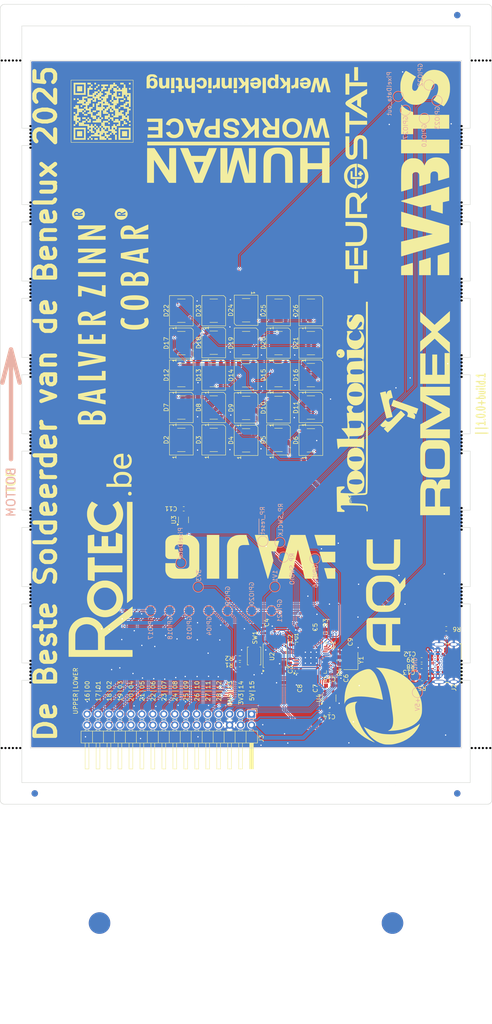
<source format=kicad_pcb>
(kicad_pcb (version 20241229) (generator "pcbnew") (generator_version "9.0")
  (layers (0 "F.Cu" signal) (2 "B.Cu" signal) (13 "F.Paste" user) (15 "B.Paste" user) (5 "F.SilkS" user "F.Silkscreen") (7 "B.SilkS" user "B.Silkscreen") (1 "F.Mask" user) (3 "B.Mask" user) (25 "Edge.Cuts" user))
  (net 0 "")
  (net 1 "Board_0-+3V3")
  (net 2 "Board_0-+5V")
  (net 3 "Board_0-/+1v1")
  (net 4 "Board_0-/GPIO00")
  (net 5 "Board_0-/GPIO01")
  (net 6 "Board_0-/GPIO02")
  (net 7 "Board_0-/GPIO03")
  (net 8 "Board_0-/GPIO04")
  (net 9 "Board_0-/GPIO05")
  (net 10 "Board_0-/GPIO06")
  (net 11 "Board_0-/GPIO07")
  (net 12 "Board_0-/GPIO08")
  (net 13 "Board_0-/GPIO09")
  (net 14 "Board_0-/GPIO10")
  (net 15 "Board_0-/GPIO11")
  (net 16 "Board_0-/GPIO12")
  (net 17 "Board_0-/GPIO13")
  (net 18 "Board_0-/GPIO14")
  (net 19 "Board_0-/GPIO15")
  (net 20 "Board_0-/GPIO16")
  (net 21 "Board_0-/GPIO17")
  (net 22 "Board_0-/GPIO18")
  (net 23 "Board_0-/GPIO19")
  (net 24 "Board_0-/GPIO20")
  (net 25 "Board_0-/GPIO21")
  (net 26 "Board_0-/GPIO22")
  (net 27 "Board_0-/GPIO23")
  (net 28 "Board_0-/GPIO24")
  (net 29 "Board_0-/GPIO25")
  (net 30 "Board_0-/GPIO26")
  (net 31 "Board_0-/GPIO27")
  (net 32 "Board_0-/GPIO28")
  (net 33 "Board_0-/NeoPixel_data")
  (net 34 "Board_0-/NeoPixel_data_out")
  (net 35 "Board_0-/PICO_RESET")
  (net 36 "Board_0-/PICO_TCKS")
  (net 37 "Board_0-/PICO_TMSS")
  (net 38 "Board_0-/QSPI_SCLK")
  (net 39 "Board_0-/QSPI_SD0")
  (net 40 "Board_0-/QSPI_SD1")
  (net 41 "Board_0-/QSPI_SD2")
  (net 42 "Board_0-/QSPI_SD3")
  (net 43 "Board_0-/QSPI_SS")
  (net 44 "Board_0-/USB_D+")
  (net 45 "Board_0-/USB_D-")
  (net 46 "Board_0-/USB_N")
  (net 47 "Board_0-/USB_P")
  (net 48 "Board_0-/~{USB_BOOT}")
  (net 49 "Board_0-GND")
  (net 50 "Board_0-Net-(D10-DIN)")
  (net 51 "Board_0-Net-(D10-DOUT)")
  (net 52 "Board_0-Net-(D11-DOUT)")
  (net 53 "Board_0-Net-(D12-DOUT)")
  (net 54 "Board_0-Net-(D13-DOUT)")
  (net 55 "Board_0-Net-(D14-DOUT)")
  (net 56 "Board_0-Net-(D15-DOUT)")
  (net 57 "Board_0-Net-(D16-DOUT)")
  (net 58 "Board_0-Net-(D17-DOUT)")
  (net 59 "Board_0-Net-(D18-DOUT)")
  (net 60 "Board_0-Net-(D19-DOUT)")
  (net 61 "Board_0-Net-(D2-DIN)")
  (net 62 "Board_0-Net-(D2-DOUT)")
  (net 63 "Board_0-Net-(D20-DOUT)")
  (net 64 "Board_0-Net-(D21-DOUT)")
  (net 65 "Board_0-Net-(D22-DOUT)")
  (net 66 "Board_0-Net-(D23-DOUT)")
  (net 67 "Board_0-Net-(D24-DIN)")
  (net 68 "Board_0-Net-(D25-DOUT)")
  (net 69 "Board_0-Net-(D3-DOUT)")
  (net 70 "Board_0-Net-(D4-DOUT)")
  (net 71 "Board_0-Net-(D5-DOUT)")
  (net 72 "Board_0-Net-(D6-DOUT)")
  (net 73 "Board_0-Net-(D7-DOUT)")
  (net 74 "Board_0-Net-(D8-DOUT)")
  (net 75 "Board_0-Net-(J2-CC1)")
  (net 76 "Board_0-Net-(J2-CC2)")
  (net 77 "Board_0-Net-(U1-XIN)")
  (net 78 "Board_0-Net-(U1-XOUT)")
  (net 79 "Board_0-unconnected-(J2-SBU1-PadA8)")
  (net 80 "Board_0-unconnected-(J2-SBU2-PadB8)")
  (net 81 "Board_0-unconnected-(U4-NC-Pad4)")
  (footprint "NPTH" (layer "F.Cu") (at 198.425 139.066666)
    (property "Reference" "KiKit_MB_14_4" (hide yes))
    (property "Value" "NPTH" (hide yes))
  )
  (footprint "_EVAbits_SilkLogos:AQC" (layer "F.Cu") (at 180.256182 167.698893 90)
    (property "Reference" "G***" (hide yes))
    (property "Value" "LOGO" (hide yes))
  )
  (footprint "LED_SMD:LED_WS2812B_PLCC4_5.0x5.0mm_P3.2mm" (layer "F.Cu") (at 156.025 98.4 90)
    (property "Reference" "D20")
    (property "Value" "WS2812B")
  )
  (footprint "NPTH" (layer "F.Cu") (at 198.425 139.9)
    (property "Reference" "KiKit_MB_14_5" (hide yes))
    (property "Value" "NPTH" (hide yes))
  )
  (footprint "NPTH" (layer "F.Cu") (at 202.496428 33)
    (property "Reference" "KiKit_MB_19_4" (hide yes))
    (property "Value" "NPTH" (hide yes))
  )
  (footprint "NPTH" (layer "F.Cu") (at 98.575 66.688889)
    (property "Reference" "KiKit_MB_2_6" (hide yes))
    (property "Value" "NPTH" (hide yes))
  )
  (footprint "NPTH" (layer "F.Cu") (at 198.425 140.733333)
    (property "Reference" "KiKit_MB_14_6" (hide yes))
    (property "Value" "NPTH" (hide yes))
  )
  (footprint "NPTH" (layer "F.Cu") (at 198.425 52.344445)
    (property "Reference" "KiKit_MB_9_6" (hide yes))
    (property "Value" "NPTH" (hide yes))
  )
  (footprint "Connector_PinHeader_2.54mm:PinHeader_2x16_P2.54mm_Horizontal" (layer "F.Cu") (at 149.78 184.24 -90)
    (property "Reference" "J3")
    (property "Value" "Conn_02x16_Odd_Even")
  )
  (footprint "_EVAbits_Passives:C_0603_1608Metric" (layer "F.Cu") (at 167.825 183.45 180)
    (property "Reference" "C14")
    (property "Value" "1uF")
  )
  (footprint "NPTH" (layer "F.Cu") (at 198.425 68.355556)
    (property "Reference" "KiKit_MB_10_4" (hide yes))
    (property "Value" "NPTH" (hide yes))
  )
  (footprint "_EVAbits_Passives:C_0603_1608Metric" (layer "F.Cu") (at 167.825 177.65 180)
    (property "Reference" "C15")
    (property "Value" "1uF")
  )
  (footprint "NPTH" (layer "F.Cu") (at 98.575 119.722222)
    (property "Reference" "KiKit_MB_5_6" (hide yes))
    (property "Value" "NPTH" (hide yes))
  )
  (footprint "NPTH" (layer "F.Cu") (at 98.575 86.866667)
    (property "Reference" "KiKit_MB_3_3" (hide yes))
    (property "Value" "NPTH" (hide yes))
  )
  (footprint "NPTH" (layer "F.Cu") (at 93.646429 33)
    (property "Reference" "KiKit_MB_17_4" (hide yes))
    (property "Value" "NPTH" (hide yes))
  )
  (footprint "Fiducial" (layer "F.Cu") (at 197.425 22.5)
    (property "Reference" "FID_ur1" (hide yes))
    (property "Value" "Fiducial")
  )
  (footprint "LED_SMD:LED_WS2812B_PLCC4_5.0x5.0mm_P3.2mm" (layer "F.Cu") (at 163.525 98.4 90)
    (property "Reference" "D21")
    (property "Value" "WS2812B")
  )
  (footprint "NPTH" (layer "F.Cu") (at 98.575 158.411111)
    (property "Reference" "KiKit_MB_7_2" (hide yes))
    (property "Value" "NPTH" (hide yes))
  )
  (footprint "NPTH" (layer "F.Cu") (at 198.425 50.677778)
    (property "Reference" "KiKit_MB_9_4" (hide yes))
    (property "Value" "NPTH" (hide yes))
  )
  (footprint "NPTH" (layer "F.Cu") (at 198.425 66.688889)
    (property "Reference" "KiKit_MB_10_2" (hide yes))
    (property "Value" "NPTH" (hide yes))
  )
  (footprint "NPTH" (layer "F.Cu") (at 98.575 85.200001)
    (property "Reference" "KiKit_MB_3_5" (hide yes))
    (property "Value" "NPTH" (hide yes))
  )
  (footprint "LED_SMD:LED_WS2812B_PLCC4_5.0x5.0mm_P3.2mm" (layer "F.Cu") (at 156.025 113.4 90)
    (property "Reference" "D10")
    (property "Value" "WS2812B")
  )
  (footprint "NPTH" (layer "F.Cu") (at 198.425 70.022223)
    (property "Reference" "KiKit_MB_10_6" (hide yes))
    (property "Value" "NPTH" (hide yes))
  )
  (footprint "NPTH" (layer "F.Cu") (at 201.639285 33)
    (property "Reference" "KiKit_MB_19_3" (hide yes))
    (property "Value" "NPTH" (hide yes))
  )
  (footprint "NPTH" (layer "F.Cu") (at 198.425 51.511112)
    (property "Reference" "KiKit_MB_9_5" (hide yes))
    (property "Value" "NPTH" (hide yes))
  )
  (footprint "NPTH" (layer "F.Cu") (at 98.575 171.922222)
    (property "Reference" "KiKit_MB_8_7" (hide yes))
    (property "Value" "NPTH" (hide yes))
  )
  (footprint "NPTH" (layer "F.Cu") (at 98.575 102.044445)
    (property "Reference" "KiKit_MB_4_6" (hide yes))
    (property "Value" "NPTH" (hide yes))
  )
  (footprint "NPTH" (layer "F.Cu") (at 98.575 50.677778)
    (property "Reference" "KiKit_MB_1_4" (hide yes))
    (property "Value" "NPTH" (hide yes))
  )
  (footprint "NPTH" (layer "F.Cu") (at 91.932143 33)
    (property "Reference" "KiKit_MB_17_2" (hide yes))
    (property "Value" "NPTH" (hide yes))
  )
  (footprint "NPTH" (layer "F.Cu") (at 198.425 123.055555)
    (property "Reference" "KiKit_MB_13_6" (hide yes))
    (property "Value" "NPTH" (hide yes))
  )
  (footprint "NPTH" (layer "F.Cu") (at 98.575 69.188889)
    (property "Reference" "KiKit_MB_2_3" (hide yes))
    (property "Value" "NPTH" (hide yes))
  )
  (footprint "LED_SMD:LED_WS2812B_PLCC4_5.0x5.0mm_P3.2mm" (layer "F.Cu") (at 141.025 120.8 90)
    (property "Reference" "D3")
    (property "Value" "WS2812B")
  )
  (footprint "NPTH" (layer "F.Cu") (at 198.425 102.877778)
    (property "Reference" "KiKit_MB_12_3" (hide yes))
    (property "Value" "NPTH" (hide yes))
  )
  (footprint "_EVAbits_Passives:C_0402_1005Metric" (layer "F.Cu") (at 168.675 169.75 180)
    (property "Reference" "C1")
    (property "Value" "0.1uF")
  )
  (footprint "_EVAbits_SilkLogos:humanworkspace" (layer "F.Cu") (at 146.712458 49.300704 180)
    (property "Reference" "G***" (hide yes))
    (property "Value" "LOGO" (hide yes))
  )
  (footprint "NPTH" (layer "F.Cu") (at 198.425 104.544445)
    (property "Reference" "KiKit_MB_12_5" (hide yes))
    (property "Value" "NPTH" (hide yes))
  )
  (footprint "NPTH" (layer "F.Cu") (at 98.575 120.555555)
    (property "Reference" "KiKit_MB_5_5" (hide yes))
    (property "Value" "NPTH" (hide yes))
  )
  (footprint "NPTH" (layer "F.Cu") (at 98.575 175.255555)
    (property "Reference" "KiKit_MB_8_3" (hide yes))
    (property "Value" "NPTH" (hide yes))
  )
  (footprint "NPTH" (layer "F.Cu") (at 198.425 122.222222)
    (property "Reference" "KiKit_MB_13_5" (hide yes))
    (property "Value" "NPTH" (hide yes))
  )
  (footprint "LED_SMD:LED_WS2812B_PLCC4_5.0x5.0mm_P3.2mm" (layer "F.Cu") (at 156.025 90.9 90)
    (property "Reference" "D25")
    (property "Value" "WS2812B")
  )
  (footprint "NPTH" (layer "F.Cu") (at 98.575 48.177778)
    (property "Reference" "KiKit_MB_1_7" (hide yes))
    (property "Value" "NPTH" (hide yes))
  )
  (footprint "NPTH" (layer "F.Cu") (at 198.425 118.888888)
    (property "Reference" "KiKit_MB_13_1" (hide yes))
    (property "Value" "NPTH" (hide yes))
  )
  (footprint "NPTH" (layer "F.Cu") (at 198.425 103.711112)
    (property "Reference" "KiKit_MB_12_4" (hide yes))
    (property "Value" "NPTH" (hide yes))
  )
  (footprint "NPTH" (layer "F.Cu") (at 98.575 156.744444)
    (property "Reference" "KiKit_MB_7_4" (hide yes))
    (property "Value" "NPTH" (hide yes))
  )
  (footprint "Package_TO_SOT_SMD:SOT-353_SC-70-5" (layer "F.Cu") (at 134.025 139.3 90)
    (property "Reference" "U3")
    (property "Value" "74HCT1G125GW")
  )
  (footprint "_EVAbits_SilkLogos:QRcode14mmx14mm" (layer "F.Cu") (at 115.175 44.75 90)
    (property "Reference" "V1" (hide yes))
    (property "Value" "QR-code" (hide yes))
  )
  (footprint "_EVAbits_Passives:C_0402_1005Metric" (layer "F.Cu") (at 164.525 166.05 -90)
    (property "Reference" "C5")
    (property "Value" "0.1uF")
  )
  (footprint "NPTH" (layer "F.Cu") (at 98.575 49.011112)
    (property "Reference" "KiKit_MB_1_6" (hide yes))
    (property "Value" "NPTH" (hide yes))
  )
  (footprint "NPTH" (layer "F.Cu") (at 93.646429 192.1)
    (property "Reference" "KiKit_MB_18_4" (hide yes))
    (property "Value" "NPTH" (hide yes))
  )
  (footprint "NPTH" (layer "F.Cu") (at 98.575 118.888888)
    (property "Reference" "KiKit_MB_5_7" (hide yes))
    (property "Value" "NPTH" (hide yes))
  )
  (footprint "LED_SMD:LED_WS2812B_PLCC4_5.0x5.0mm_P3.2mm" (layer "F.Cu") (at 133.525 113.3 90)
    (property "Reference" "D7")
    (property "Value" "WS2812B")
  )
  (footprint "NPTH" (layer "F.Cu") (at 98.575 139.066666)
    (property "Reference" "KiKit_MB_6_4" (hide yes))
    (property "Value" "NPTH" (hide yes))
  )
  (footprint "_EVAbits_Package:QFN-56-1EP_7x7mm_P0.4mm_EP3.1x3.1mm_ThermalVias" (layer "F.Cu") (at 163.525 171.2 90)
    (property "Reference" "U1")
    (property "Value" "RP2040")
  )
  (footprint "NPTH" (layer "F.Cu") (at 198.425 48.177778)
    (property "Reference" "KiKit_MB_9_1" (hide yes))
    (property "Value" "NPTH" (hide yes))
  )
  (footprint "NPTH" (layer "F.Cu") (at 198.425 155.911111)
    (property "Reference" "KiKit_MB_15_3" (hide yes))
    (property "Value" "NPTH" (hide yes))
  )
  (footprint "_EVAbits_Passives:C_0402_1005Metric" (layer "F.Cu") (at 158.775 168.75 -90)
    (property "Reference" "C2")
    (property "Value" "0.1uF")
  )
  (footprint "_EVAbits_SilkLogos:Cobar" (layer "F.Cu") (at 117.075 92.2 90)
    (property "Reference" "G***" (hide yes))
    (property "Value" "LOGO" (hide yes))
  )
  (footprint "NPTH" (layer "F.Cu") (at 203.353571 33)
    (property "Reference" "KiKit_MB_19_5" (hide yes))
    (property "Value" "NPTH" (hide yes))
  )
  (footprint "NPTH" (layer "F.Cu") (at 95.360715 192.1)
    (property "Reference" "KiKit_MB_18_6" (hide yes))
    (property "Value" "NPTH" (hide yes))
  )
  (footprint "NPTH" (layer "F.Cu") (at 98.575 102.877778)
    (property "Reference" "KiKit_MB_4_5" (hide yes))
    (property "Value" "NPTH" (hide yes))
  )
  (footprint "NPTH" (layer "F.Cu") (at 198.425 141.566666)
    (property "Reference" "KiKit_MB_14_7" (hide yes))
    (property "Value" "NPTH" (hide yes))
  )
  (footprint "NPTH" (layer "F.Cu") (at 98.575 86.033334)
    (property "Reference" "KiKit_MB_3_4" (hide yes))
    (property "Value" "NPTH" (hide yes))
  )
  (footprint "_EVAbits_Passives:C_0603_1608Metric" (layer "F.Cu") (at 134.075 136.75 180)
    (property "Reference" "C11")
    (property "Value" "1uF")
  )
  (footprint "_EVAbits_SilkLogos:evajig_logo_40x10" (layer "F.Cu") (at 149.725 148.1 180)
    (property "Reference" "V3" (hide yes))
    (property "Value" "evajig_logo" (hide yes))
  )
  (footprint "_EVAbits_SilkLogos:romex" (layer "F.Cu") (at 187.658959 114.72 90)
    (property "Reference" "G***" (hide yes))
    (property "Value" "LOGO" (hide yes))
  )
  (footprint "NPTH" (layer "F.Cu") (at 98.575 52.344445)
    (property "Reference" "KiKit_MB_1_2" (hide yes))
    (property "Value" "NPTH" (hide yes))
  )
  (footprint "NPTH" (layer "F.Cu") (at 98.575 51.511112)
    (property "Reference" "KiKit_MB_1_3" (hide yes))
    (property "Value" "NPTH" (hide yes))
  )
  (footprint "_EVAbits_Passives:C_0402_1005Metric" (layer "F.Cu") (at 158.775 171.95 90)
    (property "Reference" "C3")
    (property "Value" "0.1uF")
  )
  (footprint "NPTH" (layer "F.Cu") (at 198.425 138.233333)
    (property "Reference" "KiKit_MB_14_3" (hide yes))
    (property "Value" "NPTH" (hide yes))
  )
  (footprint "NPTH" (layer "F.Cu") (at 98.575 122.222222)
    (property "Reference" "KiKit_MB_5_3" (hide yes))
    (property "Value" "NPTH" (hide yes))
  )
  (footprint "_EVAbits_Passives:C_0402_1005Metric" (layer "F.Cu") (at 160.925 176.35 90)
    (property "Reference" "C8")
    (property "Value" "0.1uF")
  )
  (footprint "NPTH" (layer "F.Cu") (at 198.425 174.422222)
    (property "Reference" "KiKit_MB_16_4" (hide yes))
    (property "Value" "NPTH" (hide yes))
  )
  (footprint "NPTH" (layer "F.Cu") (at 198.425 172.755555)
    (property "Reference" "KiKit_MB_16_2" (hide yes))
    (property "Value" "NPTH" (hide yes))
  )
  (footprint "NPTH" (layer "F.Cu") (at 198.425 70.855556)
    (property "Reference" "KiKit_MB_10_7" (hide yes))
    (property "Value" "NPTH" (hide yes))
  )
  (footprint "LED_SMD:LED_WS2812B_PLCC4_5.0x5.0mm_P3.2mm" (layer "F.Cu") (at 133.525 105.8 90)
    (property "Reference" "D12")
    (property "Value" "WS2812B")
  )
  (footprint "LED_SMD:LED_WS2812B_PLCC4_5.0x5.0mm_P3.2mm" (layer "F.Cu") (at 141.025 113.3 90)
    (property "Reference" "D8")
    (property "Value" "WS2812B")
  )
  (footprint "_EVAbits_Passives:C_0402_1005Metric" (layer "F.Cu") (at 172.775 174.65 180)
    (property "Reference" "C6")
    (property "Value" "10pf")
  )
  (footprint "NPTH" (layer "F.Cu") (at 98.575 123.888888)
    (property "Reference" "KiKit_MB_5_1" (hide yes))
    (property "Value" "NPTH" (hide yes))
  )
  (footprint "NPTH" (layer "F.Cu") (at 98.575 68.355556)
    (property "Reference" "KiKit_MB_2_4" (hide yes))
    (property "Value" "NPTH" (hide yes))
  )
  (footprint "alignment_pinhole" (layer "F.Cu") (at 148.5 202.6)
    (property "Reference" "pinhole_top1" (hide yes))
    (property "Value" "alignment_pinhole" (hide yes))
  )
  (footprint "LED_SMD:LED_WS2812B_PLCC4_5.0x5.0mm_P3.2mm" (layer "F.Cu") (at 148.525 98.4 90)
    (property "Reference" "D19")
    (property "Value" "WS2812B")
  )
  (footprint "Package_SO:SOIC-8_5.23x5.23mm_P1.27mm" (layer "F.Cu") (at 155.175 170.75 90)
    (property "Reference" "U2")
    (property "Value" "W25Q128JVSIQ")
  )
  (footprint "_EVAbits_Passives:C_0402_1005Metric" (layer "F.Cu") (at 172.675 169.05 180)
    (property "Reference" "C9")
    (property "Value" "10pf")
  )
  (footprint "NPTH" (layer "F.Cu") (at 198.425 171.922222)
    (property "Reference" "KiKit_MB_16_1" (hide yes))
    (property "Value" "NPTH" (hide yes))
  )
  (footprint "NPTH" (layer "F.Cu") (at 98.575 137.4)
    (property "Reference" "KiKit_MB_6_6" (hide yes))
    (property "Value" "NPTH" (hide yes))
  )
  (footprint "_EVAbits_SilkLogos:tooltronics" (layer "F.Cu") (at 172.747115 113.905262 90)
    (property "Reference" "G***" (hide yes))
    (property "Value" "LOGO" (hide yes))
  )
  (footprint "Crystal:Crystal_SMD_3225-4Pin_3.2x2.5mm" (layer "F.Cu") (at 172.775 171.95 90)
    (property "Reference" "Y1")
    (property "Value" "12MHz,10pF")
  )
  (footprint "NPTH" (layer "F.Cu") (at 198.425 175.255555)
    (property "Reference" "KiKit_MB_16_5" (hide yes))
    (property "Value" "NPTH" (hide yes))
  )
  (footprint "LED_SMD:LED_WS2812B_PLCC4_5.0x5.0mm_P3.2mm" (layer "F.Cu") (at 163.525 90.9 90)
    (property "Reference" "D26")
    (property "Value" "WS2812B")
  )
  (footprint "NPTH" (layer "F.Cu") (at 201.639285 192.1)
    (property "Reference" "KiKit_MB_20_3" (hide yes))
    (property "Value" "NPTH" (hide yes))
  )
  (footprint "NPTH" (layer "F.Cu") (at 92.789286 192.1)
    (property "Reference" "KiKit_MB_18_3" (hide yes))
    (property "Value" "NPTH" (hide yes))
  )
  (footprint "LED_SMD:LED_WS2812B_PLCC4_5.0x5.0mm_P3.2mm" (layer "F.Cu") (at 163.525 105.8 90)
    (property "Reference" "D16")
    (property "Value" "WS2812B")
  )
  (footprint "NPTH" (layer "F.Cu") (at 98.575 159.244444)
    (property "Reference" "KiKit_MB_7_1" (hide yes))
    (property "Value" "NPTH" (hide yes))
  )
  (footprint "NPTH" (layer "F.Cu") (at 98.575 70.022223)
    (property "Reference" "KiKit_MB_2_2" (hide yes))
    (property "Value" "NPTH" (hide yes))
  )
  (footprint "NPTH" (layer "F.Cu") (at 198.425 173.588888)
    (property "Reference" "KiKit_MB_16_3" (hide yes))
    (property "Value" "NPTH" (hide yes))
  )
  (footprint "NPTH" (layer "F.Cu") (at 98.575 87.700001)
    (property "Reference" "KiKit_MB_3_2" (hide yes))
    (property "Value" "NPTH" (hide yes))
  )
  (footprint "NPTH" (layer "F.Cu") (at 98.575 174.422222)
    (property "Reference" "KiKit_MB_8_4" (hide yes))
    (property "Value" "NPTH" (hide yes))
  )
  (footprint "LED_SMD:LED_WS2812B_PLCC4_5.0x5.0mm_P3.2mm" (layer "F.Cu") (at 141.025 90.9 90)
    (property "Reference" "D23")
    (property "Value" "WS2812B")
  )
  (footprint "NPTH" (layer "F.Cu") (at 98.575 123.055555)
    (property "Reference" "KiKit_MB_5_2" (hide yes))
    (property "Value" "NPTH" (hide yes))
  )
  (footprint "Resistor_SMD:R_0603_1608Metric" (layer "F.Cu") (at 147.075 171.3)
    (property "Reference" "R2")
    (property "Value" "DNP")
  )
  (footprint "_EVAbits_Passives:R_0603_1608Metric" (layer "F.Cu") (at 166.925 165.5 90)
    (property "Reference" "R3")
    (property "Value" "10K")
  )
  (footprint "Button_Switch_SMD:SW_Push_SPST_NO_Alps_SKRK" (layer "F.Cu") (at 150.375 170.8 -90)
    (property "Reference" "SW1")
    (property "Value" "SKRKAGE020")
  )
  (footprint "NPTH" (layer "F.Cu") (at 202.496428 192.1)
    (property "Reference" "KiKit_MB_20_4" (hide yes))
    (property "Value" "NPTH" (hide yes))
  )
  (footprint "NPTH" (layer "F.Cu") (at 198.425 69.188889)
    (property "Reference" "KiKit_MB_10_5" (hide yes))
    (property "Value" "NPTH" (hide yes))
  )
  (footprint "NPTH" (layer "F.Cu") (at 198.425 137.4)
    (property "Reference" "KiKit_MB_14_2" (hide yes))
    (property "Value" "NPTH" (hide yes))
  )
  (footprint "NPTH" (layer "F.Cu") (at 198.425 86.866667)
    (property "Reference" "KiKit_MB_11_5" (hide yes))
    (property "Value" "NPTH" (hide yes))
  )
  (footprint "LED_SMD:LED_WS2812B_PLCC4_5.0x5.0mm_P3.2mm" (layer "F.Cu") (at 133.525 90.9 90)
    (property "Reference" "D22")
    (property "Value" "WS2812B")
  )
  (footprint "NPTH" (layer "F.Cu") (at 205.067857 33)
    (property "Reference" "KiKit_MB_19_7" (hide yes))
    (property "Value" "NPTH" (hide yes))
  )
  (footprint "LED_SMD:LED_WS2812B_PLCC4_5.0x5.0mm_P3.2mm" (layer "F.Cu") (at 163.525 120.9 90)
    (property "Reference" "D6")
    (property "Value" "WS2812B")
  )
  (footprint "NPTH" (layer "F.Cu") (at 98.575 154.244444)
    (property "Reference" "KiKit_MB_7_7" (hide yes))
    (property "Value" "NPTH" (hide yes))
  )
  (footprint "NPTH" (layer "F.Cu") (at 98.575 70.855556)
    (property "Reference" "KiKit_MB_2_1" (hide yes))
    (property "Value" "NPTH" (hide yes))
  )
  (footprint "NPTH" (layer "F.Cu") (at 198.425 67.522223)
    (property "Reference" "KiKit_MB_10_3" (hide yes))
    (property "Value" "NPTH" (hide yes))
  )
  (footprint "NPTH" (layer "F.Cu") (at 198.425 154.244444)
    (property "Reference" "KiKit_MB_15_1" (hide yes))
    (property "Value" "NPTH" (hide yes))
  )
  (footprint "NPTH" (layer "F.Cu") (at 94.503572 33)
    (property "Reference" "KiKit_MB_17_5" (hide yes))
    (property "Value" "NPTH" (hide yes))
  )
  (footprint "_EVAbits_Passives:R_0603_1608Metric" (layer "F.Cu") (at 189.175 171.7)
    (property "Reference" "R9")
    (property "Value" "27R")
  )
  (footprint "LED_SMD:LED_WS2812B_PLCC4_5.0x5.0mm_P3.2mm" (layer "F.Cu") (at 148.525 105.85 90)
    (property "Reference" "D14")
    (property "Value" "WS2812B")
  )
  (footprint "directional_arrow" (layer "F.Cu") (at 94.075 112.55)
    (property "Reference" "arrow1" (hide yes))
    (property "Value" "directional_arrow" (hide yes))
  )
  (footprint "_EVAbits_SilkLogos:eurostat" (layer "F.Cu") (at 173.952382 59.55 90)
    (property "Reference" "G***" (hide yes))
    (property "Value" "LOGO" (hide yes))
  )
  (footprint "NPTH" (layer "F.Cu") (at 198.425 88.533334)
    (property "Reference" "KiKit_MB_11_7" (hide yes))
    (property "Value" "NPTH" (hide yes))
  )
  (footprint "Right_stencil_holder_fiducial" (layer "F.Cu") (at 197.425 202.6)
    (property "Reference" "FID_lr1" (hide yes))
    (property "Value" "Right_stencil_holder_fiducial" (hide yes))
  )
  (footprint "LED_SMD:LED_WS2812B_PLCC4_5.0x5.0mm_P3.2mm" (layer "F.Cu") (at 141.025 98.3 90)
    (property "Reference" "D18")
    (property "Value" "WS2812B")
  )
  (footprint "LED_SMD:LED_WS2812B_PLCC4_5.0x5.0mm_P3.2mm" (layer "F.Cu") (at 133.525 98.4 90)
    (property "Reference" "D17")
    (property "Value" "WS2812B")
  )
  (footprint "_EVAbits_Passives:R_0603_1608Metric" (layer "F.Cu") (at 189.175 173.2)
    (property "Reference" "R8")
    (property "Value" "27R")
  )
  (footprint "NPTH" (layer "F.Cu") (at 98.575 136.566666)
    (property "Reference" "KiKit_MB_6_7" (hide yes))
    (property "Value" "NPTH" (hide yes))
  )
  (footprint "NPTH" (layer "F.Cu") (at 198.425 176.088888)
    (property "Reference" "KiKit_MB_16_6" (hide yes))
    (property "Value" "NPTH" (hide yes))
  )
  (footprint "_EVAbits_SilkLogos:rotec" (layer "F.Cu") (at 115.629903 147.574506 90)
    (property "Reference" "G***" (hide yes))
    (property "Value" "LOGO" (hide yes))
  )
  (footprint "NPTH" (layer "F.Cu") (at 98.575 141.566666)
    (property "Reference" "KiKit_MB_6_1" (hide yes))
    (property "Value" "NPTH" (hide yes))
  )
  (footprint "NPTH" (layer "F.Cu") (at 198.425 101.211112)
    (property "Reference" "KiKit_MB_12_1" (hide yes))
    (property "Value" "NPTH" (hide yes))
  )
  (footprint "NPTH" (layer "F.Cu") (at 198.425 136.566666)
    (property "Reference" "KiKit_MB_14_1" (hide yes))
    (property "Value" "NPTH" (hide yes))
  )
  (footprint "NPTH" (layer "F.Cu") (at 198.425 84.366667)
    (property "Reference" "KiKit_MB_11_2" (hide yes))
    (property "Value" "NPTH" (hide yes))
  )
  (footprint "NPTH" (layer "F.Cu") (at 98.575 176.922222)
    (property "Reference" "KiKit_MB_8_1" (hide yes))
    (property "Value" "NPTH" (hide yes))
  )
  (footprint "NPTH" (layer "F.Cu") (at 98.575 65.855556)
    (property "Reference" "KiKit_MB_2_7" (hide yes))
    (property "Value" "NPTH" (hide yes))
  )
  (footprint "NPTH" (layer "F.Cu") (at 198.425 65.855556)
    (property "Reference" "KiKit_MB_10_1" (hide yes))
    (property "Value" "NPTH" (hide yes))
  )
  (footprint "NPTH" (layer "F.Cu") (at 198.425 106.211112)
    (property "Reference" "KiKit_MB_12_7" (hide yes))
    (property "Value" "NPTH" (hide yes))
  )
  (footprint "NPTH" (layer "F.Cu") (at 198.425 102.044445)
    (property "Reference" "KiKit_MB_12_2" (hide yes))
    (property "Value" "NPTH" (hide yes))
  )
  (footprint "LED_SMD:LED_WS2812B_PLCC4_5.0x5.0mm_P3.2mm" (layer "F.Cu") (at 156.025 105.8 90)
    (property "Reference" "D15")
    (property "Value" "WS2812B")
  )
  (footprint "LED_SMD:LED_WS2812B_PLCC4_5.0x5.0mm_P3.2mm" (layer "F.Cu") (at 133.525 120.8 90)
    (property "Reference" "D2")
    (property "Value" "WS2812B")
  )
  (footprint "_EVAbits_Passives:C_0402_1005Metric" (layer "F.Cu") (at 189.025 174.5 180)
    (property "Reference" "C13")
    (property "Value" "22pF")
  )
  (footprint "NPTH" (layer "F.Cu") (at 98.575 176.088888)
    (property "Reference" "KiKit_MB_8_2" (hide yes))
    (property "Value" "NPTH" (hide yes))
  )
  (footprint "NPTH" (layer "F.Cu") (at 198.425 105.377778)
    (property "Reference" "KiKit_MB_12_6" (hide yes))
    (property "Value" "NPTH" (hide yes))
  )
  (footprint "NPTH" (layer "F.Cu") (at 95.360715 33)
    (property "Reference" "KiKit_MB_17_6" (hide yes))
    (property "Value" "NPTH" (hide yes))
  )
  (footprint "LED_SMD:LED_WS2812B_PLCC4_5.0x5.0mm_P3.2mm" (layer "F.Cu") (at 148.525 113.4 90)
    (property "Reference" "D9")
    (property "Value" "WS2812B")
  )
  (footprint "_EVAbits_Passives:C_0402_1005Metric" (layer "F.Cu") (at 153.275 165 -90)
    (property "Reference" "C4")
    (property "Value" "0.1uF")
  )
  (footprint "NPTH" (layer "F.Cu") (at 98.575 53.177778)
    (property "Reference" "KiKit_MB_1_1" (hide yes))
    (property "Value" "NPTH" (hide yes))
  )
  (footprint "NPTH" (layer "F.Cu") (at 98.575 103.711112)
    (property "Reference" "KiKit_MB_4_4" (hide yes))
    (property "Value" "NPTH" (hide yes))
  )
  (footprint "NPTH" (layer "F.Cu") (at 98.575 84.366667)
    (property "Reference" "KiKit_MB_3_6" (hide yes))
    (property "Value" "NPTH" (hide yes))
  )
  (footprint "NPTH" (layer "F.Cu") (at 198.425 85.200001)
    (property "Reference" "KiKit_MB_11_3" (hide yes))
    (property "Value" "NPTH" (hide yes))
  )
  (footprint "NPTH" (layer "F.Cu") (at 96.217858 192.1)
    (property "Reference" "KiKit_MB_18_7" (hide yes))
    (property "Value" "NPTH" (hide yes))
  )
  (footprint "NPTH" (layer "F.Cu") (at 198.425 157.577777)
    (property "Reference" "KiKit_MB_15_5" (hide yes))
    (property "Value" "NPTH" (hide yes))
  )
  (footprint "NPTH" (layer "F.Cu") (at 98.575 106.211112)
    (property "Reference" "KiKit_MB_4_1" (hide yes))
    (property "Value" "NPTH" (hide yes))
  )
  (footprint "NPTH" (layer "F.Cu") (at 98.575 49.844445)
    (property "Reference" "KiKit_MB_1_5" (hide yes))
    (property "Value" "NPTH" (hide yes))
  )
  (footprint "NPTH" (layer "F.Cu") (at 92.789286 33)
    (property "Reference" "KiKit_MB_17_3" (hide yes))
    (property "Value" "NPTH" (hide yes))
  )
  (footprint "NPTH" (layer "F.Cu") (at 98.575 157.577777)
    (property "Reference" "KiKit_MB_7_3" (hide yes))
    (property "Value" "NPTH" (hide yes))
  )
  (footprint "NPTH" (layer "F.Cu") (at 98.575 155.077777)
    (property "Reference" "KiKit_MB_7_6" (hide yes))
    (property "Value" "NPTH" (hide yes))
  )
  (footprint "NPTH" (layer "F.Cu") (at 98.575 121.388888)
    (property "Reference" "KiKit_MB_5_4" (hide yes))
    (property "Value" "NPTH" (hide yes))
  )
  (footprint "NPTH" (layer "F.Cu") (at 198.425 83.533334)
    (property "Reference" "KiKit_MB_11_1" (hide yes))
    (property "Value" "NPTH" (hide yes))
  )
  (footprint "NPTH" (layer "F.Cu") (at 200.782142 33)
    (property "Reference" "KiKit_MB_19_2" (hide yes))
    (property "Value" "NPTH" (hide yes))
  )
  (footprint "NPTH" (layer "F.Cu") (at 94.503572 192.1)
    (property "Reference" "KiKit_MB_18_5" (hide yes))
    (property "Value" "NPTH" (hide yes))
  )
  (footprint "NPTH" (layer "F.Cu") (at 200.782142 192.1)
    (property "Reference" "KiKit_MB_20_2" (hide yes))
    (property "Value" "NPTH" (hide yes))
  )
  (footprint "NPTH" (layer "F.Cu") (at 198.425 159.244444)
    (property "Reference" "KiKit_MB_15_7" (hide yes))
    (property "Value" "NPTH" (hide yes))
  )
  (footprint "NPTH" (layer "F.Cu") (at 98.575 105.377778)
    (property "Reference" "KiKit_MB_4_2" (hide yes))
    (property "Value" "NPTH" (hide yes))
  )
  (footprint "LED_SMD:LED_WS2812B_PLCC4_5.0x5.0mm_P3.2mm" (layer "F.Cu") (at 148.525 120.9 90)
    (property "Reference" "D4")
    (property "Value" "WS2812B")
  )
  (footprint "NPTH" (layer "F.Cu") (at 91.932143 192.1)
    (property "Reference" "KiKit_MB_18_2" (hide yes))
    (property "Value" "NPTH" (hide yes))
  )
  (footprint "NPTH" (layer "F.Cu") (at 198.425 53.177778)
    (property "Reference" "KiKit_MB_9_7" (hide yes))
    (property "Value" "NPTH" (hide yes))
  )
  (footprint "NPTH" (layer "F.Cu") (at 198.425 49.011112)
    (property "Reference" "KiKit_MB_9_2" (hide yes))
    (property "Value" "NPTH" (hide yes))
  )
  (footprint "LED_SMD:LED_WS2812B_PLCC4_5.0x5.0mm_P3.2mm" (layer "F.Cu") (at 156.025 120.8 90)
    (property "Reference" "D5")
    (property "Value" "WS2812B")
  )
  (footprint "Left_stencil_holder_fiducial" (layer "F.Cu") (at 99.575 202.6)
    (property "Reference" "FID_ll1" (hide yes))
    (property "Value" "Left_stencil_holder_fiducial" (hide yes))
  )
  (footprint "NPTH" (layer "F.Cu") (at 198.425 86.033334)
    (property "Reference" "KiKit_MB_11_4" (hide yes))
    (property "Value" "NPTH" (hide yes))
  )
  (footprint "_EVAbits_Passives:R_0603_1608Metric" (layer "F.Cu") (at 147.075 172.8)
    (property "Reference" "R1")
    (property "Value" "1k5")
  )
  (footprint "alignment_pinhole" (layer "F.Cu") (at 148.5 22.5)
    (property "Reference" "pinhole_low1" (hide yes))
    (property "Value" "alignment_pinhole" (hide yes))
  )
  (footprint "_EVAbits_Passives:R_0603_1608Metric" (layer "F.Cu") (at 189.275 177.05 180)
    (property "Reference" "R5")
    (property "Value" "5k1")
  )
  (footprint "NPTH" (layer "F.Cu") (at 198.425 156.744444)
    (property "Reference" "KiKit_MB_15_4" (hide yes))
    (property "Value" "NPTH" (hide yes))
  )
  (footprint "LED_SMD:LED_WS2812B_PLCC4_5.0x5.0mm_P3.2mm" (layer "F.Cu") (at 148.525 90.8 -90)
    (property "Reference" "D24")
    (property "Value" "WS2812B")
  )
  (footprint "NPTH" (layer "F.Cu") (at 198.425 119.722222)
    (property "Reference" "KiKit_MB_13_2" (hide yes))
    (property "Value" "NPTH" (hide yes))
  )
  (footprint "NPTH" (layer "F.Cu") (at 98.575 172.755555)
    (property "Reference" "KiKit_MB_8_6" (hide yes))
    (property "Value" "NPTH" (hide yes))
  )
  (footprint "NPTH" (layer "F.Cu") (at 198.425 176.922222)
    (property "Reference" "KiKit_MB_16_7" (hide yes))
    (property "Value" "NPTH" (hide yes))
  )
  (footprint "NPTH" (layer "F.Cu") (at 98.575 67.522223)
    (property "Reference" "KiKit_MB_2_5" (hide yes))
    (property "Value" "NPTH" (hide yes))
  )
  (footprint "NPTH" (layer "F.Cu") (at 98.575 140.733333)
    (property "Reference" "KiKit_MB_6_2" (hide yes))
    (property "Value" "NPTH" (hide yes))
  )
  (footprint "NPTH" (layer "F.Cu") (at 203.353571 192.1)
    (property "Reference" "KiKit_MB_20_5" (hide yes))
    (property "Value" "NPTH" (hide yes))
  )
  (footprint "NPTH" (layer "F.Cu") (at 198.425 155.077777)
    (property "Reference" "KiKit_MB_15_2" (hide yes))
    (property "Value" "NPTH" (hide yes))
  )
  (footprint "_EVAbits_Passives:R_0603_1608Metric" (layer "F.Cu") (at 194.875 164.5)
    (property "Reference" "R6")
    (property "Value" "5k1")
  )
  (footprint "NPTH" (layer "F.Cu") (at 98.575 139.9)
    (property "Reference" "KiKit_MB_6_3" (hide yes))
    (property "Value" "NPTH" (hide yes))
  )
  (footprint "NPTH" (layer "F.Cu") (at 198.425 123.888888)
    (property "Reference" "KiKit_MB_13_7" (hide yes))
    (property "Value" "NPTH" (hide yes))
  )
  (footprint "NPTH" (layer "F.Cu") (at 98.575 155.911111)
    (property "Reference" "KiKit_MB_7_5" (hide yes))
    (property "Value" "NPTH" (hide yes))
  )
  (footprint "_EVAbits_connectors:GCT_USB4085-GF-A_REVB" (layer "F.Cu") (at 196.6125 172.45 90)
    (property "Reference" "J2")
    (property "Value" "USB4085-GF-A_REVB")
  )
  (footprint "_EVAbits_Passives:C_0402_1005Metric" (layer "F.Cu") (at 189.125 170.4)
    (property "Reference" "C12")
    (property "Value" "22pF")
  )
  (footprint "NPTH" (layer "F.Cu") (at 204.210714 33)
    (property "Reference" "KiKit_MB_19_6" (hide yes))
    (property "Value" "NPTH" (hide yes))
  )
  (footprint "_EVAbits_Passives:R_0603_1608Metric" (layer "F.Cu") (at 170.075 171.85 -90)
    (property "Reference" "R4")
    (property "Value" "1M")
  )
  (footprint "LED_SMD:LED_WS2812B_PLCC4_5.0x5.0mm_P3.2mm" (layer "F.Cu") (at 163.525 113.3 90)
    (property "Reference" "D11")
    (property "Value" "WS2812B")
  )
  (footprint "NPTH" (layer "F.Cu") (at 198.425 121.388888)
    (property "Reference" "KiKit_MB_13_4" (hide yes))
    (property "Value" "NPTH" (hide yes))
  )
  (footprint "NPTH" (layer "F.Cu") (at 198.425 87.700001)
    (property "Reference" "KiKit_MB_11_6" (hide yes))
    (property "Value" "NPTH" (hide yes))
  )
  (footprint "NPTH" (layer "F.Cu") (at 96.217858 33)
    (property "Reference" "KiKit_MB_17_7" (hide yes))
    (property "Value" "NPTH" (hide yes))
  )
  (footprint "NPTH" (layer "F.Cu") (at 98.575 83.533334)
    (property "Reference" "KiKit_MB_3_7" (hide yes))
    (property "Value" "NPTH" (hide yes))
  )
  (footprint "NPTH" (layer "F.Cu") (at 198.425 49.844445)
    (property "Reference" "KiKit_MB_9_3" (hide yes))
    (property "Value" "NPTH" (hide yes))
  )
  (footprint "NPTH" (layer "F.Cu") (at 98.575 104.544445)
    (property "Reference" "KiKit_MB_4_3" (hide yes))
    (property "Value" "NPTH" (hide yes))
  )
  (footprint "NPTH" (layer "F.Cu") (at 205.067857 192.1)
    (property "Reference" "KiKit_MB_20_7" (hide yes))
    (property "Value" "NPTH" (hide yes))
  )
  (footprint "NPTH" (layer "F.Cu") (at 98.575 138.233333)
    (property "Reference" "KiKit_MB_6_5" (hide yes))
    (property "Value" "NPTH" (hide yes))
  )
  (footprint "NPTH" (layer "F.Cu") (at 204.210714 192.1)
    (property "Reference" "KiKit_MB_20_6" (hide yes))
    (property "Value" "NPTH" (hide yes))
  )
  (footprint "LED_SMD:LED_WS2812B_PLCC4_5.0x5.0mm_P3.2mm" (layer "F.Cu") (at 141.025 105.8 90)
    (property "Reference" "D13")
    (property "Value" "WS2812B")
  )
  (footprint "NPTH" (layer "F.Cu") (at 198.425 120.555555)
    (property "Reference" "KiKit_MB_13_3" (hide yes))
    (property "Value" "NPTH" (hide yes))
  )
  (footprint "_EVAbits_Passives:C_0402_1005Metric" (layer "F.Cu") (at 164.525 176.35 90)
    (property "Reference" "C7")
    (property "Value" "0.1uF")
  )
  (footprint "NPTH" (layer "F.Cu") (at 98.575 173.588888)
    (property "Reference" "KiKit_MB_8_5" (hide yes))
    (property "Value" "NPTH" (hide yes))
  )
  (footprint "_EVAbits_SilkLogos:EVAbits_newlogo 48x12mm" (layer "F.Cu") (at 189.975 58.9 90)
    (property "Reference" "V2" (hide yes))
    (property "Value" "EVAbits_logo" (hide yes))
  )
  (footprint "NPTH" (layer "F.Cu") (at 198.425 158.411111)
    (property "Reference" "KiKit_MB_15_6" (hide yes))
    (property "Value" "NPTH" (hide yes))
  )
  (footprint "Package_TO_SOT_SMD:TSOT-23-5" (layer "F.Cu") (at 167.775 180.55 90)
    (property "Reference" "U4")
    (property "Value" "AP2112K-3.3V")
  )
  (footprint "NPTH" (layer "F.Cu") (at 98.575 101.211112)
    (property "Reference" "KiKit_MB_4_7" (hide yes))
    (property "Value" "NPTH" (hide yes))
  )
  (footprint "NPTH" (layer "F.Cu") (at 98.575 88.533334)
    (property "Reference" "KiKit_MB_3_1" (hide yes))
    (property "Value" "NPTH" (hide yes))
  )
  (footprint "_EVAbits_connectors:TestPoint_Pad_D1.5mm" (layer "B.Cu") (at 137.435 154.82 -90)
    (property "Reference" "TP64" (hide yes))
    (property "Value" "3V3")
  )
  (footprint "_EVAbits_connectors:TestPoint_Pad_D1.5mm" (layer "B.Cu") (at 164.465 148.31 -90)
    (property "Reference" "TP83" (hide yes))
    (property "Value" "GPIO16")
  )
  (footprint "_EVAbits_connectors:TestPoint_Pad_D1.5mm" (layer "B.Cu") (at 185.415 44.52 -90)
    (property "Reference" "TP28" (hide yes))
    (property "Value" "GPIO27")
  )
  (footprint "_EVAbits_connectors:TestPoint_Pad_D1.5mm" (layer "B.Cu") (at 187.555 175.45 -90)
    (property "Reference" "TP3" (hide yes))
    (property "Value" "GND")
  )
  (footprint "_EVAbits_connectors:TestPoint_Pad_D1.5mm" (layer "B.Cu") (at 149.815 160.34 -90)
    (property "Reference" "TP56" (hide yes))
    (property "Value" "GPIO20")
  )
  (footprint "_EVAbits_connectors:TestPoint_Pad_D1.5mm" (layer "B.Cu") (at 189.805 46.4 -90)
    (property "Reference" "TP31" (hide yes))
    (property "Value" "GPIO10")
  )
  (footprint "_EVAbits_connectors:TestPoint_Pad_D1.5mm" (layer "B.Cu") (at 155.185 154.77 -90)
    (property "Reference" "TP63" (hide yes))
    (property "Value" "1V1")
  )
  (footprint "_EVAbits_connectors:TestPoint_Pad_D1.5mm" (layer "B.Cu") (at 152.405 144.25)
    (property "Reference" "TP75" (hide yes))
    (property "Value" "RP_~{reset}")
  )
  (footprint "_EVAbits_connectors:TestPoint_Pad_D1.5mm" (layer "B.Cu") (at 126.375 160.34 -90)
    (property "Reference" "TP62" (hide yes))
    (property "Value" "GPIO17")
  )
  (footprint "_EVAbits_connectors:TestPoint_Pad_D1.5mm" (layer "B.Cu") (at 188.205 179.24 -90)
    (property "Reference" "TP1" (hide yes))
    (property "Value" "+5V")
  )
  (footprint "_EVAbits_connectors:TestPoint_Pad_D1.5mm" (layer "B.Cu") (at 192.745 42.29 -90)
    (property "Reference" "TP33" (hide yes))
    (property "Value" "GPIO23")
  )
  (footprint "_EVAbits_connectors:TestPoint_Pad_D1.5mm" (layer "B.Cu") (at 154.415 160.34 -90)
    (property "Reference" "TP55" (hide yes))
    (property "Value" "GPIO21")
  )
  (footprint "_EVAbits_connectors:TestPoint_Pad_D1.5mm" (layer "B.Cu") (at 135.325 160.34 -90)
    (property "Reference" "TP60" (hide yes))
    (property "Value" "GPIO19")
  )
  (footprint "_EVAbits_connectors:TestPoint_Pad_D1.5mm" (layer "B.Cu") (at 130.805 160.34 -90)
    (property "Reference" "TP61" (hide yes))
    (property "Value" "GPIO18")
  )
  (footprint "_EVAbits_connectors:TestPoint_Pad_D1.5mm" (layer "B.Cu") (at 133.435 149.24 -90)
    (property "Reference" "TP84" (hide yes))
    (property "Value" "PixelData")
  )
  (footprint "_EVAbits_connectors:TestPoint_Pad_D1.5mm" (layer "B.Cu") (at 156.355 144.49 -90)
    (property "Reference" "TP76" (hide yes))
    (property "Value" "RP_SWCLK")
  )
  (footprint "_EVAbits_connectors:TestPoint_Pad_D1.5mm" (layer "B.Cu") (at 144.205 160.34 -90)
    (property "Reference" "TP57" (hide yes))
    (property "Value" "GPIO9")
  )
  (footprint "_EVAbits_connectors:TestPoint_Pad_D1.5mm" (layer "B.Cu") (at 183.745 41.31 -90)
    (property "Reference" "TP29" (hide yes))
    (property "Value" "PixelData_out")
  )
  (footprint "_EVAbits_connectors:TestPoint_Pad_D1.5mm" (layer "B.Cu") (at 157.175 147.91 -90)
    (property "Reference" "TP74" (hide yes))
    (property "Value" "RP_SWDIO")
  )
  (footprint "_EVAbits_connectors:TestPoint_Pad_D1.5mm" (layer "B.Cu") (at 190.895 38.68 -90)
    (property "Reference" "TP32" (hide yes))
    (property "Value" "GPIO22")
  )
  (footprint "_EVAbits_connectors:TestPoint_Pad_D1.5mm" (layer "B.Cu") (at 139.855 160.34 -90)
    (property "Reference" "TP59" (hide yes))
    (property "Value" "GPIO4")
  )
  (gr_line (start 198.425 88.033333) (end 200.425 88.033333) (stroke (width 0.1)) (layer "Edge.Cuts"))
  (gr_line (start 91.65112 204.482683) (end 91.693078 204.571396) (stroke (width 0.1)) (layer "Edge.Cuts"))
  (gr_line (start 200.425 154.744444) (end 198.425 154.744444) (stroke (width 0.1)) (layer "Edge.Cuts"))
  (gr_line (start 198.425 176.422222) (end 200.425 176.422222) (stroke (width 0.1)) (layer "Edge.Cuts"))
  (gr_line (start 96.575 52.677777) (end 98.575 52.677777) (stroke (width 0.1)) (layer "Edge.Cuts"))
  (gr_line (start 92.103603 204.981921) (end 92.192316 205.023879) (stroke (width 0.1)) (layer "Edge.Cuts"))
  (gr_line (start 205.420184 204.198017) (end 205.425 204.1) (stroke (width 0.1)) (layer "Edge.Cuts"))
  (gr_line (start 198.425 123.388888) (end 200.425 123.388888) (stroke (width 0.1)) (layer "Edge.Cuts"))
  (gr_line (start 200.425 123.388888) (end 200.425 137.066666) (stroke (width 0.1)) (layer "Edge.Cuts"))
  (gr_line (start 96.575 141.066666) (end 98.575 141.066666) (stroke (width 0.1)) (layer "Edge.Cuts"))
  (gr_line (start 205.256469 204.65557) (end 205.306921 204.571396) (stroke (width 0.1)) (layer "Edge.Cuts"))
  (gr_line (start 98.575 33) (end 98.575 48.677777) (stroke (width 0.1)) (layer "Edge.Cuts"))
  (gr_line (start 200.425 84.033333) (end 198.425 84.033333) (stroke (width 0.1)) (layer "Edge.Cuts"))
  (gr_line (start 96.575 105.711111) (end 98.575 105.711111) (stroke (width 0.1)) (layer "Edge.Cuts"))
  (gr_line (start 198.425 48.677777) (end 198.425 33) (stroke (width 0.1)) (layer "Edge.Cuts"))
  (gr_line (start 198.425 105.711111) (end 200.425 105.711111) (stroke (width 0.1)) (layer "Edge.Cuts"))
  (gr_line (start 205.19801 20.365606) (end 205.132106 20.292893) (stroke (width 0.1)) (layer "Edge.Cuts"))
  (gr_line (start 92.103603 20.118078) (end 92.019429 20.16853) (stroke (width 0.1)) (layer "Edge.Cuts"))
  (gr_line (start 96.575 172.422222) (end 96.575 158.744444) (stroke (width 0.1)) (layer "Edge.Cuts"))
  (gr_line (start 200.425 137.066666) (end 198.425 137.066666) (stroke (width 0.1)) (layer "Edge.Cuts"))
  (gr_line (start 91.74353 204.65557) (end 91.801989 204.734393) (stroke (width 0.1)) (layer "Edge.Cuts"))
  (gr_line (start 91.579815 204.198017) (end 91.594214 204.29509) (stroke (width 0.1)) (layer "Edge.Cuts"))
  (gr_line (start 200.425 119.388888) (end 198.425 119.388888) (stroke (width 0.1)) (layer "Edge.Cuts"))
  (gr_line (start 92.476982 205.095184) (end 92.575 205.1) (stroke (width 0.1)) (layer "Edge.Cuts"))
  (gr_line (start 198.425 52.677777) (end 200.425 52.677777) (stroke (width 0.1)) (layer "Edge.Cuts"))
  (gr_line (start 205.132106 204.807106) (end 205.19801 204.734393) (stroke (width 0.1)) (layer "Edge.Cuts"))
  (gr_line (start 98.575 192.1) (end 198.425 192.1) (stroke (width 0.1)) (layer "Edge.Cuts"))
  (gr_line (start 91.74353 20.444429) (end 91.693078 20.528603) (stroke (width 0.1)) (layer "Edge.Cuts"))
  (gr_line (start 98.575 158.744444) (end 98.575 172.422222) (stroke (width 0.1)) (layer "Edge.Cuts"))
  (gr_line (start 204.523017 205.095184) (end 204.62009 205.080785) (stroke (width 0.1)) (layer "Edge.Cuts"))
  (gr_line (start 98.575 66.355555) (end 96.575 66.355555) (stroke (width 0.1)) (layer "Edge.Cuts"))
  (gr_line (start 205.348879 20.617316) (end 205.306921 20.528603) (stroke (width 0.1)) (layer "Edge.Cuts"))
  (gr_line (start 204.896396 204.981921) (end 204.98057 204.931469) (stroke (width 0.1)) (layer "Edge.Cuts"))
  (gr_line (start 200.425 158.744444) (end 200.425 172.422222) (stroke (width 0.1)) (layer "Edge.Cuts"))
  (gr_line (start 198.425 137.066666) (end 198.425 123.388888) (stroke (width 0.1)) (layer "Edge.Cuts"))
  (gr_line (start 91.575 204.1) (end 91.579815 204.198017) (stroke (width 0.1)) (layer "Edge.Cuts"))
  (gr_line (start 98.575 119.388888) (end 96.575 119.388888) (stroke (width 0.1)) (layer "Edge.Cuts"))
  (gr_line (start 204.62009 20.019214) (end 204.523017 20.004815) (stroke (width 0.1)) (layer "Edge.Cuts"))
  (gr_line (start 205.348879 204.482683) (end 205.38194 204.390284) (stroke (width 0.1)) (layer "Edge.Cuts"))
  (gr_line (start 91.693078 20.528603) (end 91.65112 20.617316) (stroke (width 0.1)) (layer "Edge.Cuts"))
  (gr_line (start 92.379909 20.019214) (end 92.284715 20.043059) (stroke (width 0.1)) (layer "Edge.Cuts"))
  (gr_line (start 92.019429 204.931469) (end 92.103603 204.981921) (stroke (width 0.1)) (layer "Edge.Cuts"))
  (gr_line (start 96.575 176.422222) (end 98.575 176.422222) (stroke (width 0.1)) (layer "Edge.Cuts"))
  (gr_line (start 204.896396 20.118078) (end 204.807683 20.07612) (stroke (width 0.1)) (layer "Edge.Cuts"))
  (gr_line (start 205.132106 20.292893) (end 205.059393 20.226989) (stroke (width 0.1)) (layer "Edge.Cuts"))
  (gr_line (start 204.807683 20.07612) (end 204.715284 20.043059) (stroke (width 0.1)) (layer "Edge.Cuts"))
  (gr_line (start 91.579815 20.901982) (end 91.575 21) (stroke (width 0.1)) (layer "Edge.Cuts"))
  (gr_line (start 92.379909 205.080785) (end 92.476982 205.095184) (stroke (width 0.1)) (layer "Edge.Cuts"))
  (gr_line (start 98.575 70.355555) (end 98.575 84.033333) (stroke (width 0.1)) (layer "Edge.Cuts"))
  (gr_line (start 205.256469 20.444429) (end 205.19801 20.365606) (stroke (width 0.1)) (layer "Edge.Cuts"))
  (gr_line (start 91.801989 20.365606) (end 91.74353 20.444429) (stroke (width 0.1)) (layer "Edge.Cuts"))
  (gr_line (start 204.98057 20.16853) (end 204.896396 20.118078) (stroke (width 0.1)) (layer "Edge.Cuts"))
  (gr_line (start 91.940606 204.87301) (end 92.019429 204.931469) (stroke (width 0.1)) (layer "Edge.Cuts"))
  (gr_line (start 198.425 119.388888) (end 198.425 105.711111) (stroke (width 0.1)) (layer "Edge.Cuts"))
  (gr_line (start 204.715284 205.05694) (end 204.807683 205.023879) (stroke (width 0.1)) (layer "Edge.Cuts"))
  (gr_line (start 200.425 105.711111) (end 200.425 119.388888) (stroke (width 0.1)) (layer "Edge.Cuts"))
  (gr_line (start 98.575 141.066666) (end 98.575 154.744444) (stroke (width 0.1)) (layer "Edge.Cuts"))
  (gr_line (start 198.425 192.1) (end 198.425 176.422222) (stroke (width 0.1)) (layer "Edge.Cuts"))
  (gr_line (start 91.618059 204.390284) (end 91.65112 204.482683) (stroke (width 0.1)) (layer "Edge.Cuts"))
  (gr_line (start 91.867893 204.807106) (end 91.940606 204.87301) (stroke (width 0.1)) (layer "Edge.Cuts"))
  (gr_line (start 198.425 141.066666) (end 200.425 141.066666) (stroke (width 0.1)) (layer "Edge.Cuts"))
  (gr_line (start 205.306921 204.571396) (end 205.348879 204.482683) (stroke (width 0.1)) (layer "Edge.Cuts"))
  (gr_line (start 200.425 141.066666) (end 200.425 154.744444) (stroke (width 0.1)) (layer "Edge.Cuts"))
  (gr_line (start 96.575 66.355555) (end 96.575 52.677777) (stroke (width 0.1)) (layer "Edge.Cuts"))
  (gr_line (start 96.575 119.388888) (end 96.575 105.711111) (stroke (width 0.1)) (layer "Edge.Cuts"))
  (gr_line (start 92.192316 20.07612) (end 92.103603 20.118078) (stroke (width 0.1)) (layer "Edge.Cuts"))
  (gr_line (start 91.594214 20.804909) (end 91.579815 20.901982) (stroke (width 0.1)) (layer "Edge.Cuts"))
  (gr_line (start 91.801989 204.734393) (end 91.867893 204.807106) (stroke (width 0.1)) (layer "Edge.Cuts"))
  (gr_line (start 98.575 137.066666) (end 96.575 137.066666) (stroke (width 0.1)) (layer "Edge.Cuts"))
  (gr_line (start 200.425 101.711111) (end 198.425 101.711111) (stroke (width 0.1)) (layer "Edge.Cuts"))
  (gr_line (start 92.192316 205.023879) (end 92.284715 205.05694) (stroke (width 0.1)) (layer "Edge.Cuts"))
  (gr_line (start 205.425 204.1) (end 205.425 21) (stroke (width 0.1)) (layer "Edge.Cuts"))
  (gr_line (start 200.425 70.355555) (end 200.425 84.033333) (stroke (width 0.1)) (layer "Edge.Cuts"))
  (gr_line (start 198.425 84.033333) (end 198.425 70.355555) (stroke (width 0.1)) (layer "Edge.Cuts"))
  (gr_line (start 96.575 84.033333) (end 96.575 70.355555) (stroke (width 0.1)) (layer "Edge.Cuts"))
  (gr_line (start 198.425 101.711111) (end 198.425 88.033333) (stroke (width 0.1)) (layer "Edge.Cuts"))
  (gr_line (start 91.594214 204.29509) (end 91.618059 204.390284) (stroke (width 0.1)) (layer "Edge.Cuts"))
  (gr_line (start 92.575 205.1) (end 204.425 205.1) (stroke (width 0.1)) (layer "Edge.Cuts"))
  (gr_line (start 204.425 205.1) (end 204.523017 205.095184) (stroke (width 0.1)) (layer "Edge.Cuts"))
  (gr_line (start 204.425 20) (end 92.575 20) (stroke (width 0.1)) (layer "Edge.Cuts"))
  (gr_line (start 91.940606 20.226989) (end 91.867893 20.292893) (stroke (width 0.1)) (layer "Edge.Cuts"))
  (gr_line (start 204.523017 20.004815) (end 204.425 20) (stroke (width 0.1)) (layer "Edge.Cuts"))
  (gr_line (start 98.575 101.711111) (end 96.575 101.711111) (stroke (width 0.1)) (layer "Edge.Cuts"))
  (gr_line (start 98.575 105.711111) (end 98.575 119.388888) (stroke (width 0.1)) (layer "Edge.Cuts"))
  (gr_line (start 204.62009 205.080785) (end 204.715284 205.05694) (stroke (width 0.1)) (layer "Edge.Cuts"))
  (gr_line (start 96.575 101.711111) (end 96.575 88.033333) (stroke (width 0.1)) (layer "Edge.Cuts"))
  (gr_line (start 200.425 25) (end 200.425 48.677777) (stroke (width 0.1)) (layer "Edge.Cuts"))
  (gr_line (start 200.425 172.422222) (end 198.425 172.422222) (stroke (width 0.1)) (layer "Edge.Cuts"))
  (gr_line (start 205.425 21) (end 205.420184 20.901982) (stroke (width 0.1)) (layer "Edge.Cuts"))
  (gr_line (start 98.575 154.744444) (end 96.575 154.744444) (stroke (width 0.1)) (layer "Edge.Cuts"))
  (gr_line (start 92.284715 20.043059) (end 92.192316 20.07612) (stroke (width 0.1)) (layer "Edge.Cuts"))
  (gr_line (start 198.425 154.744444) (end 198.425 141.066666) (stroke (width 0.1)) (layer "Edge.Cuts"))
  (gr_line (start 91.575 21) (end 91.575 204.1) (stroke (width 0.1)) (layer "Edge.Cuts"))
  (gr_line (start 96.575 158.744444) (end 98.575 158.744444) (stroke (width 0.1)) (layer "Edge.Cuts"))
  (gr_line (start 205.059393 204.87301) (end 205.132106 204.807106) (stroke (width 0.1)) (layer "Edge.Cuts"))
  (gr_line (start 205.420184 20.901982) (end 205.405785 20.804909) (stroke (width 0.1)) (layer "Edge.Cuts"))
  (gr_line (start 96.575 25) (end 200.425 25) (stroke (width 0.1)) (layer "Edge.Cuts"))
  (gr_line (start 98.575 52.677777) (end 98.575 66.355555) (stroke (width 0.1)) (layer "Edge.Cuts"))
  (gr_line (start 200.425 48.677777) (end 198.425 48.677777) (stroke (width 0.1)) (layer "Edge.Cuts"))
  (gr_line (start 96.575 200.1) (end 96.575 176.422222) (stroke (width 0.1)) (layer "Edge.Cuts"))
  (gr_line (start 198.425 66.355555) (end 198.425 52.677777) (stroke (width 0.1)) (layer "Edge.Cuts"))
  (gr_line (start 205.405785 204.29509) (end 205.420184 204.198017) (stroke (width 0.1)) (layer "Edge.Cuts"))
  (gr_line (start 205.19801 204.734393) (end 205.256469 204.65557) (stroke (width 0.1)) (layer "Edge.Cuts"))
  (gr_line (start 205.306921 20.528603) (end 205.256469 20.444429) (stroke (width 0.1)) (layer "Edge.Cuts"))
  (gr_line (start 91.618059 20.709715) (end 91.594214 20.804909) (stroke (width 0.1)) (layer "Edge.Cuts"))
  (gr_line (start 204.715284 20.043059) (end 204.62009 20.019214) (stroke (width 0.1)) (layer "Edge.Cuts"))
  (gr_line (start 198.425 70.355555) (end 200.425 70.355555) (stroke (width 0.1)) (layer "Edge.Cuts"))
  (gr_line (start 98.575 176.422222) (end 98.575 192.1) (stroke (width 0.1)) (layer "Edge.Cuts"))
  (gr_line (start 200.425 66.355555) (end 198.425 66.355555) (stroke (width 0.1)) (layer "Edge.Cuts"))
  (gr_line (start 91.867893 20.292893) (end 91.801989 20.365606) (stroke (width 0.1)) (layer "Edge.Cuts"))
  (gr_line (start 92.575 20) (end 92.476982 20.004815) (stroke (width 0.1)) (layer "Edge.Cuts"))
  (gr_line (start 205.38194 20.709715) (end 205.348879 20.617316) (stroke (width 0.1)) (layer "Edge.Cuts"))
  (gr_line (start 96.575 123.388888) (end 98.575 123.388888) (stroke (width 0.1)) (layer "Edge.Cuts"))
  (gr_line (start 200.425 52.677777) (end 200.425 66.355555) (stroke (width 0.1)) (layer "Edge.Cuts"))
  (gr_line (start 198.425 172.422222) (end 198.425 158.744444) (stroke (width 0.1)) (layer "Edge.Cuts"))
  (gr_line (start 205.059393 20.226989) (end 204.98057 20.16853) (stroke (width 0.1)) (layer "Edge.Cuts"))
  (gr_line (start 92.019429 20.16853) (end 91.940606 20.226989) (stroke (width 0.1)) (layer "Edge.Cuts"))
  (gr_line (start 198.425 33) (end 98.575 33) (stroke (width 0.1)) (layer "Edge.Cuts"))
  (gr_line (start 91.65112 20.617316) (end 91.618059 20.709715) (stroke (width 0.1)) (layer "Edge.Cuts"))
  (gr_line (start 92.476982 20.004815) (end 92.379909 20.019214) (stroke (width 0.1)) (layer "Edge.Cuts"))
  (gr_line (start 205.38194 204.390284) (end 205.405785 204.29509) (stroke (width 0.1)) (layer "Edge.Cuts"))
  (gr_line (start 98.575 88.033333) (end 98.575 101.711111) (stroke (width 0.1)) (layer "Edge.Cuts"))
  (gr_line (start 200.425 200.1) (end 96.575 200.1) (stroke (width 0.1)) (layer "Edge.Cuts"))
  (gr_line (start 98.575 172.422222) (end 96.575 172.422222) (stroke (width 0.1)) (layer "Edge.Cuts"))
  (gr_line (start 96.575 70.355555) (end 98.575 70.355555) (stroke (width 0.1)) (layer "Edge.Cuts"))
  (gr_line (start 98.575 123.388888) (end 98.575 137.066666) (stroke (width 0.1)) (layer "Edge.Cuts"))
  (gr_line (start 200.425 176.422222) (end 200.425 200.1) (stroke (width 0.1)) (layer "Edge.Cuts"))
  (gr_line (start 91.693078 204.571396) (end 91.74353 204.65557) (stroke (width 0.1)) (layer "Edge.Cuts"))
  (gr_line (start 200.425 88.033333) (end 200.425 101.711111) (stroke (width 0.1)) (layer "Edge.Cuts"))
  (gr_line (start 96.575 88.033333) (end 98.575 88.033333) (stroke (width 0.1)) (layer "Edge.Cuts"))
  (gr_line (start 98.575 84.033333) (end 96.575 84.033333) (stroke (width 0.1)) (layer "Edge.Cuts"))
  (gr_line (start 98.575 48.677777) (end 96.575 48.677777) (stroke (width 0.1)) (layer "Edge.Cuts"))
  (gr_line (start 96.575 137.066666) (end 96.575 123.388888) (stroke (width 0.1)) (layer "Edge.Cuts"))
  (gr_line (start 92.284715 205.05694) (end 92.379909 205.080785) (stroke (width 0.1)) (layer "Edge.Cuts"))
  (gr_line (start 96.575 48.677777) (end 96.575 25) (stroke (width 0.1)) (layer "Edge.Cuts"))
  (gr_line (start 205.405785 20.804909) (end 205.38194 20.709715) (stroke (width 0.1)) (layer "Edge.Cuts"))
  (gr_line (start 198.425 158.744444) (end 200.425 158.744444) (stroke (width 0.1)) (layer "Edge.Cuts"))
  (gr_line (start 96.575 154.744444) (end 96.575 141.066666) (stroke (width 0.1)) (layer "Edge.Cuts"))
  (gr_line (start 204.807683 205.023879) (end 204.896396 204.981921) (stroke (width 0.1)) (layer "Edge.Cuts"))
  (gr_line (start 204.98057 204.931469) (end 205.059393 204.87301) (stroke (width 0.1)) (layer "Edge.Cuts"))
  (gr_text "GND|13" (at 145.375 182.55 90) (layer "F.SilkS") (effects (font (size 1 1)) (justify left bottom)))
  (gr_text "||1.0.0+build.1" (at 202.925 112.55 90) (layer "F.SilkS") (effects (font (size 2 1.2) (thickness 0.3))))
  (gr_text "19|03" (at 119.951667 181.4 90) (layer "F.SilkS") (effects (font (size 1 1)) (justify left bottom)))
  (gr_text "25|09" (at 135.205 181.4 90) (layer "F.SilkS") (effects (font (size 1 1)) (justify left bottom)))
  (gr_text "26|10" (at 137.747222 181.4 90) (layer "F.SilkS") (effects (font (size 1 1)) (justify left bottom)))
  (gr_text "23|07" (at 130.120555 181.4 90) (layer "F.SilkS") (effects (font (size 1 1)) (justify left bottom)))
  (gr_text "17|01" (at 114.867222 181.4 90) (layer "F.SilkS") (effects (font (size 1 1)) (justify left bottom)))
  (gr_text "3V3|14" (at 147.916111 182.25 90) (layer "F.SilkS") (effects (font (size 1 1)) (justify left bottom)))
  (gr_text "UPPER|LOWER" (at 109.625 184.4 90) (layer "F.SilkS") (effects (font (size 1 1)) (justify left bottom)))
  (gr_text "24|08" (at 132.662778 181.4 90) (layer "F.SilkS") (effects (font (size 1 1)) (justify left bottom)))
  (gr_text "21|05" (at 125.036111 181.4 90) (layer "F.SilkS") (effects (font (size 1 1)) (justify left bottom)))
  (gr_text "28|12" (at 142.831666 181.4 90) (layer "F.SilkS") (effects (font (size 1 1)) (justify left bottom)))
  (gr_text "18|02" (at 117.409444 181.4 90) (layer "F.SilkS") (effects (font (size 1 1)) (justify left bottom)))
  (gr_text "22|06" (at 127.578333 181.4 90) (layer "F.SilkS") (effects (font (size 1 1)) (justify left bottom)))
  (gr_text "20|04" (at 122.493889 181.4 90) (layer "F.SilkS") (effects (font (size 1 1)) (justify left bottom)))
  (gr_text "16|00" (at 112.325 181.4 90) (layer "F.SilkS") (effects (font (size 1 1)) (justify left bottom)))
  (gr_text "5V|15" (at 150.458333 181.3 90) (layer "F.SilkS") (effects (font (size 1 1)) (justify left bottom)))
  (gr_text "27|11" (at 140.289444 181.4 90) (layer "F.SilkS") (effects (font (size 1 1)) (justify left bottom)))
  (gr_text "De Beste Soldeerder van de Benelux 2025" (at 102.125 191.05 90) (layer "F.SilkS") (effects (font (size 4.8 4.8) (thickness 0.95) (bold yes)) (justify left)))
  (segment (start 161.475 173.45) (end 160.925 174) (width 0.3) (layer "F.Cu") (net 1))
  (segment (start 165.018083 168.756917) (end 165.56 169.298834) (width 0.3) (layer "F.Cu") (net 1))
  (segment (start 153.27 165.505) (end 153.275 165.5) (width 0.3) (layer "F.Cu") (net 1))
  (segment (start 165.625 173.136166) (end 165.575 173.086166) (width 0.3) (layer "F.Cu") (net 1))
  (segment (start 160.925 166.5) (end 160.925 167.7625) (width 0.3) (layer "F.Cu") (net 1))
  (segment (start 159.125 164.7) (end 160.925 166.5) (width 0.3) (layer "F.Cu") (net 1))
  (segment (start 166.825 179.4125) (end 166.825 178.45) (width 0.3) (layer "F.Cu") (net 1))
  (segment (start 160.681917 170.506917) (end 161.175 170.013834) (width 0.3) (layer "F.Cu") (net 1))
  (segment (start 161.818083 168.756917) (end 161.175 169.4) (width 0.3) (layer "F.Cu") (net 1))
  (segment (start 153.27 165.705) (end 154.275 164.7) (width 0.3) (layer "F.Cu") (net 1))
  (segment (start 160.0875 168.8) (end 160.0875 168.973) (width 0.3) (layer "F.Cu") (net 1))
  (segment (start 161.175 170.013834) (end 161.175 169.4) (width 0.3) (layer "F.Cu") (net 1))
  (segment (start 165.56 170.435) (end 165.975 170.85) (width 0.3) (layer "F.Cu") (net 1))
  (segment (start 160.588834 170.6) (end 160.681917 170.506917) (width 0.3) (layer "F.Cu") (net 1))
  (segment (start 166.875 163.7) (end 166.875 164.65) (width 0.2) (layer "F.Cu") (net 1))
  (segment (start 154.275 164.7) (end 159.125 164.7) (width 0.3) (layer "F.Cu") (net 1))
  (segment (start 164.525 168.756917) (end 165.018083 168.756917) (width 0.3) (layer "F.Cu") (net 1))
  (segment (start 164.525 174.6375) (end 164.525 175.85) (width 0.3) (layer "F.Cu") (net 1))
  (segment (start 164.675 166.55) (end 164.525 166.55) (width 0.3) (layer "F.Cu") (net 1))
  (segment (start 160.0875 168.6) (end 160.0875 168.8) (width 0.3) (layer "F.Cu") (net 1))
  (segment (start 165.625 173.5) (end 165.625 173.136166) (width 0.3) (layer "F.Cu") (net 1))
  (segment (start 165.625 173.5) (end 165.161166 173.5) (width 0.3) (layer "F.Cu") (net 1))
  (segment (start 164.525 167.7625) (end 164.525 166.55) (width 0.3) (layer "F.Cu") (net 1))
  (segment (start 160.0875 170.6) (end 160.588834 170.6) (width 0.3) (layer "F.Cu") (net 1))
  (segment (start 160.575 168.8) (end 160.0875 168.8) (width 0.3) (layer "F.Cu") (net 1))
  (segment (start 165.725 180.5125) (end 165.725 183.65) (width 0.3) (layer "F.Cu") (net 1))
  (segment (start 166.125 171) (end 166.758631 171) (width 0.3) (layer "F.Cu") (net 1))
  (segment (start 164.525 167.7625) (end 164.525 168.756917) (width 0.3) (layer "F.Cu") (net 1))
  (segment (start 160.0875 170.6) (end 160.0875 170.973) (width 0.3) (layer "F.Cu") (net 1))
  (segment (start 165.575 173.086166) (end 165.575 171.25) (width 0.3) (layer "F.Cu") (net 1))
  (segment (start 160.875 175.85) (end 158.959 177.766) (width 0.3) (layer "F.Cu") (net 1))
  (segment (start 161.175 169.4) (end 160.575 168.8) (width 0.3) (layer "F.Cu") (net 1))
  (segment (start 153.27 167.15) (end 153.27 165.505) (width 0.3) (layer "F.Cu") (net 1))
  (segment (start 158.959 177.766) (end 149.7725 177.766) (width 0.3) (layer "F.Cu") (net 1))
  (segment (start 151.575 165.5) (end 153.275 165.5) (width 0.3) (layer "F.Cu") (net 1))
  (segment (start 160.925 174.6375) (end 160.925 175.85) (width 0.3) (layer "F.Cu") (net 1))
  (segment (start 165.018083 168.756917) (end 161.818083 168.756917) (width 0.3) (layer "F.Cu") (net 1))
  (segment (start 160.925 167.7625) (end 160.0875 168.6) (width 0.3) (layer "F.Cu") (net 1))
  (segment (start 165.975 170.85) (end 166.125 171) (width 0.3) (layer "F.Cu") (net 1))
  (segment (start 149.7725 177.766) (end 145.5595 173.553) (width 0.3) (layer "F.Cu") (net 1))
  (segment (start 165.625 173.5) (end 164.775 173.5) (width 0.3) (layer "F.Cu") (net 1))
  (segment (start 166.875 164.65) (end 166.925 164.7) (width 0.2) (layer "F.Cu") (net 1))
  (segment (start 166.825 179.4125) (end 165.725 180.5125) (width 0.3) (layer "F.Cu") (net 1))
  (segment (start 145.5595 171.9905) (end 146.25 171.3) (width 0.3) (layer "F.Cu") (net 1))
  (segment (start 165.56 169.298834) (end 165.56 170.435) (width 0.3) (layer "F.Cu") (net 1))
  (segment (start 164.775 173.5) (end 164.725 173.45) (width 0.3) (layer "F.Cu") (net 1))
  (segment (start 165.575 171.25) (end 165.975 170.85) (width 0.3) (layer "F.Cu") (net 1))
  (segment (start 145.5595 173.553) (end 145.5595 171.9905) (width 0.3) (layer "F.Cu") (net 1))
  (segment (start 166.825 177.85) (end 167.025 177.65) (width 0.3) (layer "F.Cu") (net 1))
  (segment (start 153.27 167.15) (end 153.27 165.705) (width 0.3) (layer "F.Cu") (net 1))
  (segment (start 164.725 173.45) (end 161.475 173.45) (width 0.3) (layer "F.Cu") (net 1))
  (segment (start 166.825 178.45) (end 166.825 177.85) (width 0.3) (layer "F.Cu") (net 1))
  (segment (start 165.161166 173.5) (end 164.525 174.136166) (width 0.3) (layer "F.Cu") (net 1))
  (segment (start 160.925 174) (end 160.925 174.6375) (width 0.3) (layer "F.Cu") (net 1))
  (segment (start 164.525 174.136166) (end 164.525 174.6375) (width 0.3) (layer "F.Cu") (net 1))
  (segment (start 160.925 175.85) (end 160.875 175.85) (width 0.3) (layer "F.Cu") (net 1))
  (via (at 166.875 163.7) (size 0.56) (drill 0.3) (layers "F.Cu" "B.Cu") (net 1))
  (via (at 151.575 165.5) (size 0.56) (drill 0.3) (layers "F.Cu" "B.Cu") (net 1))
  (via (at 164.525 168.756917) (size 0.56) (drill 0.3) (layers "F.Cu" "B.Cu") (net 1))
  (via (at 166.825 178.45) (size 0.56) (drill 0.3) (layers "F.Cu" "B.Cu") (net 1))
  (via (at 165.625 173.5) (size 0.56) (drill 0.3) (layers "F.Cu" "B.Cu") (net 1))
  (via (at 165.725 183.65) (size 0.56) (drill 0.3) (layers "F.Cu" "B.Cu") (net 1))
  (segment (start 151.575 165) (end 151.575 165.5) (width 0.3) (layer "B.Cu") (net 1))
  (segment (start 166.767 166.514917) (end 164.525 168.756917) (width 0.2) (layer "B.Cu") (net 1))
  (segment (start 165.379 173.746) (end 165.625 173.5) (width 0.3) (layer "B.Cu") (net 1))
  (segment (start 166.875 163.7) (end 166.767 163.808) (width 0.2) (layer "B.Cu") (net 1))
  (segment (start 137.435 154.82) (end 141.395 154.82) (width 0.3) (layer "B.Cu") (net 1))
  (segment (start 141.395 154.82) (end 151.575 165) (width 0.3) (layer "B.Cu") (net 1))
  (segment (start 166.825 178.45) (end 165.379 177.004) (width 0.3) (layer "B.Cu") (net 1))
  (segment (start 166.767 163.808) (end 166.767 166.514917) (width 0.2) (layer "B.Cu") (net 1))
  (segment (start 165.725 183.65) (end 164.875 183.65) (width 0.3) (layer "B.Cu") (net 1))
  (segment (start 148.47 185.55) (end 147.24 186.78) (width 0.3) (layer "B.Cu") (net 1))
  (segment (start 163.575 184.95) (end 151.6505 184.95) (width 0.3) (layer "B.Cu") (net 1))
  (segment (start 151.6505 184.95) (end 151.0505 185.55) (width 0.3) (layer "B.Cu") (net 1))
  (segment (start 165.379 177.004) (end 165.379 173.746) (width 0.3) (layer "B.Cu") (net 1))
  (segment (start 151.0505 185.55) (end 148.47 185.55) (width 0.3) (layer "B.Cu") (net 1))
  (segment (start 164.875 183.65) (end 163.575 184.95) (width 0.3) (layer "B.Cu") (net 1))
  (segment (start 135.525 98.7) (end 134.025 98.7) (width 1) (layer "F.Cu") (net 2))
  (segment (start 152.275 117.95) (end 152.275 119.55) (width 1) (layer "F.Cu") (net 2))
  (segment (start 161.875 123.35) (end 162.953 122.272) (width 1) (layer "F.Cu") (net 2))
  (segment (start 141.975 113.15) (end 139.375 115.75) (width 1) (layer "F.Cu") (net 2))
  (segment (start 140.975 103.95) (end 140.975 102.35) (width 1) (layer "F.Cu") (net 2))
  (segment (start 137.275 104.421866) (end 135.946866 105.75) (width 1) (layer "F.Cu") (net 2))
  (segment (start 133.275 136.75) (end 131.875 135.35) (width 1) (layer "F.Cu") (net 2))
  (segment (start 161.875 123.35) (end 160.275 123.35) (width 1) (layer "F.Cu") (net 2))
  (segment (start 145.475 106.9) (end 145.475 102.25) (width 1) (layer "F.Cu") (net 2))
  (segment (start 148.475 109.9) (end 146.875 108.3) (width 1) (layer "F.Cu") (net 2))
  (segment (start 189.075 167.7) (end 184.925 167.7) (width 1) (layer "F.Cu") (net 2))
  (segment (start 162.975 109.35) (end 161.875 108.25) (width 1) (layer "F.Cu") (net 2))
  (segment (start 167.525 184.7) (end 166.775 184.7) (width 1) (layer "F.Cu") (net 2))
  (segment (start 143.575 113.15) (end 141.975 113.15) (width 1) (layer "F.Cu") (net 2))
  (segment (start 155.975 119.05) (end 155.975 117.45) (width 1) (layer "F.Cu") (net 2))
  (segment (start 153.297 101.928) (end 154.375 100.85) (width 1) (layer "F.Cu") (net 2))
  (segment (start 162.953 122.272) (end 162.953 116.828) (width 1) (layer "F.Cu") (net 2))
  (segment (start 149.525 112.7) (end 148.475 111.65) (width 1) (layer "F.Cu") (net 2))
  (segment (start 191.175 169.8) (end 189.075 167.7) (width 1) (layer "F.Cu") (net 2))
  (segment (start 161.875 128.25) (end 161.875 123.35) (width 1) (layer "F.Cu") (net 2))
  (segment (start 182.175 165.1) (end 175.975 171.3) (width 1) (layer "F.Cu") (net 2))
  (segment (start 154.375 108.25) (end 153.297 107.172) (width 1) (layer "F.Cu") (net 2))
  (segment (start 134.375 113.25) (end 131.875 115.75) (width 1) (layer "F.Cu") (net 2))
  (segment (start 157.025 120.1) (end 157.025 120.6) (width 1) (layer "F.Cu") (net 2))
  (segment (start 167.8 134.175) (end 161.875 128.25) (width 1) (layer "F.Cu") (net 2))
  (segment (start 150.875 120.95) (end 149.275 120.95) (width 1) (layer "F.Cu") (net 2))
  (segment (start 152.275 119.55) (end 150.875 120.95) (width 1) (layer "F.Cu") (net 2))
  (segment (start 155.975 117.45) (end 154.375 115.85) (width 1) (layer "F.Cu") (net 2))
  (segment (start 194.1 170.325) (end 193.6025 170.325) (width 0.5) (layer "F.Cu") (net 2))
  (segment (start 162.975 94.45) (end 161.875 93.35) (width 1) (layer "F.Cu") (net 2))
  (segment (start 145.325 108.3) (end 142.225 105.2) (width 1) (layer "F.Cu") (net 2))
  (segment (start 168.725 181.6875) (end 168.725 181.30387) (width 0.3) (layer "F.Cu") (net 2))
  (segment (start 146.875 108.3) (end 145.475 106.9) (width 1) (layer "F.Cu") (net 2))
  (segment (start 139.375 100.75) (end 137.275 102.85) (width 1) (layer "F.Cu") (net 2))
  (segment (start 161.875 108.25) (end 162.953 107.172) (width 1) (layer "F.Cu") (net 2))
  (segment (start 161.875 100.85) (end 162.975 99.75) (width 1) (layer "F.Cu") (net 2))
  (segment (start 150.675 113.85) (end 148.875 113.85) (width 1) (layer "F.Cu") (net 2))
  (segment (start 137.375 117.75) (end 137.375 119.321866) (width 1) (layer "F.Cu") (net 2))
  (segment (start 154.375 92.55) (end 150.175 88.35) (width 1) (layer "F.Cu") (net 2))
  (segment (start 135.875 113.25) (end 134.375 113.25) (width 1) (layer "F.Cu") (net 2))
  (segment (start 141.225 106.4) (end 139.375 108.25) (width 1) (layer "F.Cu") (net 2))
  (segment (start 160.275 123.35) (end 157.025 120.1) (width 1) (layer "F.Cu") (net 2))
  (segment (start 154.375 93.35) (end 154.375 92.55) (width 1) (layer "F.Cu") (net 2))
  (segment (start 194.475 170.7) (end 194.1 170.325) (width 0.5) (layer "F.Cu") (net 2))
  (segment (start 137.575 100.75) (end 135.525 98.7) (width 1) (layer "F.Cu") (net 2))
  (segment (start 134.275 120.85) (end 131.875 123.25) (width 1) (layer "F.Cu") (net 2))
  (segment (start 167.92113 180.5) (end 167.350001 180.5) (width 0.3) (layer "F.Cu") (net 2))
  (segment (start 153.297 99.772) (end 153.297 94.428) (width 1) (layer "F.Cu") (net 2))
  (segment (start 135.525 98.7) (end 137.375 96.85) (width 1) (layer "F.Cu") (net 2))
  (segment (start 153.297 94.428) (end 154.375 93.35) (width 1) (layer "F.Cu") (net 2))
  (segment (start 184.925 167.7) (end 182.175 164.95) (width 1) (layer "F.Cu") (net 2))
  (segment (start 133.375 136.85) (end 133.275 136.75) (width 0.2) (layer "F.Cu") (net 2))
  (segment (start 144.875 110.3) (end 144.875 111.85) (width 1) (layer "F.Cu") (net 2))
  (segment (start 139.375 115.75) (end 137.375 117.75) (width 1) (layer "F.Cu") (net 2))
  (segment (start 148.475 111.65) (end 148.475 109.9) (width 1) (layer "F.Cu") (net 2))
  (segment (start 135.846866 120.85) (end 134.275 120.85) (width 1) (layer "F.Cu") (net 2))
  (segment (start 175.975 171.3) (end 175.975 181.35) (width 1) (layer "F.Cu") (net 2))
  (segment (start 133.375 138.35) (end 133.375 136.85) (width 0.2) (layer "F.Cu") (net 2))
  (segment (start 166.825 181.025001) (end 166.825 181.6875) (width 0.3) (layer "F.Cu") (net 2))
  (segment (start 182.175 164.95) (end 182.175 159.9) (width 1) (layer "F.Cu") (net 2))
  (segment (start 137.275 102.85) (end 137.275 104.421866) (width 1) (layer "F.Cu") (net 2))
  (segment (start 142.225 105.2) (end 143.425 106.4) (width 1) (layer "F.Cu") (net 2))
  (segment (start 167.350001 180.5) (end 166.825 181.025001) (width 0.3) (layer "F.Cu") (net 2))
  (segment (start 151.475 114.65) (end 149.525 112.7) (width 1) (layer "F.Cu") (net 2))
  (segment (start 157.025 120.1) (end 155.975 119.05) (width 1) (layer "F.Cu") (net 2))
  (segment (start 149.275 120.95) (end 146.875 123.35) (width 1) (layer "F.Cu") (net 2))
  (segment (start 134.375 105.75) (end 131.875 108.25) (width 1) (layer "F.Cu") (net 2))
  (segment (start 194 174.575) (end 194.475 174.1) (width 0.5) (layer "F.Cu") (net 2))
  (segment (start 166.825 183.25) (end 167.025 183.45) (width 0.3) (layer "F.Cu") (net 2))
  (segment (start 131.875 135.35) (end 131.875 123.25) (width 1) (layer "F.Cu") (net 2))
  (segment (start 162.975 114.65) (end 162.975 109.35) (width 1) (layer "F.Cu") (net 2))
  (segment (start 154.375 115.85) (end 152.675 115.85) (width 1) (layer "F.Cu") (net 2))
  (segment (start 194.475 174.1) (end 194.475 170.7) (width 0.5) (layer "F.Cu") (net 2))
  (segment (start 133.575 95.05) (end 131.875 93.35) (width 1) (layer "F.Cu") (net 2))
  (segment (start 140.975 102.35) (end 139.375 100.75) (width 1) (layer "F.Cu") (net 2))
  (segment (start 193.6025 174.575) (end 194 174.575) (width 0.5) (layer "F.Cu") (net 2))
  (segment (start 145.475 102.25) (end 146.875 100.85) (width 1) (layer "F.Cu") (net 2))
  (segment (start 137.375 119.321866) (end 135.846866 120.85) (width 1) (layer "F.Cu") (net 2))
  (segment (start 175.975 181.35) (end 172.625 184.7) (width 1) (layer "F.Cu") (net 2))
  (segment (start 135.946866 105.75) (end 134.375 105.75) (width 1) (layer "F.Cu") (net 2))
  (segment (start 146.875 115.85) (end 144.675 118.05) (width 1) (layer "F.Cu") (net 2))
  (segment (start 133.575 96.75) (end 133.575 95.05) (width 1) (layer "F.Cu") (net 2))
  (segment (start 157.025 120.6) (end 154.375 123.25) (width 1) (layer "F.Cu") (net 2))
  (segment (start 162.975 99.75) (end 162.975 94.45) (width 1) (layer "F.Cu") (net 2))
  (segment (start 162.953 107.172) (end 162.953 101.928) (width 1) (layer "F.Cu") (net 2))
  (segment (start 167.525 184.7) (end 167.025 184.2) (width 1) (layer "F.Cu") (net 2))
  (segment (start 146.875 108.3) (end 144.875 110.3) (width 1) (layer "F.Cu") (net 2))
  (segment (start 148.875 113.85) (end 146.875 115.85) (width 1) (layer "F.Cu") (net 2))
  (segment (start 135.525 98.7) (end 134.625 97.8) (width 1) (layer "F.Cu") (net 2))
  (segment (start 154.375 100.85) (end 153.297 99.772) (width 1) (layer "F.Cu") (net 2))
  (segment (start 143.375 120.65) (end 141.975 120.65) (width 1) (layer "F.Cu") (net 2))
  (segment (start 152.275 115.45) (end 152.275 110.35) (width 1) (layer "F.Cu") (net 2))
  (segment (start 144.675 119.35) (end 143.375 120.65) (width 1) (layer "F.Cu") (net 2))
  (segment (start 134.025 98.7) (end 131.875 100.85) (width 1) (layer "F.Cu") (net 2))
  (segment (start 149.525 112.7) (end 150.675 113.85) (width 1) (layer "F.Cu") (net 2))
  (segment (start 152.675 115.85) (end 151.475 114.65) (width 1) (layer "F.Cu") (net 2))
  (segment (start 167.8 145.525) (end 167.8 134.175) (width 1) (layer "F.Cu") (net 2))
  (segment (start 137.375 110.25) (end 137.375 111.75) (width 1) (layer "F.Cu") (net 2))
  (segment (start 146.875 108.3) (end 145.325 108.3) (width 1) (layer "F.Cu") (net 2))
  (segment (start 162.953 101.928) (end 161.875 100.85) (width 1) (layer "F.Cu") (net 2))
  (segment (start 162.953 116.828) (end 161.875 115.75) (width 1) (layer "F.Cu") (net 2))
  (segment (start 139.375 100.75) (end 137.575 100.75) (width 1) (layer "F.Cu") (net 2))
  (segment (start 139.375 108.25) (end 137.375 110.25) (width 1) (layer "F.Cu") (net 2))
  (segment (start 168.725 181.30387) (end 167.92113 180.5) (width 0.3) (layer "F.Cu") (net 2))
  (segment (start 144.675 118.05) (end 144.675 119.35) (width 1) (layer "F.Cu") (net 2))
  (segment (start 182.175 164.95) (end 182.175 165.1) (width 1) (layer "F.Cu") (net 2))
  (segment (start 137.375 111.75) (end 135.875 113.25) (width 1) (layer "F.Cu") (net 2))
  (segment (start 166.825 181.6875) (end 166.825 183.25) (width 0.3) (layer "F.Cu") (net 2))
  (segment (start 161.875 115.75) (end 162.975 114.65) (width 1) (layer "F.Cu") (net 2))
  (segment (start 167.025 184.2) (end 167.025 183.45) (width 1) (layer "F.Cu") (net 2))
  (segment (start 142.225 105.2) (end 140.975 103.95) (width 1) (layer "F.Cu") (net 2))
  (segment (start 134.625 97.8) (end 133.575 96.75) (width 1) (layer "F.Cu") (net 2))
  (segment (start 154.375 115.85) (end 152.275 117.95) (width 1) (layer "F.Cu") (net 2))
  (segment (start 166.775 184.7) (end 165.925 185.55) (width 1) (layer "F.Cu") (net 2))
  (segment (start 172.625 184.7) (end 167.525 184.7) (width 1) (layer "F.Cu") (net 2))
  (segment (start 137.375 95.35) (end 139.375 93.35) (width 1) (layer "F.Cu") (net 2))
  (segment (start 137.375 96.85) (end 137.375 95.35) (width 1) (layer "F.Cu") (net 2))
  (segment (start 152.675 115.85) (end 152.275 115.45) (width 1) (layer "F.Cu") (net 2))
  (segment (start 152.275 110.35) (end 154.375 108.25) (width 1) (layer "F.Cu") (net 2))
  (segment (start 182.175 159.9) (end 167.8 145.525) (width 1) (layer "F.Cu") (net 2))
  (segment (start 153.297 107.172) (end 153.297 101.928) (width 1) (layer "F.Cu") (net 2))
  (segment (start 141.975 120.65) (end 139.375 123.25) (width 1) (layer "F.Cu") (net 2))
  (segment (start 143.425 106.4) (end 141.225 106.4) (width 1) (layer "F.Cu") (net 2))
  (segment (start 144.875 111.85) (end 143.575 113.15) (width 1) (layer "F.Cu") (net 2))
  (via (at 165.925 185.55) (size 0.56) (drill 0.3) (layers "F.Cu" "B.Cu") (net 2))
  (via (at 191.175 169.8) (size 0.56) (drill 0.3) (layers "F.Cu" "B.Cu") (net 2))
  (via (at 190.6 169.225) (size 0.56) (drill 0.3) (layers "F.Cu" "B.Cu") (net 2))
  (segment (start 191.125 173) (end 191.125 169.85) (width 0.5) (layer "B.Cu") (net 2))
  (segment (start 190.6 169.375) (end 191.25 170.025) (width 0.5) (layer "B.Cu") (net 2))
  (segment (start 191.792881 174.575) (end 192.2525 174.575) (width 0.5) (layer "B.Cu") (net 2))
  (segment (start 191.125 169.85) (end 191.175 169.8) (width 0.5) (layer "B.Cu") (net 2))
  (segment (start 152.708 189.708) (end 149.78 186.78) (width 1) (layer "B.Cu") (net 2))
  (segment (start 192.2525 170.325) (end 191.7 170.325) (width 0.5) (layer "B.Cu") (net 2))
  (segment (start 191.125 176.32) (end 188.205 179.24) (width 0.5) (layer "B.Cu") (net 2))
  (segment (start 191.7 170.325) (end 191.175 169.8) (width 0.5) (layer "B.Cu") (net 2))
  (segment (start 191.125 173) (end 191.125 176.32) (width 0.5) (layer "B.Cu") (net 2))
  (segment (start 161.767 189.708) (end 152.708 189.708) (width 1) (layer "B.Cu") (net 2))
  (segment (start 191.125 173) (end 191.125 173.907119) (width 0.5) (layer "B.Cu") (net 2))
  (segment (start 192.2525 174.575) (end 193.6025 174.575) (width 0.5) (layer "B.Cu") (net 2))
  (segment (start 165.925 185.55) (end 161.767 189.708) (width 1) (layer "B.Cu") (net 2))
  (segment (start 191.125 173.907119) (end 191.792881 174.575) (width 0.5) (layer "B.Cu") (net 2))
  (segment (start 192.2525 170.325) (end 193.6025 170.325) (width 0.5) (layer "B.Cu") (net 2))
  (segment (start 190.6 169.225) (end 190.6 169.375) (width 0.5) (layer "B.Cu") (net 2))
  (segment (start 167.975 170.6) (end 168.175 170.4) (width 0.3) (layer "F.Cu") (net 3))
  (segment (start 160.0875 171.4) (end 158.825 171.4) (width 0.3) (layer "F.Cu") (net 3))
  (segment (start 158.525 169.25) (end 157.625 168.35) (width 0.3) (layer "F.Cu") (net 3))
  (segment (start 156.325 171.45) (end 155.475 170.6) (width 0.3) (layer "F.Cu") (net 3))
  (segment (start 166.9625 170.6) (end 167.975 170.6) (width 0.3) (layer "F.Cu") (net 3))
  (segment (start 158.775 169.25) (end 158.525 169.25) (width 0.3) (layer "F.Cu") (net 3))
  (segment (start 160.0875 169.4) (end 158.925 169.4) (width 0.3) (layer "F.Cu") (net 3))
  (segment (start 155.475 170.6) (end 155.475 169.5) (width 0.3) (layer "F.Cu") (net 3))
  (segment (start 158.925 169.4) (end 158.775 169.25) (width 0.3) (layer "F.Cu") (net 3))
  (segment (start 157.625 168.35) (end 155.925 168.35) (width 0.3) (layer "F.Cu") (net 3))
  (segment (start 158.825 171.4) (end 158.775 171.45) (width 0.3) (layer "F.Cu") (net 3))
  (segment (start 168.175 170.4) (end 168.175 169.75) (width 0.3) (layer "F.Cu") (net 3))
  (segment (start 155.925 168.35) (end 155.475 168.8) (width 0.3) (layer "F.Cu") (net 3))
  (segment (start 158.775 171.45) (end 156.325 171.45) (width 0.3) (layer "F.Cu") (net 3))
  (segment (start 155.475 168.8) (end 155.475 169.5) (width 0.3) (layer "F.Cu") (net 3))
  (via (at 157.325 168.35) (size 0.56) (drill 0.3) (layers "F.Cu" "B.Cu") (net 3))
  (via (at 167.975 170.6) (size 0.56) (drill 0.3) (layers "F.Cu" "B.Cu") (net 3))
  (via (at 155.475 169.5) (size 0.56) (drill 0.3) (layers "F.Cu" "B.Cu") (net 3))
  (segment (start 158.875 173.5) (end 164.737788 173.5) (width 0.3) (layer "B.Cu") (net 3))
  (segment (start 158.075 169.1) (end 158.075 172.7) (width 0.3) (layer "B.Cu") (net 3))
  (segment (start 157.325 168.35) (end 158.075 169.1) (width 0.3) (layer "B.Cu") (net 3))
  (segment (start 165.617 172.620788) (end 165.617 171.595717) (width 0.3) (layer "B.Cu") (net 3))
  (segment (start 165.617 171.595717) (end 166.612717 170.6) (width 0.3) (layer "B.Cu") (net 3))
  (segment (start 155.475 169.5) (end 154.925 169.5) (width 0.3) (layer "B.Cu") (net 3))
  (segment (start 164.737788 173.5) (end 165.617 172.620788) (width 0.3) (layer "B.Cu") (net 3))
  (segment (start 158.075 172.7) (end 158.875 173.5) (width 0.3) (layer "B.Cu") (net 3))
  (segment (start 154.925 169.5) (end 152.675 167.25) (width 0.3) (layer "B.Cu") (net 3))
  (segment (start 166.612717 170.6) (end 167.975 170.6) (width 0.3) (layer "B.Cu") (net 3))
  (segment (start 152.675 157.28) (end 155.185 154.77) (width 0.3) (layer "B.Cu") (net 3))
  (segment (start 152.675 167.25) (end 152.675 157.28) (width 0.3) (layer "B.Cu") (net 3))
  (segment (start 144.361104 176.846) (end 145.871 176.846) (width 0.2) (layer "F.Cu") (net 4))
  (segment (start 161.503 175.322) (end 161.325 175.144) (width 0.2) (layer "F.Cu") (net 4))
  (segment (start 160.641036 178.144) (end 161.503 177.282036) (width 0.2) (layer "F.Cu") (net 4))
  (segment (start 161.325 175.144) (end 161.325 174.6375) (width 0.2) (layer "F.Cu") (net 4))
  (segment (start 143.775 176.85) (end 144.357104 176.85) (width 0.2) (layer "F.Cu") (net 4))
  (segment (start 144.357104 176.85) (end 144.361104 176.846) (width 0.2) (layer "F.Cu") (net 4))
  (segment (start 147.169 178.144) (end 160.641036 178.144) (width 0.2) (layer "F.Cu") (net 4))
  (segment (start 145.871 176.846) (end 147.169 178.144) (width 0.2) (layer "F.Cu") (net 4))
  (segment (start 161.503 177.282036) (end 161.503 175.322) (width 0.2) (layer "F.Cu") (net 4))
  (via (at 143.775 176.85) (size 0.56) (drill 0.3) (layers "F.Cu" "B.Cu") (net 4))
  (segment (start 143.775 176.85) (end 143.30536 176.85) (width 0.2) (layer "B.Cu") (net 4))
  (segment (start 143.30536 176.85) (end 143.27836 176.823) (width 0.2) (layer "B.Cu") (net 4))
  (segment (start 143.27836 176.823) (end 119.097 176.823) (width 0.2) (layer "B.Cu") (net 4))
  (segment (start 119.097 176.823) (end 111.68 184.24) (width 0.2) (layer "B.Cu") (net 4))
  (segment (start 143.446028 177.453116) (end 143.890305 177.453116) (width 0.2) (layer "F.Cu") (net 5))
  (segment (start 160.776484 178.471) (end 161.832 177.415484) (width 0.2) (layer "F.Cu") (net 5))
  (segment (start 143.890305 177.453116) (end 144.143421 177.2) (width 0.2) (layer "F.Cu") (net 5))
  (segment (start 161.725 175.078724) (end 161.725 174.6375) (width 0.2) (layer "F.Cu") (net 5))
  (segment (start 161.832 177.415484) (end 161.832 175.185724) (width 0.2) (layer "F.Cu") (net 5))
  (segment (start 145.762552 177.2) (end 147.033552 178.471) (width 0.2) (layer "F.Cu") (net 5))
  (segment (start 161.832 175.185724) (end 161.725 175.078724) (width 0.2) (layer "F.Cu") (net 5))
  (segment (start 147.033552 178.471) (end 160.776484 178.471) (width 0.2) (layer "F.Cu") (net 5))
  (segment (start 144.143421 177.2) (end 145.762552 177.2) (width 0.2) (layer "F.Cu") (net 5))
  (via (at 143.446028 177.453116) (size 0.56) (drill 0.3) (layers "F.Cu" "B.Cu") (net 5))
  (segment (start 143.446028 177.453116) (end 143.142912 177.15) (width 0.2) (layer "B.Cu") (net 5))
  (segment (start 121.31 177.15) (end 114.22 184.24) (width 0.2) (layer "B.Cu") (net 5))
  (segment (start 143.142912 177.15) (end 121.31 177.15) (width 0.2) (layer "B.Cu") (net 5))
  (segment (start 144.564342 177.527) (end 145.627104 177.527) (width 0.2) (layer "F.Cu") (net 6))
  (segment (start 146.898104 178.798) (end 160.911932 178.798) (width 0.2) (layer "F.Cu") (net 6))
  (segment (start 145.627104 177.527) (end 146.898104 178.798) (width 0.2) (layer "F.Cu") (net 6))
  (segment (start 162.16 174.6725) (end 162.125 174.6375) (width 0.2) (layer "F.Cu") (net 6))
  (segment (start 160.911932 178.798) (end 162.16 177.549932) (width 0.2) (layer "F.Cu") (net 6))
  (segment (start 162.16 177.549932) (end 162.16 174.6725) (width 0.2) (layer "F.Cu") (net 6))
  (segment (start 144.384342 177.707) (end 144.564342 177.527) (width 0.2) (layer "F.Cu") (net 6))
  (via (at 144.384342 177.707) (size 0.56) (drill 0.3) (layers "F.Cu" "B.Cu") (net 6))
  (segment (start 143.656449 177.961116) (end 143.235607 177.961116) (width 0.2) (layer "B.Cu") (net 6))
  (segment (start 143.235607 177.961116) (end 142.774491 177.5) (width 0.2) (layer "B.Cu") (net 6))
  (segment (start 123.5 177.5) (end 116.76 184.24) (width 0.2) (layer "B.Cu") (net 6))
  (segment (start 143.910565 177.707) (end 143.656449 177.961116) (width 0.2) (layer "B.Cu") (net 6))
  (segment (start 144.384342 177.707) (end 143.910565 177.707) (width 0.2) (layer "B.Cu") (net 6))
  (segment (start 142.774491 177.5) (end 123.5 177.5) (width 0.2) (layer "B.Cu") (net 6))
  (segment (start 155.636081 179.126) (end 155.637081 179.125) (width 0.2) (layer "F.Cu") (net 7))
  (segment (start 144.964579 177.854) (end 145.491656 177.854) (width 0.2) (layer "F.Cu") (net 7))
  (segment (start 142.594742 178.037258) (end 143.996179 178.037258) (width 0.2) (layer "F.Cu") (net 7))
  (segment (start 143.996179 178.037258) (end 144.173921 178.215) (width 0.2) (layer "F.Cu") (net 7))
  (segment (start 144.603579 178.215) (end 144.964579 177.854) (width 0.2) (layer "F.Cu") (net 7))
  (segment (start 161.04738 179.125) (end 162.525 177.64738) (width 0.2) (layer "F.Cu") (net 7))
  (segment (start 162.525 177.64738) (end 162.525 174.6375) (width 0.2) (layer "F.Cu") (net 7))
  (segment (start 155.637081 179.125) (end 161.04738 179.125) (width 0.2) (layer "F.Cu") (net 7))
  (segment (start 145.491656 177.854) (end 146.763656 179.126) (width 0.2) (layer "F.Cu") (net 7))
  (segment (start 146.763656 179.126) (end 155.636081 179.126) (width 0.2) (layer "F.Cu") (net 7))
  (segment (start 144.173921 178.215) (end 144.603579 178.215) (width 0.2) (layer "F.Cu") (net 7))
  (via (at 142.594742 178.037258) (size 0.56) (drill 0.3) (layers "F.Cu" "B.Cu") (net 7))
  (segment (start 119.3 183.037919) (end 119.3 184.24) (width 0.2) (layer "B.Cu") (net 7))
  (segment (start 142.594742 178.037258) (end 124.300661 178.037258) (width 0.2) (layer "B.Cu") (net 7))
  (segment (start 124.300661 178.037258) (end 119.3 183.037919) (width 0.2) (layer "B.Cu") (net 7))
  (segment (start 145.537208 178.362) (end 146.628208 179.453) (width 0.2) (layer "F.Cu") (net 8))
  (segment (start 155.772529 179.452) (end 158.777471 179.452) (width 0.2) (layer "F.Cu") (net 8))
  (segment (start 145.175 178.362) (end 145.537208 178.362) (width 0.2) (layer "F.Cu") (net 8))
  (segment (start 146.628208 179.453) (end 155.771529 179.453) (width 0.2) (layer "F.Cu") (net 8))
  (segment (start 158.777471 179.452) (end 158.778471 179.453) (width 0.2) (layer "F.Cu") (net 8))
  (segment (start 162.925 177.711242) (end 162.925 174.6375) (width 0.2) (layer "F.Cu") (net 8))
  (segment (start 161.184242 179.452) (end 162.925 177.711242) (width 0.2) (layer "F.Cu") (net 8))
  (segment (start 159.654951 179.453) (end 159.655951 179.452) (width 0.2) (layer "F.Cu") (net 8))
  (segment (start 155.771529 179.453) (end 155.772529 179.452) (width 0.2) (layer "F.Cu") (net 8))
  (segment (start 159.655951 179.452) (end 161.184242 179.452) (width 0.2) (layer "F.Cu") (net 8))
  (segment (start 158.778471 179.453) (end 159.654951 179.453) (width 0.2) (layer "F.Cu") (net 8))
  (via (at 145.175 178.362) (size 0.56) (drill 0.3) (layers "F.Cu" "B.Cu") (net 8))
  (segment (start 145.175 178.362) (end 145.325 178.212) (width 0.2) (layer "B.Cu") (net 8))
  (segment (start 143.637711 178.3) (end 143.392453 178.545258) (width 0.2) (layer "B.Cu") (net 8))
  (segment (start 143.392453 178.545258) (end 124.829742 178.545258) (width 0.2) (layer "B.Cu") (net 8))
  (segment (start 145.175 178.362) (end 145.113 178.3) (width 0.2) (layer "B.Cu") (net 8))
  (segment (start 145.325 164.8) (end 140.865 160.34) (width 0.2) (layer "B.Cu") (net 8))
  (segment (start 145.325 178.212) (end 145.325 164.8) (width 0.2) (layer "B.Cu") (net 8))
  (segment (start 124.829742 178.545258) (end 121.84 181.535) (width 0.2) (layer "B.Cu") (net 8))
  (segment (start 121.84 181.535) (end 121.84 184.24) (width 0.2) (layer "B.Cu") (net 8))
  (segment (start 145.113 178.3) (end 143.637711 178.3) (width 0.2) (layer "B.Cu") (net 8))
  (segment (start 140.865 160.34) (end 139.855 160.34) (width 0.2) (layer "B.Cu") (net 8))
  (segment (start 158.642023 179.779) (end 158.643023 179.78) (width 0.2) (layer "F.Cu") (net 9))
  (segment (start 159.790399 179.78) (end 159.791399 179.779) (width 0.2) (layer "F.Cu") (net 9))
  (segment (start 163.263 177.83569) (end 163.263 174.6995) (width 0.2) (layer "F.Cu") (net 9))
  (segment (start 163.263 174.6995) (end 163.325 174.6375) (width 0.2) (layer "F.Cu") (net 9))
  (segment (start 161.31969 179.779) (end 163.263 177.83569) (width 0.2) (layer "F.Cu") (net 9))
  (segment (start 158.643023 179.78) (end 159.790399 179.78) (width 0.2) (layer "F.Cu") (net 9))
  (segment (start 143.975 178.807) (end 144.038 178.87) (width 0.2) (layer "F.Cu") (net 9))
  (segment (start 159.791399 179.779) (end 161.31969 179.779) (width 0.2) (layer "F.Cu") (net 9))
  (segment (start 155.906977 179.78) (end 155.907977 179.779) (width 0.2) (layer "F.Cu") (net 9))
  (segment (start 155.907977 179.779) (end 158.642023 179.779) (width 0.2) (layer "F.Cu") (net 9))
  (segment (start 145.58276 178.87) (end 146.49276 179.78) (width 0.2) (layer "F.Cu") (net 9))
  (segment (start 146.49276 179.78) (end 155.906977 179.78) (width 0.2) (layer "F.Cu") (net 9))
  (segment (start 144.038 178.87) (end 145.58276 178.87) (width 0.2) (layer "F.Cu") (net 9))
  (via (at 143.975 178.807) (size 0.56) (drill 0.3) (layers "F.Cu" "B.Cu") (net 9))
  (segment (start 143.909742 178.872258) (end 127.552742 178.872258) (width 0.2) (layer "B.Cu") (net 9))
  (segment (start 143.975 178.807) (end 143.909742 178.872258) (width 0.2) (layer "B.Cu") (net 9))
  (segment (start 127.552742 178.872258) (end 124.38 182.045) (width 0.2) (layer "B.Cu") (net 9))
  (segment (start 124.38 182.045) (end 124.38 184.24) (width 0.2) (layer "B.Cu") (net 9))
  (segment (start 146.312869 180.107) (end 156.042425 180.107) (width 0.2) (layer "F.Cu") (net 10))
  (segment (start 159.926847 180.106) (end 161.456552 180.106) (width 0.2) (layer "F.Cu") (net 10))
  (segment (start 158.506575 180.106) (end 158.507575 180.107) (width 0.2) (layer "F.Cu") (net 10))
  (segment (start 163.59 177.972552) (end 163.59 175.216552) (width 0.2) (layer "F.Cu") (net 10))
  (segment (start 144.597552 179.265) (end 145.470869 179.265) (width 0.2) (layer "F.Cu") (net 10))
  (segment (start 156.042425 180.107) (end 156.043425 180.106) (width 0.2) (layer "F.Cu") (net 10))
  (segment (start 145.470869 179.265) (end 146.312869 180.107) (width 0.2) (layer "F.Cu") (net 10))
  (segment (start 163.725 175.081552) (end 163.725 174.6375) (width 0.2) (layer "F.Cu") (net 10))
  (segment (start 158.507575 180.107) (end 159.925847 180.107) (width 0.2) (layer "F.Cu") (net 10))
  (segment (start 144.483294 179.379258) (end 144.597552 179.265) (width 0.2) (layer "F.Cu") (net 10))
  (segment (start 156.043425 180.106) (end 158.506575 180.106) (width 0.2) (layer "F.Cu") (net 10))
  (segment (start 161.456552 180.106) (end 163.59 177.972552) (width 0.2) (layer "F.Cu") (net 10))
  (segment (start 159.925847 180.107) (end 159.926847 180.106) (width 0.2) (layer "F.Cu") (net 10))
  (segment (start 163.59 175.216552) (end 163.725 175.081552) (width 0.2) (layer "F.Cu") (net 10))
  (segment (start 143.375 179.379258) (end 144.483294 179.379258) (width 0.2) (layer "F.Cu") (net 10))
  (via (at 143.375 179.379258) (size 0.56) (drill 0.3) (layers "F.Cu" "B.Cu") (net 10))
  (segment (start 126.92 181.805) (end 126.92 184.24) (width 0.2) (layer "B.Cu") (net 10))
  (segment (start 143.375 179.379258) (end 129.345742 179.379258) (width 0.2) (layer "B.Cu") (net 10))
  (segment (start 129.345742 179.379258) (end 126.92 181.805) (width 0.2) (layer "B.Cu") (net 10))
  (segment (start 160.062709 180.434) (end 161.592414 180.434) (width 0.2) (layer "F.Cu") (net 11))
  (segment (start 164.125 175.172) (end 164.125 174.6375) (width 0.2) (layer "F.Cu") (net 11))
  (segment (start 144.732 179.593) (end 145.335007 179.593) (width 0.2) (layer "F.Cu") (net 11))
  (segment (start 156.178287 180.435) (end 156.179287 180.434) (width 0.2) (layer "F.Cu") (net 11))
  (segment (start 158.370713 180.434) (end 158.371713 180.435) (width 0.2) (layer "F.Cu") (net 11))
  (segment (start 156.179287 180.434) (end 158.370713 180.434) (width 0.2) (layer "F.Cu") (net 11))
  (segment (start 163.918 175.379) (end 164.125 175.172) (width 0.2) (layer "F.Cu") (net 11))
  (segment (start 142.949475 179.91861) (end 144.40639 179.91861) (width 0.2) (layer "F.Cu") (net 11))
  (segment (start 158.371713 180.435) (end 160.061709 180.435) (width 0.2) (layer "F.Cu") (net 11))
  (segment (start 146.177007 180.435) (end 156.178287 180.435) (width 0.2) (layer "F.Cu") (net 11))
  (segment (start 145.335007 179.593) (end 146.177007 180.435) (width 0.2) (layer "F.Cu") (net 11))
  (segment (start 160.061709 180.435) (end 160.062709 180.434) (width 0.2) (layer "F.Cu") (net 11))
  (segment (start 163.918 178.108414) (end 163.918 175.379) (width 0.2) (layer "F.Cu") (net 11))
  (segment (start 144.40639 179.91861) (end 144.732 179.593) (width 0.2) (layer "F.Cu") (net 11))
  (segment (start 161.592414 180.434) (end 163.918 178.108414) (width 0.2) (layer "F.Cu") (net 11))
  (via (at 142.949475 179.91861) (size 0.56) (drill 0.3) (layers "F.Cu" "B.Cu") (net 11))
  (segment (start 142.949475 179.91861) (end 132.00639 179.91861) (width 0.2) (layer "B.Cu") (net 11))
  (segment (start 132.00639 179.91861) (end 129.46 182.465) (width 0.2) (layer "B.Cu") (net 11))
  (segment (start 129.46 182.465) (end 129.46 184.24) (width 0.2) (layer "B.Cu") (net 11))
  (segment (start 158.235265 180.761) (end 156.314735 180.761) (width 0.2) (layer "F.Cu") (net 12))
  (segment (start 158.236265 180.762) (end 158.235265 180.761) (width 0.2) (layer "F.Cu") (net 12))
  (segment (start 164.925 175.144) (end 165.103 175.322) (width 0.2) (layer "F.Cu") (net 12))
  (segment (start 156.314735 180.761) (end 156.313735 180.762) (width 0.2) (layer "F.Cu") (net 12))
  (segment (start 165.103 177.639007) (end 161.981007 180.761) (width 0.2) (layer "F.Cu") (net 12))
  (segment (start 161.981007 180.761) (end 160.198157 180.761) (width 0.2) (layer "F.Cu") (net 12))
  (segment (start 165.103 175.322) (end 165.103 177.639007) (width 0.2) (layer "F.Cu") (net 12))
  (segment (start 146.041559 180.762) (end 145.379559 180.1) (width 0.2) (layer "F.Cu") (net 12))
  (segment (start 164.925 174.6375) (end 164.925 175.144) (width 0.2) (layer "F.Cu") (net 12))
  (segment (start 156.313735 180.762) (end 146.041559 180.762) (width 0.2) (layer "F.Cu") (net 12))
  (segment (start 160.197157 180.762) (end 158.236265 180.762) (width 0.2) (layer "F.Cu") (net 12))
  (segment (start 160.198157 180.761) (end 160.197157 180.762) (width 0.2) (layer "F.Cu") (net 12))
  (segment (start 145.379559 180.1) (end 145.125 180.1) (width 0.2) (layer "F.Cu") (net 12))
  (via (at 145.125 180.1) (size 0.56) (drill 0.3) (layers "F.Cu" "B.Cu") (net 12))
  (segment (start 145.125 180.1) (end 144.675 180.55) (width 0.2) (layer "B.Cu") (net 12))
  (segment (start 144.675 180.55) (end 133.325 180.55) (width 0.2) (layer "B.Cu") (net 12))
  (segment (start 132 181.875) (end 132 184.24) (width 0.2) (layer "B.Cu") (net 12))
  (segment (start 133.325 180.55) (end 132 181.875) (width 0.2) (layer "B.Cu") (net 12))
  (segment (start 158.100817 181.089) (end 158.099817 181.088) (width 0.2) (layer "F.Cu") (net 13))
  (segment (start 162.116455 181.088) (end 160.333605 181.088) (width 0.2) (layer "F.Cu") (net 13))
  (segment (start 156.450183 181.088) (end 156.449183 181.089) (width 0.2) (layer "F.Cu") (net 13))
  (segment (start 158.099817 181.088) (end 156.450183 181.088) (width 0.2) (layer "F.Cu") (net 13))
  (segment (start 165.43 177.774455) (end 162.116455 181.088) (width 0.2) (layer "F.Cu") (net 13))
  (segment (start 165.325 175.078724) (end 165.43 175.183724) (width 0.2) (layer "F.Cu") (net 13))
  (segment (start 160.333605 181.088) (end 160.332605 181.089) (width 0.2) (layer "F.Cu") (net 13))
  (segment (start 156.449183 181.089) (end 145.414 181.089) (width 0.2) (layer "F.Cu") (net 13))
  (segment (start 160.332605 181.089) (end 158.100817 181.089) (width 0.2) (layer "F.Cu") (net 13))
  (segment (start 145.414 181.089) (end 145.275 180.95) (width 0.2) (layer "F.Cu") (net 13))
  (segment (start 165.43 175.183724) (end 165.43 177.774455) (width 0.2) (layer "F.Cu") (net 13))
  (segment (start 165.325 174.6375) (end 165.325 175.078724) (width 0.2) (layer "F.Cu") (net 13))
  (via (at 145.275 180.95) (size 0.56) (drill 0.3) (layers "F.Cu" "B.Cu") (net 13))
  (segment (start 145.925 180.25) (end 145.925 162.06) (width 0.2) (layer "B.Cu") (net 13))
  (segment (start 145.275 180.9) (end 145.925 180.25) (width 0.2) (layer "B.Cu") (net 13))
  (segment (start 145.275 180.95) (end 145.275 180.9) (width 0.2) (layer "B.Cu") (net 13))
  (segment (start 145.925 162.06) (end 144.205 160.34) (width 0.2) (layer "B.Cu") (net 13))
  (segment (start 145.275 180.95) (end 136.075 180.95) (width 0.2) (layer "B.Cu") (net 13))
  (segment (start 134.54 182.485) (end 134.54 184.24) (width 0.2) (layer "B.Cu") (net 13))
  (segment (start 136.075 180.95) (end 134.54 182.485) (width 0.2) (layer "B.Cu") (net 13))
  (segment (start 145.485421 181.458) (end 144.765355 181.458) (width 0.2) (layer "F.Cu") (net 14))
  (segment (start 145.527421 181.416) (end 145.485421 181.458) (width 0.2) (layer "F.Cu") (net 14))
  (segment (start 165.875 176.05) (end 165.775 176.15) (width 0.2) (layer "F.Cu") (net 14))
  (segment (start 165.797 174.7095) (end 165.797 175.972) (width 0.2) (layer "F.Cu") (net 14))
  (segment (start 169.275 175.65) (end 170.325 174.6) (width 0.2) (layer "F.Cu") (net 14))
  (segment (start 144.765355 181.458) (end 144.764355 181.457) (width 0.2) (layer "F.Cu") (net 14))
  (segment (start 165.775 177.891903) (end 162.250903 181.416) (width 0.2) (layer "F.Cu") (net 14))
  (segment (start 165.725 174.6375) (end 165.797 174.7095) (width 0.2) (layer "F.Cu") (net 14))
  (segment (start 165.775 176.15) (end 165.775 177.891903) (width 0.2) (layer "F.Cu") (net 14))
  (segment (start 167.375 175.65) (end 169.275 175.65) (width 0.2) (layer "F.Cu") (net 14))
  (segment (start 165.875 176.05) (end 165.937 176.05) (width 0.2) (layer "F.Cu") (net 14))
  (segment (start 165.797 175.972) (end 165.875 176.05) (width 0.2) (layer "F.Cu") (net 14))
  (segment (start 162.250903 181.416) (end 145.527421 181.416) (width 0.2) (layer "F.Cu") (net 14))
  (via (at 144.764355 181.457) (size 0.56) (drill 0.3) (layers "F.Cu" "B.Cu") (net 14))
  (via (at 170.325 174.6) (size 0.56) (drill 0.3) (layers "F.Cu" "B.Cu") (net 14))
  (via (at 167.375 175.65) (size 0.56) (drill 0.3) (layers "F.Cu" "B.Cu") (net 14))
  (via (at 165.937 176.05) (size 0.56) (drill 0.3) (layers "F.Cu" "B.Cu") (net 14))
  (segment (start 189.775 149.531579) (end 189.775 46.43) (width 0.2) (layer "B.Cu") (net 14))
  (segment (start 137.08 182.095) (end 137.08 184.24) (width 0.2) (layer "B.Cu") (net 14))
  (segment (start 166.975 176.05) (end 167.375 175.65) (width 0.2) (layer "B.Cu") (net 14))
  (segment (start 170.067 169.239579) (end 170.34079 168.96579) (width 0.2) (layer "B.Cu") (net 14))
  (segment (start 189.775 46.43) (end 189.805 46.4) (width 0.2) (layer "B.Cu") (net 14))
  (segment (start 165.937 176.05) (end 166.975 176.05) (width 0.2) (layer "B.Cu") (net 14))
  (segment (start 170.325 174.6) (end 170.067 174.342) (width 0.2) (layer "B.Cu") (net 14))
  (segment (start 170.34079 168.96579) (end 189.775 149.531579) (width 0.2) (layer "B.Cu") (net 14))
  (segment (start 144.764355 181.457) (end 137.718 181.457) (width 0.2) (layer "B.Cu") (net 14))
  (segment (start 170.067 174.342) (end 170.067 169.239579) (width 0.2) (layer "B.Cu") (net 14))
  (segment (start 137.718 181.457) (end 137.08 182.095) (width 0.2) (layer "B.Cu") (net 14))
  (segment (start 166.125 174.6375) (end 166.445 174.9575) (width 0.2) (layer "F.Cu") (net 15))
  (segment (start 166.445 176.260421) (end 166.225 176.480421) (width 0.2) (layer "F.Cu") (net 15))
  (segment (start 157.828507 181.743) (end 156.721493 181.743) (width 0.2) (layer "F.Cu") (net 15))
  (segment (start 156.721493 181.743) (end 156.351993 182.1125) (width 0.2) (layer "F.Cu") (net 15))
  (segment (start 156.351993 182.1125) (end 142.3625 182.1125) (width 0.2) (layer "F.Cu") (net 15))
  (segment (start 166.225 177.905765) (end 162.386765 181.744) (width 0.2) (layer "F.Cu") (net 15))
  (segment (start 142.3625 182.1125) (end 142.225 182.25) (width 0.2) (layer "F.Cu") (net 15))
  (segment (start 166.225 176.480421) (end 166.225 177.905765) (width 0.2) (layer "F.Cu") (net 15))
  (segment (start 162.386765 181.744) (end 157.829507 181.744) (width 0.2) (layer "F.Cu") (net 15))
  (segment (start 157.829507 181.744) (end 157.828507 181.743) (width 0.2) (layer "F.Cu") (net 15))
  (segment (start 166.445 174.9575) (end 166.445 176.260421) (width 0.2) (layer "F.Cu") (net 15))
  (via (at 142.225 182.25) (size 0.56) (drill 0.3) (layers "F.Cu" "B.Cu") (net 15))
  (segment (start 141.61 182.25) (end 139.62 184.24) (width 0.2) (layer "B.Cu") (net 15))
  (segment (start 142.225 182.25) (end 141.61 182.25) (width 0.2) (layer "B.Cu") (net 15))
  (segment (start 166.9625 173.8) (end 167.625 173.8) (width 0.2) (layer "F.Cu") (net 16))
  (segment (start 167.625 173.8) (end 168.175 174.35) (width 0.2) (layer "F.Cu") (net 16))
  (via (at 168.175 174.35) (size 0.56) (drill 0.3) (layers "F.Cu" "B.Cu") (net 16))
  (segment (start 168.175 174.35) (end 168.175 177.818421) (width 0.2) (layer "B.Cu") (net 16))
  (segment (start 151.56 182.835) (end 151.021 182.296) (width 0.2) (layer "B.Cu") (net 16))
  (segment (start 144.104 182.296) (end 142.16 184.24) (width 0.2) (layer "B.Cu") (net 16))
  (segment (start 151.021 182.296) (end 144.104 182.296) (width 0.2) (layer "B.Cu") (net 16))
  (segment (start 168.175 177.818421) (end 163.158421 182.835) (width 0.2) (layer "B.Cu") (net 16))
  (segment (start 163.158421 182.835) (end 151.56 182.835) (width 0.2) (layer "B.Cu") (net 16))
  (segment (start 168.025 173.4) (end 168.175 173.55) (width 0.2) (layer "F.Cu") (net 17))
  (segment (start 166.9625 173.4) (end 168.025 173.4) (width 0.2) (layer "F.Cu") (net 17))
  (via (at 168.175 173.55) (size 0.56) (drill 0.3) (layers "F.Cu" "B.Cu") (net 17))
  (segment (start 168.683 174.058) (end 168.683 177.772869) (width 0.2) (layer "B.Cu") (net 17))
  (segment (start 151.424552 183.162) (end 150.885552 182.623) (width 0.2) (layer "B.Cu") (net 17))
  (segment (start 150.885552 182.623) (end 146.317 182.623) (width 0.2) (layer "B.Cu") (net 17))
  (segment (start 146.317 182.623) (end 144.7 184.24) (width 0.2) (layer "B.Cu") (net 17))
  (segment (start 168.683 177.772869) (end 163.293869 183.162) (width 0.2) (layer "B.Cu") (net 17))
  (segment (start 163.293869 183.162) (end 151.424552 183.162) (width 0.2) (layer "B.Cu") (net 17))
  (segment (start 168.175 173.55) (end 168.683 174.058) (width 0.2) (layer "B.Cu") (net 17))
  (segment (start 168.595225 173) (end 168.63458 173.039355) (width 0.2) (layer "F.Cu") (net 18))
  (segment (start 166.9625 173) (end 168.595225 173) (width 0.2) (layer "F.Cu") (net 18))
  (via (at 168.63458 173.039355) (size 0.56) (drill 0.3) (layers "F.Cu" "B.Cu") (net 18))
  (segment (start 168.63458 173.039355) (end 169.01 173.414775) (width 0.2) (layer "B.Cu") (net 18))
  (segment (start 151.323104 183.523) (end 150.750104 182.95) (width 0.2) (layer "B.Cu") (net 18))
  (segment (start 148.53 182.95) (end 147.24 184.24) (width 0.2) (layer "B.Cu") (net 18))
  (segment (start 163.395317 183.523) (end 151.323104 183.523) (width 0.2) (layer "B.Cu") (net 18))
  (segment (start 169.01 173.414775) (end 169.01 177.908317) (width 0.2) (layer "B.Cu") (net 18))
  (segment (start 150.750104 182.95) (end 148.53 182.95) (width 0.2) (layer "B.Cu") (net 18))
  (segment (start 169.01 177.908317) (end 163.395317 183.523) (width 0.2) (layer "B.Cu") (net 18))
  (segment (start 166.9625 172.6) (end 167.918 172.6) (width 0.2) (layer "F.Cu") (net 19))
  (segment (start 167.918 172.6) (end 168.025 172.493) (width 0.2) (layer "F.Cu") (net 19))
  (via (at 168.025 172.493) (size 0.56) (drill 0.3) (layers "F.Cu" "B.Cu") (net 19))
  (segment (start 169.337 178.043765) (end 163.530765 183.85) (width 0.2) (layer "B.Cu") (net 19))
  (segment (start 168.806646 172.493) (end 169.337 173.023354) (width 0.2) (layer "B.Cu") (net 19))
  (segment (start 169.337 173.023354) (end 169.337 178.043765) (width 0.2) (layer "B.Cu") (net 19))
  (segment (start 168.025 172.493) (end 168.806646 172.493) (width 0.2) (layer "B.Cu") (net 19))
  (segment (start 150.17 183.85) (end 149.78 184.24) (width 0.2) (layer "B.Cu") (net 19))
  (segment (start 163.530765 183.85) (end 150.17 183.85) (width 0.2) (layer "B.Cu") (net 19))
  (segment (start 119.375 158.6) (end 113.142 164.833) (width 0.2) (layer "F.Cu") (net 20))
  (segment (start 164.925 158.6) (end 119.375 158.6) (width 0.2) (layer "F.Cu") (net 20))
  (segment (start 113.142 164.833) (end 113.142 185.318) (width 0.2) (layer "F.Cu") (net 20))
  (segment (start 167.920641 168.504359) (end 167.425 169) (width 0.2) (layer "F.Cu") (net 20))
  (segment (start 169.359979 163.034979) (end 164.925 158.6) (width 0.2) (layer "F.Cu") (net 20))
  (segment (start 113.142 185.318) (end 111.68 186.78) (width 0.2) (layer "F.Cu") (net 20))
  (segment (start 167.425 169) (end 166.9625 169) (width 0.2) (layer "F.Cu") (net 20))
  (segment (start 167.920641 168.084779) (end 167.920641 168.504359) (width 0.2) (layer "F.Cu") (net 20))
  (segment (start 169.359979 165.402691) (end 169.359979 163.034979) (width 0.2) (layer "F.Cu") (net 20))
  (via (at 167.920641 168.084779) (size 0.56) (drill 0.3) (layers "F.Cu" "B.Cu") (net 20))
  (via (at 169.359979 165.402691) (size 0.56) (drill 0.3) (layers "F.Cu" "B.Cu") (net 20))
  (via (at 164.925 158.6) (size 0.56) (drill 0.3) (layers "F.Cu" "B.Cu") (net 20))
  (segment (start 164.465 148.31) (end 164.925 148.77) (width 0.2) (layer "B.Cu") (net 20))
  (segment (start 168.340221 168.084779) (end 169.359979 167.065021) (width 0.2) (layer "B.Cu") (net 20))
  (segment (start 167.920641 168.084779) (end 168.340221 168.084779) (width 0.2) (layer "B.Cu") (net 20))
  (segment (start 164.925 148.77) (end 164.925 158.6) (width 0.2) (layer "B.Cu") (net 20))
  (segment (start 169.359979 167.065021) (end 169.359979 165.402691) (width 0.2) (layer "B.Cu") (net 20))
  (segment (start 167.275 167.85) (end 167.275 168.2875) (width 0.2) (layer "F.Cu") (net 21))
  (segment (start 168.675 163.068421) (end 168.675 165.35) (width 0.2) (layer "F.Cu") (net 21))
  (segment (start 119.725 160.35) (end 121.029 159.046) (width 0.2) (layer "F.Cu") (net 21))
  (segment (start 164.652579 159.046) (end 168.675 163.068421) (width 0.2) (layer "F.Cu") (net 21))
  (segment (start 115.682 185.318) (end 115.682 164.393) (width 0.2) (layer "F.Cu") (net 21))
  (segment (start 167.275 168.2875) (end 166.9625 168.6) (width 0.2) (layer "F.Cu") (net 21))
  (segment (start 121.029 159.046) (end 164.652579 159.046) (width 0.2) (layer "F.Cu") (net 21))
  (segment (start 114.22 186.78) (end 115.682 185.318) (width 0.2) (layer "F.Cu") (net 21))
  (segment (start 115.682 164.393) (end 119.725 160.35) (width 0.2) (layer "F.Cu") (net 21))
  (via (at 167.275 167.85) (size 0.56) (drill 0.3) (layers "F.Cu" "B.Cu") (net 21))
  (via (at 168.675 165.35) (size 0.56) (drill 0.3) (layers "F.Cu" "B.Cu") (net 21))
  (via (at 119.725 160.35) (size 0.56) (drill 0.3) (layers "F.Cu" "B.Cu") (net 21))
  (segment (start 168.675 165.35) (end 168.675 166.45) (width 0.2) (layer "B.Cu") (net 21))
  (segment (start 119.735 160.34) (end 119.725 160.35) (width 0.2) (layer "B.Cu") (net 21))
  (segment (start 126.375 160.34) (end 119.735 160.34) (width 0.2) (layer "B.Cu") (net 21))
  (segment (start 168.675 166.45) (end 167.275 167.85) (width 0.2) (layer "B.Cu") (net 21))
  (segment (start 118.125 163.9) (end 118.125 185.415) (width 0.2) (layer "F.Cu") (net 22))
  (segment (start 122.652 159.373) (end 118.125 163.9) (width 0.2) (layer "F.Cu") (net 22))
  (segment (start 118.125 185.415) (end 116.76 186.78) (width 0.2) (layer "F.Cu") (net 22))
  (segment (start 166.125 163.837552) (end 161.660448 159.373) (width 0.2) (layer "F.Cu") (net 22))
  (segment (start 166.125 167.7625) (end 166.125 163.837552) (width 0.2) (layer "F.Cu") (net 22))
  (segment (start 161.660448 159.373) (end 122.652 159.373) (width 0.2) (layer "F.Cu") (net 22))
  (via (at 119.825 162.2) (size 0.56) (drill 0.3) (layers "F.Cu" "B.Cu") (net 22))
  (segment (start 128.787 162.358) (end 119.983 162.358) (width 0.2) (layer "B.Cu") (net 22))
  (segment (start 119.983 162.358) (end 119.825 162.2) (width 0.2) (layer "B.Cu") (net 22))
  (segment (start 130.805 160.34) (end 128.787 162.358) (width 0.2) (layer "B.Cu") (net 22))
  (segment (start 120.025 163.25) (end 120.025 166.2) (width 0.2) (layer "F.Cu") (net 23))
  (segment (start 165.725 167.7625) (end 165.757 167.7305) (width 0.2) (layer "F.Cu") (net 23))
  (segment (start 165.757 167.7305) (end 165.757 163.932) (width 0.2) (layer "F.Cu") (net 23))
  (segment (start 120.375 167.75) (end 120.378 167.753) (width 0.2) (layer "F.Cu") (net 23))
  (segment (start 120.378 185.702) (end 119.3 186.78) (width 0.2) (layer "F.Cu") (net 23))
  (segment (start 123.575 159.7) (end 120.025 163.25) (width 0.2) (layer "F.Cu") (net 23))
  (segment (start 120.025 166.2) (end 120.375 166.55) (width 0.2) (layer "F.Cu") (net 23))
  (segment (start 120.378 167.753) (end 120.378 185.702) (width 0.2) (layer "F.Cu") (net 23))
  (segment (start 161.525 159.7) (end 123.575 159.7) (width 0.2) (layer "F.Cu") (net 23))
  (segment (start 165.757 163.932) (end 161.525 159.7) (width 0.2) (layer "F.Cu") (net 23))
  (segment (start 120.375 166.55) (end 120.375 167.75) (width 0.2) (layer "F.Cu") (net 23))
  (via (at 120.025 163.9) (size 0.56) (drill 0.3) (layers "F.Cu" "B.Cu") (net 23))
  (segment (start 135.325 160.34) (end 131.765 163.9) (width 0.2) (layer "B.Cu") (net 23))
  (segment (start 131.765 163.9) (end 120.025 163.9) (width 0.2) (layer "B.Cu") (net 23))
  (segment (start 164.561 163.423552) (end 164.561 163.261104) (width 0.2) (layer "F.Cu") (net 24))
  (segment (start 165.43 164.292552) (end 164.561 163.423552) (width 0.2) (layer "F.Cu") (net 24))
  (segment (start 165.325 167.212448) (end 165.43 167.107448) (width 0.2) (layer "F.Cu") (net 24))
  (segment (start 120.762 163.613) (end 120.762 185.702) (width 0.2) (layer "F.Cu") (net 24))
  (segment (start 165.325 167.7625) (end 165.325 167.212448) (width 0.2) (layer "F.Cu") (net 24))
  (segment (start 161.526896 160.227) (end 124.148 160.227) (width 0.2) (layer "F.Cu") (net 24))
  (segment (start 124.148 160.227) (end 120.762 163.613) (width 0.2) (layer "F.Cu") (net 24))
  (segment (start 165.43 167.107448) (end 165.43 164.292552) (width 0.2) (layer "F.Cu") (net 24))
  (segment (start 120.762 185.702) (end 121.84 186.78) (width 0.2) (layer "F.Cu") (net 24))
  (segment (start 164.561 163.261104) (end 161.526896 160.227) (width 0.2) (layer "F.Cu") (net 24))
  (via (at 151.316122 160.207) (size 0.56) (drill 0.3) (layers "F.Cu" "B.Cu") (net 24))
  (segment (start 151.183122 160.34) (end 151.316122 160.207) (width 0.2) (layer "B.Cu") (net 24))
  (segment (start 149.815 160.34) (end 151.183122 160.34) (width 0.2) (layer "B.Cu") (net 24))
  (segment (start 164.234 163.560414) (end 164.234 163.396552) (width 0.2) (layer "F.Cu") (net 25))
  (segment (start 160.735007 160.571) (end 160.314993 160.571) (width 0.2) (layer "F.Cu") (net 25))
  (segment (start 160.314993 160.571) (end 160.135993 160.75) (width 0.2) (layer "F.Cu") (net 25))
  (segment (start 164.925 167.7625) (end 164.925 167.218421) (width 0.2) (layer "F.Cu") (net 25))
  (segment (start 160.914007 160.75) (end 160.735007 160.571) (width 0.2) (layer "F.Cu") (net 25))
  (segment (start 164.925 167.7625) (end 164.925 167.148586) (width 0.2) (layer "F.Cu") (net 25))
  (segment (start 123.302 185.702) (end 124.38 186.78) (width 0.2) (layer "F.Cu") (net 25))
  (segment (start 165.102 164.428414) (end 164.234 163.560414) (width 0.2) (layer "F.Cu") (net 25))
  (segment (start 125.725 160.75) (end 123.302 163.173) (width 0.2) (layer "F.Cu") (net 25))
  (segment (start 160.135993 160.75) (end 125.725 160.75) (width 0.2) (layer "F.Cu") (net 25))
  (segment (start 164.925 167.218421) (end 164.903 167.196421) (width 0.2) (layer "F.Cu") (net 25))
  (segment (start 164.925 167.148586) (end 165.102 166.971586) (width 0.2) (layer "F.Cu") (net 25))
  (segment (start 164.234 163.396552) (end 161.587448 160.75) (width 0.2) (layer "F.Cu") (net 25))
  (segment (start 161.587448 160.75) (end 160.914007 160.75) (width 0.2) (layer "F.Cu") (net 25))
  (segment (start 123.302 163.173) (end 123.302 185.702) (width 0.2) (layer "F.Cu") (net 25))
  (segment (start 165.102 166.971586) (end 165.102 164.428414) (width 0.2) (layer "F.Cu") (net 25))
  (via (at 156.325 160.75) (size 0.56) (drill 0.3) (layers "F.Cu" "B.Cu") (net 25))
  (segment (start 154.415 160.34) (end 155.915 160.34) (width 0.2) (layer "B.Cu") (net 25))
  (segment (start 155.915 160.34) (end 156.325 160.75) (width 0.2) (layer "B.Cu") (net 25))
  (segment (start 163.907 167.038) (end 163.907 163.532) (width 0.2) (layer "F.Cu") (net 26))
  (segment (start 140.634346 161.077) (end 140.633346 161.078) (width 0.2) (layer "F.Cu") (net 26))
  (segment (start 129.109448 161.078) (end 125.842 164.345448) (width 0.2) (layer "F.Cu") (net 26))
  (segment (start 164.125 167.256) (end 163.907 167.038) (width 0.2) (layer "F.Cu") (net 26))
  (segment (start 164.125 167.7625) (end 164.125 167.256) (width 0.2) (layer "F.Cu") (net 26))
  (segment (start 140.633346 161.078) (end 129.109448 161.078) (width 0.2) (layer "F.Cu") (net 26))
  (segment (start 156.715421 161.078) (end 156.535421 161.258) (width 0.2) (layer "F.Cu") (net 26))
  (segment (start 161.453 161.078) (end 160.525 161.078) (width 0.2) (layer "F.Cu") (net 26))
  (segment (start 125.842 164.345448) (end 125.842 185.702) (width 0.2) (layer "F.Cu") (net 26))
  (segment (start 156.115993 161.258) (end 155.934993 161.077) (width 0.2) (layer "F.Cu") (net 26))
  (segment (start 163.907 163.532) (end 161.453 161.078) (width 0.2) (layer "F.Cu") (net 26))
  (segment (start 125.842 185.702) (end 126.92 186.78) (width 0.2) (layer "F.Cu") (net 26))
  (segment (start 156.535421 161.258) (end 156.115993 161.258) (width 0.2) (layer "F.Cu") (net 26))
  (segment (start 160.525 161.078) (end 156.715421 161.078) (width 0.2) (layer "F.Cu") (net 26))
  (segment (start 155.934993 161.077) (end 140.634346 161.077) (width 0.2) (layer "F.Cu") (net 26))
  (via (at 160.525 161.078) (size 0.56) (drill 0.3) (layers "F.Cu" "B.Cu") (net 26))
  (segment (start 154.8 147.900104) (end 154.8 140.912552) (width 0.2) (layer "B.Cu") (net 26))
  (segment (start 187.548 42.027) (end 190.895 38.68) (width 0.2) (layer "B.Cu") (net 26))
  (segment (start 160.348 153.448104) (end 154.8 147.900104) (width 0.2) (layer "B.Cu") (net 26))
  (segment (start 187.548 108.164552) (end 187.548 42.027) (width 0.2) (layer "B.Cu") (net 26))
  (segment (start 160.525 161.078) (end 160.348 160.901) (width 0.2) (layer "B.Cu") (net 26))
  (segment (start 160.348 160.901) (end 160.348 153.448104) (width 0.2) (layer "B.Cu") (net 26))
  (segment (start 154.8 140.912552) (end 187.548 108.164552) (width 0.2) (layer "B.Cu") (net 26))
  (segment (start 161.233289 161.676711) (end 163.58 164.023422) (width 0.2) (layer "F.Cu") (net 27))
  (segment (start 161.06562 161.661) (end 156.056545 161.661) (width 0.2) (layer "F.Cu") (net 27))
  (segment (start 128.382 165.293) (end 128.382 185.702) (width 0.2) (layer "F.Cu") (net 27))
  (segment (start 161.221599 161.676711) (end 161.233289 161.676711) (width 0.2) (layer "F.Cu") (net 27))
  (segment (start 163.58 164.023422) (end 163.58 167.173448) (width 0.2) (layer "F.Cu") (net 27))
  (segment (start 161.135754 161.590866) (end 161.06562 161.661) (width 0.2) (layer "F.Cu") (net 27))
  (segment (start 163.58 167.173448) (end 163.725 167.318448) (width 0.2) (layer "F.Cu") (net 27))
  (segment (start 161.135754 161.590866) (end 161.221599 161.676711) (width 0.2) (layer "F.Cu") (net 27))
  (segment (start 140.768794 161.405) (end 132.27 161.405) (width 0.2) (layer "F.Cu") (net 27))
  (segment (start 163.725 167.318448) (end 163.725 167.7625) (width 0.2) (layer "F.Cu") (net 27))
  (segment (start 156.056545 161.661) (end 155.799545 161.404) (width 0.2) (layer "F.Cu") (net 27))
  (segment (start 155.799545 161.404) (end 140.769794 161.404) (width 0.2) (layer "F.Cu") (net 27))
  (segment (start 128.382 185.702) (end 129.46 186.78) (width 0.2) (layer "F.Cu") (net 27))
  (segment (start 140.769794 161.404) (end 140.768794 161.405) (width 0.2) (layer "F.Cu") (net 27))
  (segment (start 132.27 161.405) (end 128.382 165.293) (width 0.2) (layer "F.Cu") (net 27))
  (via (at 161.135754 161.590866) (size 0.56) (drill 0.3) (layers "F.Cu" "B.Cu") (net 27))
  (segment (start 155.128 141.048414) (end 187.876 108.300414) (width 0.2) (layer "B.Cu") (net 27))
  (segment (start 161.033 160.867579) (end 160.675 160.509579) (width 0.2) (layer "B.Cu") (net 27))
  (segment (start 189.485 42.29) (end 192.745 42.29) (width 0.2) (layer "B.Cu") (net 27))
  (segment (start 161.135754 161.590866) (end 161.033 161.488112) (width 0.2) (layer "B.Cu") (net 27))
  (segment (start 160.675 153.312656) (end 155.128 147.765656) (width 0.2) (layer "B.Cu") (net 27))
  (segment (start 187.876 108.300414) (end 187.876 43.899) (width 0.2) (layer "B.Cu") (net 27))
  (segment (start 187.876 43.899) (end 189.485 42.29) (width 0.2) (layer "B.Cu") (net 27))
  (segment (start 161.033 161.488112) (end 161.033 160.867579) (width 0.2) (layer "B.Cu") (net 27))
  (segment (start 155.128 147.765656) (end 155.128 141.048414) (width 0.2) (layer "B.Cu") (net 27))
  (segment (start 160.675 160.509579) (end 160.675 153.312656) (width 0.2) (layer "B.Cu") (net 27))
  (segment (start 155.664097 161.731) (end 140.905242 161.731) (width 0.2) (layer "F.Cu") (net 28))
  (segment (start 140.905242 161.731) (end 140.903242 161.733) (width 0.2) (layer "F.Cu") (net 28))
  (segment (start 160.815881 161.988) (end 155.921097 161.988) (width 0.2) (layer "F.Cu") (net 28))
  (segment (start 155.921097 161.988) (end 155.664097 161.731) (width 0.2) (layer "F.Cu") (net 28))
  (segment (start 163.107 164.280533) (end 163.107 164.279119) (width 0.2) (layer "F.Cu") (net 28))
  (segment (start 130.922 185.702) (end 132 186.78) (width 0.2) (layer "F.Cu") (net 28))
  (segment (start 140.903242 161.733) (end 136.242 161.733) (width 0.2) (layer "F.Cu") (net 28))
  (segment (start 163.252 164.425533) (end 163.107 164.280533) (width 0.2) (layer "F.Cu") (net 28))
  (segment (start 136.242 161.733) (end 130.922 167.053) (width 0.2) (layer "F.Cu") (net 28))
  (segment (start 163.325 167.7625) (end 163.253 167.6905) (width 0.2) (layer "F.Cu") (net 28))
  (segment (start 163.253 167.31031) (end 163.252 167.30931) (width 0.2) (layer "F.Cu") (net 28))
  (segment (start 163.107 164.279119) (end 160.815881 161.988) (width 0.2) (layer "F.Cu") (net 28))
  (segment (start 163.253 167.6905) (end 163.253 167.31031) (width 0.2) (layer "F.Cu") (net 28))
  (segment (start 163.252 167.30931) (end 163.252 164.425533) (width 0.2) (layer "F.Cu") (net 28))
  (segment (start 130.922 167.053) (end 130.922 185.702) (width 0.2) (layer "F.Cu") (net 28))
  (segment (start 162.78 164.414567) (end 160.680433 162.315) (width 0.2) (layer "F.Cu") (net 29))
  (segment (start 162.925 167.7625) (end 162.925 164.560981) (width 0.2) (layer "F.Cu") (net 29))
  (segment (start 162.925 164.560981) (end 162.78 164.415981) (width 0.2) (layer "F.Cu") (net 29))
  (segment (start 155.528649 162.058) (end 141.04069 162.058) (width 0.2) (layer "F.Cu") (net 29))
  (segment (start 141.04069 162.058) (end 141.03869 162.06) (width 0.2) (layer "F.Cu") (net 29))
  (segment (start 136.765 162.06) (end 133.462 165.363) (width 0.2) (layer "F.Cu") (net 29))
  (segment (start 141.03869 162.06) (end 136.765 162.06) (width 0.2) (layer "F.Cu") (net 29))
  (segment (start 162.78 164.415981) (end 162.78 164.414567) (width 0.2) (layer "F.Cu") (net 29))
  (segment (start 133.462 185.702) (end 134.54 186.78) (width 0.2) (layer "F.Cu") (net 29))
  (segment (start 155.785649 162.315) (end 155.528649 162.058) (width 0.2) (layer "F.Cu") (net 29))
  (segment (start 133.462 165.363) (end 133.462 185.702) (width 0.2) (layer "F.Cu") (net 29))
  (segment (start 160.680433 162.315) (end 155.785649 162.315) (width 0.2) (layer "F.Cu") (net 29))
  (segment (start 141.174138 162.387) (end 139.638 162.387) (width 0.2) (layer "F.Cu") (net 30))
  (segment (start 139.638 162.387) (end 135.618 166.407) (width 0.2) (layer "F.Cu") (net 30))
  (segment (start 141.176138 162.385) (end 141.174138 162.387) (width 0.2) (layer "F.Cu") (net 30))
  (segment (start 160.543571 162.642) (end 155.650201 162.642) (width 0.2) (layer "F.Cu") (net 30))
  (segment (start 155.650201 162.642) (end 155.393201 162.385) (width 0.2) (layer "F.Cu") (net 30))
  (segment (start 155.393201 162.385) (end 141.176138 162.385) (width 0.2) (layer "F.Cu") (net 30))
  (segment (start 162.525 167.7625) (end 162.525 164.623429) (width 0.2) (layer "F.Cu") (net 30))
  (segment (start 162.525 164.623429) (end 160.543571 162.642) (width 0.2) (layer "F.Cu") (net 30))
  (segment (start 135.618 185.318) (end 137.08 186.78) (width 0.2) (layer "F.Cu") (net 30))
  (segment (start 135.618 166.407) (end 135.618 185.318) (width 0.2) (layer "F.Cu") (net 30))
  (segment (start 160.112896 163.287896) (end 159.975 163.15) (width 0.2) (layer "F.Cu") (net 31))
  (segment (start 138.542 185.702) (end 139.62 186.78) (width 0.2) (layer "F.Cu") (net 31))
  (segment (start 160.727019 163.287896) (end 160.112896 163.287896) (width 0.2) (layer "F.Cu") (net 31))
  (segment (start 159.975 163.15) (end 155.694339 163.15) (width 0.2) (layer "F.Cu") (net 31))
  (segment (start 155.694339 163.15) (end 155.257339 162.713) (width 0.2) (layer "F.Cu") (net 31))
  (segment (start 155.257339 162.713) (end 141.312 162.713) (width 0.2) (layer "F.Cu") (net 31))
  (segment (start 162.125 167.7625) (end 162.125 164.685877) (width 0.2) (layer "F.Cu") (net 31))
  (segment (start 141.312 162.713) (end 138.542 165.483) (width 0.2) (layer "F.Cu") (net 31))
  (segment (start 138.542 165.483) (end 138.542 185.702) (width 0.2) (layer "F.Cu") (net 31))
  (segment (start 162.125 164.685877) (end 160.727019 163.287896) (width 0.2) (layer "F.Cu") (net 31))
  (via (at 159.975 163.15) (size 0.56) (drill 0.3) (layers "F.Cu" "B.Cu") (net 31))
  (segment (start 154.472 140.77669) (end 185.415 109.83369) (width 0.2) (layer "B.Cu") (net 31))
  (segment (start 154.472 148.034552) (end 154.472 140.77669) (width 0.2) (layer "B.Cu") (net 31))
  (segment (start 160.017 163.108) (end 160.017 153.579552) (width 0.2) (layer "B.Cu") (net 31))
  (segment (start 160.017 153.579552) (end 154.472 148.034552) (width 0.2) (layer "B.Cu") (net 31))
  (segment (start 185.415 109.83369) (end 185.415 44.52) (width 0.2) (layer "B.Cu") (net 31))
  (segment (start 159.975 163.15) (end 160.017 163.108) (width 0.2) (layer "B.Cu") (net 31))
  (segment (start 161.725 167.7625) (end 161.725 164.748325) (width 0.2) (layer "F.Cu") (net 32))
  (segment (start 141.082 185.702) (end 142.16 186.78) (width 0.2) (layer "F.Cu") (net 32))
  (segment (start 155.54864 163.592) (end 154.99664 163.04) (width 0.2) (layer "F.Cu") (net 32))
  (segment (start 141.082 166.693) (end 141.082 185.702) (width 0.2) (layer "F.Cu") (net 32))
  (segment (start 159.699993 163.592) (end 155.54864 163.592) (width 0.2) (layer "F.Cu") (net 32))
  (segment (start 159.764993 163.657) (end 159.699993 163.592) (width 0.2) (layer "F.Cu") (net 32))
  (segment (start 154.99664 163.04) (end 144.735 163.04) (width 0.2) (layer "F.Cu") (net 32))
  (segment (start 161.725 164.748325) (end 160.633675 163.657) (width 0.2) (layer "F.Cu") (net 32))
  (segment (start 160.633675 163.657) (end 159.764993 163.657) (width 0.2) (layer "F.Cu") (net 32))
  (segment (start 144.735 163.04) (end 141.082 166.693) (width 0.2) (layer "F.Cu") (net 32))
  (segment (start 134.025 140.25) (end 134.025 141.6) (width 0.2) (layer "F.Cu") (net 33))
  (segment (start 134.025 141.6) (end 135.225 142.8) (width 0.2) (layer "F.Cu") (net 33))
  (segment (start 161.325 167.7625) (end 161.325 165.2) (width 0.2) (layer "F.Cu") (net 33))
  (segment (start 161.325 165.2) (end 160.975 164.85) (width 0.2) (layer "F.Cu") (net 33))
  (via (at 135.225 142.8) (size 0.56) (drill 0.3) (layers "F.Cu" "B.Cu") (net 33))
  (via (at 160.975 164.85) (size 0.56) (drill 0.3) (layers "F.Cu" "B.Cu") (net 33))
  (segment (start 133.435 144.59) (end 133.435 149.24) (width 0.2) (layer "B.Cu") (net 33))
  (segment (start 135.225 142.8) (end 133.435 144.59) (width 0.2) (layer "B.Cu") (net 33))
  (segment (start 159.675 162.731579) (end 159.675 153.7) (width 0.2) (layer "B.Cu") (net 33))
  (segment (start 160.956579 164.85) (end 159.467 163.360421) (width 0.2) (layer "B.Cu") (net 33))
  (segment (start 159.467 162.939579) (end 159.675 162.731579) (width 0.2) (layer "B.Cu") (net 33))
  (segment (start 160.975 164.85) (end 160.956579 164.85) (width 0.2) (layer "B.Cu") (net 33))
  (segment (start 159.467 163.360421) (end 159.467 162.939579) (width 0.2) (layer "B.Cu") (net 33))
  (segment (start 148.775 142.8) (end 135.225 142.8) (width 0.2) (layer "B.Cu") (net 33))
  (segment (start 159.675 153.7) (end 148.775 142.8) (width 0.2) (layer "B.Cu") (net 33))
  (segment (start 146.875 81.3) (end 146.975 81.2) (width 0.2) (layer "F.Cu") (net 34))
  (segment (start 146.875 88.35) (end 146.875 81.3) (width 0.2) (layer "F.Cu") (net 34))
  (via (at 146.975 81.2) (size 0.56) (drill 0.3) (layers "F.Cu" "B.Cu") (net 34))
  (segment (start 146.975 78.08) (end 183.745 41.31) (width 0.2) (layer "B.Cu") (net 34))
  (segment (start 146.975 81.2) (end 146.975 78.08) (width 0.2) (layer "B.Cu") (net 34))
  (segment (start 169.675 166.3) (end 166.925 166.3) (width 0.2) (layer "F.Cu") (net 35))
  (segment (start 167.780448 169.157) (end 168.035007 169.157) (width 0.2) (layer "F.Cu") (net 35))
  (segment (start 166.9625 166.3) (end 166.925 166.3) (width 0.2) (layer "F.Cu") (net 35))
  (segment (start 153.175 145.45) (end 153.975 145.45) (width 0.2) (layer "F.Cu") (net 35))
  (segment (start 168.575 167.9125) (end 166.9625 166.3) (width 0.2) (layer "F.Cu") (net 35))
  (segment (start 170.075 165.9) (end 169.675 166.3) (width 0.2) (layer "F.Cu") (net 35))
  (segment (start 168.575 168.617007) (end 168.575 167.9125) (width 0.2) (layer "F.Cu") (net 35))
  (segment (start 157.075 148.55) (end 159.625 148.55) (width 0.2) (layer "F.Cu") (net 35))
  (segment (start 168.035007 169.157) (end 168.575 168.617007) (width 0.2) (layer "F.Cu") (net 35))
  (segment (start 170.075 159) (end 170.075 165.9) (width 0.2) (layer "F.Cu") (net 35))
  (segment (start 153.975 145.45) (end 157.075 148.55) (width 0.2) (layer "F.Cu") (net 35))
  (segment (start 167.537448 169.4) (end 167.780448 169.157) (width 0.2) (layer "F.Cu") (net 35))
  (segment (start 159.625 148.55) (end 170.075 159) (width 0.2) (layer "F.Cu") (net 35))
  (segment (start 166.9625 169.4) (end 167.537448 169.4) (width 0.2) (layer "F.Cu") (net 35))
  (via (at 153.175 145.45) (size 0.56) (drill 0.3) (layers "F.Cu" "B.Cu") (net 35))
  (segment (start 153.175 145.45) (end 153.175 145.02) (width 0.2) (layer "B.Cu") (net 35))
  (segment (start 153.175 145.02) (end 152.405 144.25) (width 0.2) (layer "B.Cu") (net 35))
  (segment (start 166.9625 170.2) (end 166.175 170.2) (width 0.2) (layer "F.Cu") (net 36))
  (via (at 166.175 170.2) (size 0.56) (drill 0.3) (layers "F.Cu" "B.Cu") (net 36))
  (segment (start 170.175 151.65) (end 164.825 146.3) (width 0.2) (layer "B.Cu") (net 36))
  (segment (start 167.525 170.2) (end 170.175 167.55) (width 0.2) (layer "B.Cu") (net 36))
  (segment (start 158.165 146.3) (end 156.355 144.49) (width 0.2) (layer "B.Cu") (net 36))
  (segment (start 166.175 170.2) (end 167.525 170.2) (width 0.2) (layer "B.Cu") (net 36))
  (segment (start 170.175 167.55) (end 170.175 151.65) (width 0.2) (layer "B.Cu") (net 36))
  (segment (start 164.825 146.3) (end 158.165 146.3) (width 0.2) (layer "B.Cu") (net 36))
  (segment (start 166.137905 169.444484) (end 166.118 169.444484) (width 0.2) (layer "F.Cu") (net 37))
  (segment (start 166.493421 169.8) (end 166.137905 169.444484) (width 0.2) (layer "F.Cu") (net 37))
  (segment (start 166.9625 169.8) (end 166.493421 169.8) (width 0.2) (layer "F.Cu") (net 37))
  (via (at 166.118 169.444484) (size 0.56) (drill 0.3) (layers "F.Cu" "B.Cu") (net 37))
  (segment (start 166.118 169.444484) (end 166.183 169.379484) (width 0.2) (layer "B.Cu") (net 37))
  (segment (start 157.335 147.91) (end 157.175 147.91) (width 0.2) (layer "B.Cu") (net 37))
  (segment (start 164.275 158.95) (end 164.275 154.85) (width 0.2) (layer "B.Cu") (net 37))
  (segment (start 166.183 169.379484) (end 166.183 167.992) (width 0.2) (layer "B.Cu") (net 37))
  (segment (start 167.475 166.7) (end 167.475 162.15) (width 0.2) (layer "B.Cu") (net 37))
  (segment (start 164.275 154.85) (end 157.335 147.91) (width 0.2) (layer "B.Cu") (net 37))
  (segment (start 167.475 162.15) (end 164.275 158.95) (width 0.2) (layer "B.Cu") (net 37))
  (segment (start 166.183 167.992) (end 167.475 166.7) (width 0.2) (layer "B.Cu") (net 37))
  (segment (start 155.825 165.5) (end 155.825 167.135) (width 0.2) (layer "F.Cu") (net 38))
  (segment (start 160.932 172.112997) (end 160.844997 172.2) (width 0.2) (layer "F.Cu") (net 38))
  (segment (start 155.825 167.135) (end 155.81 167.15) (width 0.2) (layer "F.Cu") (net 38))
  (segment (start 160.844997 172.2) (end 160.0875 172.2) (width 0.2) (layer "F.Cu") (net 38))
  (via (at 155.825 165.5) (size 0.56) (drill 0.3) (layers "F.Cu" "B.Cu") (net 38))
  (via (at 160.932 172.112997) (size 0.56) (drill 0.3) (layers "F.Cu" "B.Cu") (net 38))
  (segment (start 158.725 168.754393) (end 158.725 166.3) (width 0.2) (layer "B.Cu") (net 38))
  (segment (start 157.325 164.9) (end 156.425 164.9) (width 0.2) (layer "B.Cu") (net 38))
  (segment (start 156.425 164.9) (end 155.825 165.5) (width 0.2) (layer "B.Cu") (net 38))
  (segment (start 158.779 168.808393) (end 158.725 168.754393) (width 0.2) (layer "B.Cu") (net 38))
  (segment (start 160.932 172.112997) (end 159.637997 172.112997) (width 0.2) (layer "B.Cu") (net 38))
  (segment (start 158.779 171.254) (end 158.779 168.808393) (width 0.2) (layer "B.Cu") (net 38))
  (segment (start 159.637997 172.112997) (end 158.779 171.254) (width 0.2) (layer "B.Cu") (net 38))
  (segment (start 158.725 166.3) (end 157.325 164.9) (width 0.2) (layer "B.Cu") (net 38))
  (segment (start 160.0875 172.6) (end 160.732 172.6) (width 0.2) (layer "F.Cu") (net 39))
  (segment (start 157.075 167.145) (end 157.08 167.15) (width 0.2) (layer "F.Cu") (net 39))
  (segment (start 160.732 172.6) (end 160.932 172.8) (width 0.2) (layer "F.Cu") (net 39))
  (segment (start 157.075 165.6) (end 157.075 167.145) (width 0.2) (layer "F.Cu") (net 39))
  (via (at 157.075 165.6) (size 0.56) (drill 0.3) (layers "F.Cu" "B.Cu") (net 39))
  (via (at 160.932 172.8) (size 0.56) (drill 0.3) (layers "F.Cu" "B.Cu") (net 39))
  (segment (start 158.452 168.943841) (end 158.075 168.566841) (width 0.2) (layer "B.Cu") (net 39))
  (segment (start 158.075 166.45) (end 157.225 165.6) (width 0.2) (layer "B.Cu") (net 39))
  (segment (start 158.452 172.227) (end 158.452 168.943841) (width 0.2) (layer "B.Cu") (net 39))
  (segment (start 157.225 165.6) (end 157.075 165.6) (width 0.2) (layer "B.Cu") (net 39))
  (segment (start 158.075 168.566841) (end 158.075 166.45) (width 0.2) (layer "B.Cu") (net 39))
  (segment (start 160.932 172.8) (end 159.025 172.8) (width 0.2) (layer "B.Cu") (net 39))
  (segment (start 159.025 172.8) (end 158.452 172.227) (width 0.2) (layer "B.Cu") (net 39))
  (segment (start 154.54 175.149999) (end 154.54 174.35) (width 0.2) (layer "F.Cu") (net 40))
  (segment (start 159.656876 173.4) (end 159.423 173.633876) (width 0.2) (layer "F.Cu") (net 40))
  (segment (start 159.423 173.633876) (end 159.423 174.414448) (width 0.2) (layer "F.Cu") (net 40))
  (segment (start 159.423 174.414448) (end 157.910448 175.927) (width 0.2) (layer "F.Cu") (net 40))
  (segment (start 157.910448 175.927) (end 155.317001 175.927) (width 0.2) (layer "F.Cu") (net 40))
  (segment (start 160.0875 173.4) (end 159.656876 173.4) (width 0.2) (layer "F.Cu") (net 40))
  (segment (start 155.317001 175.927) (end 154.54 175.149999) (width 0.2) (layer "F.Cu") (net 40))
  (segment (start 157.775 175.6) (end 156.260001 175.6) (width 0.2) (layer "F.Cu") (net 41))
  (segment (start 159.096 174.279) (end 157.775 175.6) (width 0.2) (layer "F.Cu") (net 41))
  (segment (start 160.0875 173) (end 159.594428 173) (width 0.2) (layer "F.Cu") (net 41))
  (segment (start 156.260001 175.6) (end 155.81 175.149999) (width 0.2) (layer "F.Cu") (net 41))
  (segment (start 159.594428 173) (end 159.096 173.498428) (width 0.2) (layer "F.Cu") (net 41))
  (segment (start 155.81 175.149999) (end 155.81 174.35) (width 0.2) (layer "F.Cu") (net 41))
  (segment (start 159.096 173.498428) (end 159.096 174.279) (width 0.2) (layer "F.Cu") (net 41))
  (segment (start 154.525 167.135) (end 154.54 167.15) (width 0.2) (layer "F.Cu") (net 42))
  (segment (start 160.525 171.8) (end 160.924558 171.400442) (width 0.2) (layer "F.Cu") (net 42))
  (segment (start 160.0875 171.8) (end 160.525 171.8) (width 0.2) (layer "F.Cu") (net 42))
  (segment (start 154.525 165.45) (end 154.525 167.135) (width 0.2) (layer "F.Cu") (net 42))
  (segment (start 160.924558 171.400442) (end 160.932 171.400442) (width 0.2) (layer "F.Cu") (net 42))
  (via (at 154.525 165.45) (size 0.56) (drill 0.3) (layers "F.Cu" "B.Cu") (net 42))
  (via (at 160.932 171.400442) (size 0.56) (drill 0.3) (layers "F.Cu" "B.Cu") (net 42))
  (segment (start 159.325 170.8) (end 159.325 166) (width 0.2) (layer "B.Cu") (net 42))
  (segment (start 158.725 165.4) (end 157.725 164.4) (width 0.2) (layer "B.Cu") (net 42))
  (segment (start 159.925442 171.400442) (end 159.325 170.8) (width 0.2) (layer "B.Cu") (net 42))
  (segment (start 156.275 164.4) (end 155.575 164.4) (width 0.2) (layer "B.Cu") (net 42))
  (segment (start 155.575 164.4) (end 154.525 165.45) (width 0.2) (layer "B.Cu") (net 42))
  (segment (start 157.725 164.4) (end 156.275 164.4) (width 0.2) (layer "B.Cu") (net 42))
  (segment (start 160.932 171.400442) (end 159.925442 171.400442) (width 0.2) (layer "B.Cu") (net 42))
  (segment (start 159.325 166) (end 158.725 165.4) (width 0.2) (layer "B.Cu") (net 42))
  (segment (start 153.27 174.949) (end 153.27 174.35) (width 0.2) (layer "F.Cu") (net 43))
  (segment (start 158.045896 176.254) (end 154.575 176.254) (width 0.2) (layer "F.Cu") (net 43))
  (segment (start 147.9 172.775) (end 147.875 172.8) (width 0.2) (layer "F.Cu") (net 43))
  (segment (start 153.27 174.35) (end 153.27 174.184176) (width 0.2) (layer "F.Cu") (net 43))
  (segment (start 154.575 176.254) (end 153.27 174.949) (width 0.2) (layer "F.Cu") (net 43))
  (segment (start 148.403 172.272) (end 147.875 172.8) (width 0.2) (layer "F.Cu") (net 43))
  (segment (start 147.9 171.3) (end 147.9 172.775) (width 0.2) (layer "F.Cu") (net 43))
  (segment (start 153.27 174.184176) (end 151.357824 172.272) (width 0.2) (layer "F.Cu") (net 43))
  (segment (start 159.775 174.1125) (end 159.775 174.524896) (width 0.2) (layer "F.Cu") (net 43))
  (segment (start 160.0875 173.8) (end 159.775 174.1125) (width 0.2) (layer "F.Cu") (net 43))
  (segment (start 159.775 174.524896) (end 158.045896 176.254) (width 0.2) (layer "F.Cu") (net 43))
  (segment (start 151.357824 172.272) (end 148.403 172.272) (width 0.2) (layer "F.Cu") (net 43))
  (segment (start 179.4885 175.617724) (end 182.492724 172.6135) (width 0.2) (layer "F.Cu") (net 44))
  (segment (start 156.536668 169.592892) (end 156.282108 169.592892) (width 0.2) (layer "F.Cu") (net 44))
  (segment (start 157.107276 170.1635) (end 156.536668 169.592892) (width 0.2) (layer "F.Cu") (net 44))
  (segment (start 187.075999 172.6135) (end 187.662499 173.2) (width 0.2) (layer "F.Cu") (net 44))
  (segment (start 159.431249 170.2) (end 159.394749 170.1635) (width 0.2) (layer "F.Cu") (net 44))
  (segment (start 174.192724 187.5635) (end 179.4885 182.267724) (width 0.2) (layer "F.Cu") (net 44))
  (segment (start 160.0875 170.2) (end 159.431249 170.2) (width 0.2) (layer "F.Cu") (net 44))
  (segment (start 159.394749 170.1635) (end 157.107276 170.1635) (width 0.2) (layer "F.Cu") (net 44))
  (segment (start 182.492724 172.6135) (end 187.075999 172.6135) (width 0.2) (layer "F.Cu") (net 44))
  (segment (start 156.9315 182.25) (end 157.1115 182.43) (width 0.2) (layer "F.Cu") (net 44))
  (segment (start 187.662499 173.2) (end 188.375 173.2) (width 0.2) (layer "F.Cu") (net 44))
  (segment (start 157.1115 183.217724) (end 161.457276 187.5635) (width 0.2) (layer "F.Cu") (net 44))
  (segment (start 161.457276 187.5635) (end 174.192724 187.5635) (width 0.2) (layer "F.Cu") (net 44))
  (segment (start 188.525 174.5) (end 188.525 173.35) (width 0.2) (layer "F.Cu") (net 44))
  (segment (start 188.525 173.35) (end 188.375 173.2) (width 0.2) (layer "F.Cu") (net 44))
  (segment (start 179.4885 182.267724) (end 179.4885 175.617724) (width 0.2) (layer "F.Cu") (net 44))
  (segment (start 157.1115 182.43) (end 157.1115 183.217724) (width 0.2) (layer "F.Cu") (net 44))
  (via (at 156.9315 182.25) (size 0.56) (drill 0.3) (layers "F.Cu" "B.Cu") (net 44))
  (via (at 156.282108 169.592892) (size 0.56) (drill 0.3) (layers "F.Cu" "B.Cu") (net 44))
  (segment (start 157.1115 182.07) (end 156.9315 182.25) (width 0.2) (layer "B.Cu") (net 44))
  (segment (start 156.372285 169.592892) (end 157.1115 170.332107) (width 0.2) (layer "B.Cu") (net 44))
  (segment (start 156.282108 169.592892) (end 156.372285 169.592892) (width 0.2) (layer "B.Cu") (net 44))
  (segment (start 157.1115 170.332107) (end 157.1115 182.07) (width 0.2) (layer "B.Cu") (net 44))
  (segment (start 174.057276 187.2365) (end 179.1615 182.132276) (width 0.2) (layer "F.Cu") (net 45))
  (segment (start 182.357276 172.2865) (end 187.075999 172.2865) (width 0.2) (layer "F.Cu") (net 45))
  (segment (start 179.1615 175.482276) (end 182.357276 172.2865) (width 0.2) (layer "F.Cu") (net 45))
  (segment (start 156.767892 169.361668) (end 156.767892 169.107108) (width 0.2) (layer "F.Cu") (net 45))
  (segment (start 187.075999 172.2865) (end 187.662499 171.7) (width 0.2) (layer "F.Cu") (net 45))
  (segment (start 159.394749 169.8365) (end 157.242724 169.8365) (width 0.2) (layer "F.Cu") (net 45))
  (segment (start 159.431249 169.8) (end 159.394749 169.8365) (width 0.2) (layer "F.Cu") (net 45))
  (segment (start 187.662499 171.7) (end 188.375 171.7) (width 0.2) (layer "F.Cu") (net 45))
  (segment (start 161.592724 187.2365) (end 174.057276 187.2365) (width 0.2) (layer "F.Cu") (net 45))
  (segment (start 179.1615 182.132276) (end 179.1615 175.482276) (width 0.2) (layer "F.Cu") (net 45))
  (segment (start 160.0875 169.8) (end 159.431249 169.8) (width 0.2) (layer "F.Cu") (net 45))
  (segment (start 157.575 182.2935) (end 157.575 183.218776) (width 0.2) (layer "F.Cu") (net 45))
  (segment (start 188.625 171.45) (end 188.375 171.7) (width 0.2) (layer "F.Cu") (net 45))
  (segment (start 157.575 183.218776) (end 161.592724 187.2365) (width 0.2) (layer "F.Cu") (net 45))
  (segment (start 188.625 170.4) (end 188.625 171.45) (width 0.2) (layer "F.Cu") (net 45))
  (segment (start 157.6185 182.25) (end 157.575 182.2935) (width 0.2) (layer "F.Cu") (net 45))
  (segment (start 157.242724 169.8365) (end 156.767892 169.361668) (width 0.2) (layer "F.Cu") (net 45))
  (via (at 156.767892 169.107108) (size 0.56) (drill 0.3) (layers "F.Cu" "B.Cu") (net 45))
  (via (at 157.6185 182.25) (size 0.56) (drill 0.3) (layers "F.Cu" "B.Cu") (net 45))
  (segment (start 157.4385 182.07) (end 157.6185 182.25) (width 0.2) (layer "B.Cu") (net 45))
  (segment (start 157.4385 170.096659) (end 157.4385 182.07) (width 0.2) (layer "B.Cu") (net 45))
  (segment (start 156.767892 169.426051) (end 157.4385 170.096659) (width 0.2) (layer "B.Cu") (net 45))
  (segment (start 156.767892 169.107108) (end 156.767892 169.426051) (width 0.2) (layer "B.Cu") (net 45))
  (segment (start 190.687501 171.7) (end 191.274001 172.2865) (width 0.2) (layer "F.Cu") (net 46))
  (segment (start 191.991 172.2865) (end 192.2525 172.025) (width 0.2) (layer "F.Cu") (net 46))
  (segment (start 189.975 171.7) (end 190.687501 171.7) (width 0.2) (layer "F.Cu") (net 46))
  (segment (start 191.274001 172.2865) (end 191.991 172.2865) (width 0.2) (layer "F.Cu") (net 46))
  (segment (start 192.2525 172.025) (end 192.7525 172.025) (width 0.2) (layer "B.Cu") (net 46))
  (segment (start 192.7525 172.025) (end 193.6025 172.875) (width 0.2) (layer "B.Cu") (net 46))
  (segment (start 191.991 172.6135) (end 192.2525 172.875) (width 0.2) (layer "F.Cu") (net 47))
  (segment (start 192.7525 172.875) (end 193.6025 172.025) (width 0.2) (layer "F.Cu") (net 47))
  (segment (start 189.975 173.2) (end 190.687501 173.2) (width 0.2) (layer "F.Cu") (net 47))
  (segment (start 190.687501 173.2) (end 191.274001 172.6135) (width 0.2) (layer "F.Cu") (net 47))
  (segment (start 192.2525 172.875) (end 192.7525 172.875) (width 0.2) (layer "F.Cu") (net 47))
  (segment (start 191.274001 172.6135) (end 191.991 172.6135) (width 0.2) (layer "F.Cu") (net 47))
  (segment (start 150.375 172.9) (end 149.772 173.503) (width 0.2) (layer "F.Cu") (net 48))
  (segment (start 146.978 173.503) (end 146.275 172.8) (width 0.2) (layer "F.Cu") (net 48))
  (segment (start 149.772 173.503) (end 146.978 173.503) (width 0.2) (layer "F.Cu") (net 48))
  (segment (start 160.925 176.85) (end 160.825 176.85) (width 0.2) (layer "F.Cu") (net 49))
  (segment (start 167.775 182.55) (end 167.925 182.7) (width 0.2) (layer "F.Cu") (net 49))
  (segment (start 171.925 174.3) (end 172.275 174.65) (width 0.3) (layer "F.Cu") (net 49))
  (segment (start 171.925 173.05) (end 171.925 174.3) (width 0.3) (layer "F.Cu") (net 49))
  (segment (start 164.525 177.5) (end 164.425 177.6) (width 0.2) (layer "F.Cu") (net 49))
  (segment (start 166.9625 172.2) (end 166.175 172.2) (width 0.2) (layer "F.Cu") (net 49))
  (segment (start 167.775 181.6875) (end 167.775 182.55) (width 0.2) (layer "F.Cu") (net 49))
  (segment (start 168.625 183.4) (end 167.925 182.7) (width 0.2) (layer "F.Cu") (net 49))
  (segment (start 160.825 176.85) (end 160.175 177.5) (width 0.2) (layer "F.Cu") (net 49))
  (segment (start 168.625 183.45) (end 168.625 183.4) (width 0.2) (layer "F.Cu") (net 49))
  (segment (start 164.525 176.85) (end 164.525 177.5) (width 0.2) (layer "F.Cu") (net 49))
  (segment (start 164.525 165.55) (end 164.525 164.7) (width 0.3) (layer "F.Cu") (net 49))
  (via (at 184.775 35.65) (size 0.56) (drill 0.3) (layers "F.Cu" "B.Cu") (net 49))
  (via (at 119.275 173.55) (size 0.56) (drill 0.3) (layers "F.Cu" "B.Cu") (net 49))
  (via (at 164.925 161.15) (size 0.56) (drill 0.3) (layers "F.Cu" "B.Cu") (net 49))
  (via (at 124.575 180.45) (size 0.56) (drill 0.3) (layers "F.Cu" "B.Cu") (net 49))
  (via (at 173.375 186.05) (size 0.56) (drill 0.3) (layers "F.Cu" "B.Cu") (net 49))
  (via (at 137.275 163.1) (size 0.56) (drill 0.3) (layers "F.Cu" "B.Cu") (net 49))
  (via (at 164.525 164.7) (size 0.56) (drill 0.3) (layers "F.Cu" "B.Cu") (net 49))
  (via (at 124.325 161.05) (size 0.56) (drill 0.3) (layers "F.Cu" "B.Cu") (net 49))
  (via (at 174.425 161.8) (size 0.56) (drill 0.3) (layers "F.Cu" "B.Cu") (net 49))
  (via (at 114.625 178.4) (size 0.56) (drill 0.3) (layers "F.Cu" "B.Cu") (net 49))
  (via (at 144.975 115.05) (size 0.56) (drill 0.3) (layers "F.Cu" "B.Cu") (net 49))
  (via (at 127.125 176.05) (size 0.56) (drill 0.3) (layers "F.Cu" "B.Cu") (net 49))
  (via (at 159.875 108.15) (size 0.56) (drill 0.3) (layers "F.Cu" "B.Cu") (net 49))
  (via (at 155.575 177) (size 0.56) (drill 0.3) (layers "F.Cu" "B.Cu") (net 49))
  (via (at 119.725 167) (size 0.56) (drill 0.3) (layers "F.Cu" "B.Cu") (net 49))
  (via (at 134.475 162.15) (size 0.56) (drill 0.3) (layers "F.Cu" "B.Cu") (net 49))
  (via (at 139.825 175.5) (size 0.56) (drill 0.3) (layers "F.Cu" "B.Cu") (net 49))
  (via (at 147.475 169.4) (size 0.56) (drill 0.3) (layers "F.Cu" "B.Cu") (net 49))
  (via (at 196.025 47.65) (size 0.56) (drill 0.3) (layers "F.Cu" "B.Cu") (net 49))
  (via (at 148.125 164.5) (size 0.56) (drill 0.3) (layers "F.Cu" "B.Cu") (net 49))
  (via (at 115.025 164.5) (size 0.56) (drill 0.3) (layers "F.Cu" "B.Cu") (net 49))
  (via (at 137.275 123.15) (size 0.56) (drill 0.3) (layers "F.Cu" "B.Cu") (net 49))
  (via (at 154.575 163.9) (size 0.56) (drill 0.3) (layers "F.Cu" "B.Cu") (net 49))
  (via (at 139.825 182.25) (size 0.56) (drill 0.3) (layers "F.Cu" "B.Cu") (net 49))
  (via (at 167.825 158.8) (size 0.56) (drill 0.3) (layers "F.Cu" "B.Cu") (net 49))
  (via (at 194.725 189.1) (size 0.56) (drill 0.3) (layers "F.Cu" "B.Cu") (net 49))
  (via (at 152.075 108.45) (size 0.56) (drill 0.3) (layers "F.Cu" "B.Cu") (net 49))
  (via (at 159.775 101.15) (size 0.56) (drill 0.3) (layers "F.Cu" "B.Cu") (net 49))
  (via (at 166.175 172.2) (size 0.56) (drill 0.3) (layers "F.Cu" "B.Cu") (net 49))
  (via (at 164.875 120.95) (size 0.56) (drill 0.3) (layers "F.Cu" "B.Cu") (net 49))
  (via (at 164.425 177.6) (size 0.56) (drill 0.3) (layers "F.Cu" "B.Cu") (net 49))
  (via (at 119.225 180.4) (size 0.56) (drill 0.3) (layers "F.Cu" "B.Cu") (net 49))
  (via (at 174.475 168.85) (size 0.56) (drill 0.3) (layers "F.Cu" "B.Cu") (net 49))
  (via (at 129.675 180.8) (size 0.56) (drill 0.3) (layers "F.Cu" "B.Cu") (net 49))
  (via (at 168.075 111.35) (size 0.56) (drill 0.3) (layers "F.Cu" "B.Cu") (net 49))
  (via (at 194.425 151.8) (size 0.56) (drill 0.3) (layers "F.Cu" "B.Cu") (net 49))
  (via (at 144.775 94.65) (size 0.56) (drill 0.3) (layers "F.Cu" "B.Cu") (net 49))
  (via (at 185.325 158.8) (size 0.56) (drill 0.3) (layers "F.Cu" "B.Cu") (net 49))
  (via (at 122.575 182.35) (size 0.56) (drill 0.3) (layers "F.Cu" "B.Cu") (net 49))
  (via (at 142.625 163.65) (size 0.56) (drill 0.3) (layers "F.Cu" "B.Cu") (net 49))
  (via (at 127.075 161.85) (size 0.56) (drill 0.3) (layers "F.Cu" "B.Cu") (net 49))
  (via (at 142.075 175.6) (size 0.56) (drill 0.3) (layers "F.Cu" "B.Cu") (net 49))
  (via (at 137.175 175.55) (size 0.56) (drill 0.3) (layers "F.Cu" "B.Cu") (net 49))
  (via (at 165.975 146) (size 0.56) (drill 0.3) (layers "F.Cu" "B.Cu") (net 49))
  (via (at 111.725 181.35) (size 0.56) (drill 0.3) (layers "F.Cu" "B.Cu") (net 49))
  (via (at 167.925 182.7) (size 0.56) (drill 0.3) (layers "F.Cu" "B.Cu") (net 49))
  (via (at 151.975 191.45) (size 0.56) (drill 0.3) (layers "F.Cu" "B.Cu") (net 49))
  (via (at 172.325 190.9) (size 0.56) (drill 0.3) (layers "F.Cu" "B.Cu") (net 49))
  (via (at 129.675 176.15) (size 0.56) (drill 0.3) (layers "F.Cu" "B.Cu") (net 49))
  (via (at 159.993859 164.781141) (size 0.56) (drill 0.3) (layers "F.Cu" "B.Cu") (net 49))
  (via (at 160.175 175.15) (size 0.56) (drill 0.3) (layers "F.Cu" "B.Cu") (net 49))
  (via (at 183.225 108.75) (size 0.56) (drill 0.3) (layers "F.Cu" "B.Cu") (net 49))
  (via (at 157.425 188.8) (size 0.56) (drill 0.3) (layers "F.Cu" "B.Cu") (net 49))
  (via (at 124.525 175.9) (size 0.56) (drill 0.3) (layers "F.Cu" "B.Cu") (net 49))
  (via (at 134.475 181.4) (size 0.56) (drill 0.3) (layers "F.Cu" "B.Cu") (net 49))
  (via (at 132.775 182.2) (size 0.56) (drill 0.3) (layers "F.Cu" "B.Cu") (net 49))
  (via (at 183.925 152.15) (size 0.56) (drill 0.3) (layers "F.Cu" "B.Cu") (net 49))
  (via (at 144.775 123.05) (size 0.56) (drill 0.3) (layers "F.Cu" "B.Cu") (net 49))
  (via (at 174.725 177.65) (size 0.56) (drill 0.3) (layers "F.Cu" "B.Cu") (net 49))
  (via (at 144.875 100.45) (size 0.56) (drill 0.3) (layers "F.Cu" "B.Cu") (net 49))
  (via (at 195.225 103.15) (size 0.56) (drill 0.3) (layers "F.Cu" "B.Cu") (net 49))
  (via (at 169.875 144.7) (size 0.56) (drill 0.3) (layers "F.Cu" "B.Cu") (net 49))
  (via (at 139.725 170.15) (size 0.56) (drill 0.3) (layers "F.Cu" "B.Cu") (net 49))
  (via (at 144.875 88.35) (size 0.56) (drill 0.3) (layers "F.Cu" "B.Cu") (net 49))
  (via (at 142.425 167.1) (size 0.56) (drill 0.3) (layers "F.Cu" "B.Cu") (net 49))
  (via (at 170.475 175.95) (size 0.56) (drill 0.3) (layers "F.Cu" "B.Cu") (net 49))
  (via (at 181.675 47.8) (size 0.56) (drill 0.3) (layers "F.Cu" "B.Cu") (net 49))
  (via (at 174.575 154.2) (size 0.56) (drill 0.3) (layers "F.Cu" "B.Cu") (net 49))
  (via (at 170.075 181.75) (size 0.56) (drill 0.3) (layers "F.Cu" "B.Cu") (net 49))
  (via (at 124.075 189.9) (size 0.56) (drill 0.3) (layers "F.Cu" "B.Cu") (net 49))
  (via (at 122.625 164.95) (size 0.56) (drill 0.3) (layers "F.Cu" "B.Cu") (net 49))
  (via (at 127.375 168.6) (size 0.56) (drill 0.3) (layers "F.Cu" "B.Cu") (net 49))
  (via (at 116.825 164.6) (size 0.56) (drill 0.3) (layers "F.Cu" "B.Cu") (net 49))
  (via (at 129.875 166.05) (size 0.56) (drill 0.3) (layers "F.Cu" "B.Cu") (net 49))
  (via (at 186.525 106.45) (size 0.56) (drill 0.3) (layers "F.Cu" "B.Cu") (net 49))
  (via (at 162.825 156.95) (size 0.56) (drill 0.3) (layers "F.Cu" "B.Cu") (net 49))
  (via (at 127.625 182.45) (size 0.56) (drill 0.3) (layers "F.Cu" "B.Cu") (net 49))
  (via (at 124.375 168.35) (size 0.56) (drill 0.3) (layers "F.Cu" "B.Cu") (net 49))
  (via (at 132.225 175.8) (size 0.56) (drill 0.3) (layers "F.Cu" "B.Cu") (net 49))
  (via (at 117.375 173.95) (size 0.56) (drill 0.3) (layers "F.Cu" "B.Cu") (net 49))
  (via (at 152.075 164.2) (size 0.56) (drill 0.3) (layers "F.Cu" "B.Cu") (net 49))
  (via (at 137.475 98.65) (size 0.56) (drill 0.3) (layers "F.Cu" "B.Cu") (net 49))
  (via (at 153.075 169.4) (size 0.56) (drill 0.3) (layers "F.Cu" "B.Cu") (net 49))
  (via (at 156.275 172.6) (size 0.56) (drill 0.3) (layers "F.Cu" "B.Cu") (net 49))
  (via (at 134.425 175.55) (size 0.56) (drill 0.3) (layers "F.Cu" "B.Cu") (net 49))
  (via (at 159.675 115.65) (size 0.56) (drill 0.3) (layers "F.Cu" "B.Cu") (net 49))
  (via (at 151.975 122.85) (size 0.56) (drill 0.3) (layers "F.Cu" "B.Cu") (net 49))
  (via (at 132.525 166.85) (size 0.56) (drill 0.3) (layers "F.Cu" "B.Cu") (net 49))
  (via (at 137.175 88.65) (size 0.56) (drill 0.3) (layers "F.Cu" "B.Cu") (net 49))
  (via (at 137.275 115.45) (size 0.56) (drill 0.3) (layers "F.Cu" "B.Cu") (net 49))
  (via (at 122.325 174.85) (size 0.56) (drill 0.3) (layers "F.Cu" "B.Cu") (net 49))
  (via (at 185.925 170.15) (size 0.56) (drill 0.3) (layers "F.Cu" "B.Cu") (net 49))
  (via (at 130.475 161.95) (size 0.56) (drill 0.3) (layers "F.Cu" "B.Cu") (net 49))
  (via (at 151.875 91.75) (size 0.56) (drill 0.3) (layers "F.Cu" "B.Cu") (net 49))
  (via (at 137.225 167.05) (size 0.56) (drill 0.3) (layers "F.Cu" "B.Cu") (net 49))
  (via (at 111.325 189.5) (size 0.56) (drill 0.3) (layers "F.Cu" "B.Cu") (net 49))
  (via (at 152.175 174.85) (size 0.56) (drill 0.3) (layers "F.Cu" "B.Cu") (net 49))
  (via (at 158.175 190.95) (size 0.56) (drill 0.3) (layers "F.Cu" "B.Cu") (net 49))
  (via (at 152.075 101.15) (size 0.56) (drill 0.3) (layers "F.Cu" "B.Cu") (net 49))
  (via (at 159.975 92.25) (size 0.56) (drill 0.3) (layers "F.Cu" "B.Cu") (net 49))
  (via (at 137.375 107.55) (size 0.56) (drill 0.3) (layers "F.Cu" "B.Cu") (net 49))
  (via (at 160.175 177.5) (size 0.56) (drill 0.3) (layers "F.Cu" "B.Cu") (net 49))
  (via (at 137.375 189.5) (size 0.56) (drill 0.3) (layers "F.Cu" "B.Cu") (net 49))
  (via (at 170.575 169.45) (size 0.56) (drill 0.3) (layers "F.Cu" "B.Cu") (net 49))
  (via (at 150.375 175.15) (size 0.56) (drill 0.3) (layers "F.Cu" "B.Cu") (net 49))
  (via (at 160.025 167.15) (size 0.56) (drill 0.3) (layers "F.Cu" "B.Cu") (net 49))
  (via (at 152.375 186.7) (size 0.56) (drill 0.3) (layers "F.Cu" "B.Cu") (net 49))
  (segment (start 150.225 116.1) (end 151.025 116.9) (width 0.2) (layer "F.Cu") (net 50))
  (segment (start 150.225 115.8) (end 150.225 116.1) (width 0.2) (layer "F.Cu") (net 50))
  (segment (start 153.325 111.3) (end 154.125 111.3) (width 0.2) (layer "F.Cu") (net 50))
  (segment (start 154.125 111.3) (end 154.425 111) (width 0.2) (layer "F.Cu") (net 50))
  (via (at 153.325 111.3) (size 0.56) (drill 0.3) (layers "F.Cu" "B.Cu") (net 50))
  (via (at 151.025 116.9) (size 0.56) (drill 0.3) (layers "F.Cu" "B.Cu") (net 50))
  (segment (start 151.025 116.9) (end 151.025 113.6) (width 0.2) (layer "B.Cu") (net 50))
  (segment (start 151.025 113.6) (end 153.325 111.3) (width 0.2) (layer "B.Cu") (net 50))
  (segment (start 157.675 115.85) (end 157.675 115.05) (width 0.2) (layer "F.Cu") (net 51))
  (segment (start 157.675 115.05) (end 161.875 110.85) (width 0.2) (layer "F.Cu") (net 51))
  (segment (start 164.675 114.45) (end 164.675 115.25) (width 0.2) (layer "F.Cu") (net 52))
  (segment (start 131.875 103.35) (end 133.075 103.35) (width 0.2) (layer "F.Cu") (net 52))
  (segment (start 164.675 115.25) (end 165.175 115.75) (width 0.2) (layer "F.Cu") (net 52))
  (segment (start 133.075 103.35) (end 133.175 103.25) (width 0.2) (layer "F.Cu") (net 52))
  (via (at 164.675 114.45) (size 0.56) (drill 0.3) (layers "F.Cu" "B.Cu") (net 52))
  (via (at 133.175 103.25) (size 0.56) (drill 0.3) (layers "F.Cu" "B.Cu") (net 52))
  (segment (start 133.175 103.25) (end 146.975 103.25) (width 0.2) (layer "B.Cu") (net 52))
  (segment (start 158.775 109.65) (end 163.575 114.45) (width 0.2) (layer "B.Cu") (net 52))
  (segment (start 148.875 108.15) (end 150.375 109.65) (width 0.2) (layer "B.Cu") (net 52))
  (segment (start 163.575 114.45) (end 164.675 114.45) (width 0.2) (layer "B.Cu") (net 52))
  (segment (start 148.875 105.15) (end 148.875 108.15) (width 0.2) (layer "B.Cu") (net 52))
  (segment (start 150.375 109.65) (end 158.775 109.65) (width 0.2) (layer "B.Cu") (net 52))
  (segment (start 146.975 103.25) (end 148.875 105.15) (width 0.2) (layer "B.Cu") (net 52))
  (segment (start 135.175 108.25) (end 139.375 104.05) (width 0.2) (layer "F.Cu") (net 53))
  (segment (start 139.375 104.05) (end 139.375 103.35) (width 0.2) (layer "F.Cu") (net 53))
  (segment (start 146.975 105.95) (end 146.875 105.85) (width 0.2) (layer "F.Cu") (net 54))
  (segment (start 142.675 108.25) (end 141.675 108.25) (width 0.2) (layer "F.Cu") (net 54))
  (segment (start 146.875 105.85) (end 146.875 103.4) (width 0.2) (layer "F.Cu") (net 54))
  (via (at 146.975 105.95) (size 0.56) (drill 0.3) (layers "F.Cu" "B.Cu") (net 54))
  (via (at 141.675 108.25) (size 0.56) (drill 0.3) (layers "F.Cu" "B.Cu") (net 54))
  (segment (start 144.675 108.25) (end 146.975 105.95) (width 0.2) (layer "B.Cu") (net 54))
  (segment (start 141.675 108.25) (end 144.675 108.25) (width 0.2) (layer "B.Cu") (net 54))
  (segment (start 154.375 104.75) (end 154.475 104.85) (width 0.2) (layer "F.Cu") (net 55))
  (segment (start 154.375 103.35) (end 154.375 104.75) (width 0.2) (layer "F.Cu") (net 55))
  (segment (start 150.175 108.3) (end 150.175 107.05) (width 0.2) (layer "F.Cu") (net 55))
  (via (at 150.175 107.05) (size 0.56) (drill 0.3) (layers "F.Cu" "B.Cu") (net 55))
  (via (at 154.475 104.85) (size 0.56) (drill 0.3) (layers "F.Cu" "B.Cu") (net 55))
  (segment (start 152.275 107.05) (end 154.475 104.85) (width 0.2) (layer "B.Cu") (net 55))
  (segment (start 150.175 107.05) (end 152.275 107.05) (width 0.2) (layer "B.Cu") (net 55))
  (segment (start 161.875 104.05) (end 161.875 103.35) (width 0.2) (layer "F.Cu") (net 56))
  (segment (start 157.675 108.25) (end 161.875 104.05) (width 0.2) (layer "F.Cu") (net 56))
  (segment (start 165.175 106.85) (end 165.175 108.25) (width 0.2) (layer "F.Cu") (net 57))
  (segment (start 131.875 95.95) (end 131.875 97.15) (width 0.2) (layer "F.Cu") (net 57))
  (via (at 165.175 106.85) (size 0.56) (drill 0.3) (layers "F.Cu" "B.Cu") (net 57))
  (via (at 131.875 97.15) (size 0.56) (drill 0.3) (layers "F.Cu" "B.Cu") (net 57))
  (segment (start 160.975 102.65) (end 165.175 106.85) (width 0.2) (layer "B.Cu") (net 57))
  (segment (start 131.875 99.85) (end 134.675 102.65) (width 0.2) (layer "B.Cu") (net 57))
  (segment (start 134.675 102.65) (end 160.975 102.65) (width 0.2) (layer "B.Cu") (net 57))
  (segment (start 131.875 97.15) (end 131.875 99.85) (width 0.2) (layer "B.Cu") (net 57))
  (segment (start 139.125 96.3) (end 139.425 96) (width 0.2) (layer "F.Cu") (net 58))
  (segment (start 135.225 100.8) (end 135.225 101.1) (width 0.2) (layer "F.Cu") (net 58))
  (segment (start 135.225 101.1) (end 136.025 101.9) (width 0.2) (layer "F.Cu") (net 58))
  (segment (start 138.325 96.3) (end 139.125 96.3) (width 0.2) (layer "F.Cu") (net 58))
  (via (at 138.325 96.3) (size 0.56) (drill 0.3) (layers "F.Cu" "B.Cu") (net 58))
  (via (at 136.025 101.9) (size 0.56) (drill 0.3) (layers "F.Cu" "B.Cu") (net 58))
  (segment (start 136.025 98.6) (end 138.325 96.3) (width 0.2) (layer "B.Cu") (net 58))
  (segment (start 136.025 101.9) (end 136.025 98.6) (width 0.2) (layer "B.Cu") (net 58))
  (segment (start 142.675 100.75) (end 146.875 96.55) (width 0.2) (layer "F.Cu") (net 59))
  (segment (start 146.875 96.55) (end 146.875 95.95) (width 0.2) (layer "F.Cu") (net 59))
  (segment (start 150.175 100.85) (end 150.175 99.15) (width 0.2) (layer "F.Cu") (net 60))
  (segment (start 150.175 99.15) (end 151.875 97.45) (width 0.2) (layer "F.Cu") (net 60))
  (segment (start 155.675 95.95) (end 154.375 95.95) (width 0.2) (layer "F.Cu") (net 60))
  (via (at 155.675 95.95) (size 0.56) (drill 0.3) (layers "F.Cu" "B.Cu") (net 60))
  (via (at 151.875 97.45) (size 0.56) (drill 0.3) (layers "F.Cu" "B.Cu") (net 60))
  (segment (start 153.375 95.95) (end 155.675 95.95) (width 0.2) (layer "B.Cu") (net 60))
  (segment (start 151.875 97.45) (end 153.375 95.95) (width 0.2) (layer "B.Cu") (net 60))
  (segment (start 130.775 119.45) (end 131.875 118.35) (width 0.2) (layer "F.Cu") (net 61))
  (segment (start 133.875 139.15) (end 132.975 139.15) (width 0.2) (layer "F.Cu") (net 61))
  (segment (start 134.675 138.35) (end 133.875 139.15) (width 0.2) (layer "F.Cu") (net 61))
  (segment (start 130.775 136.95) (end 130.775 119.45) (width 0.2) (layer "F.Cu") (net 61))
  (segment (start 132.975 139.15) (end 130.775 136.95) (width 0.2) (layer "F.Cu") (net 61))
  (segment (start 139.375 119.05) (end 139.375 118.35) (width 0.2) (layer "F.Cu") (net 62))
  (segment (start 135.175 123.25) (end 139.375 119.05) (width 0.2) (layer "F.Cu") (net 62))
  (segment (start 157.675 100.85) (end 161.875 96.65) (width 0.2) (layer "F.Cu") (net 63))
  (segment (start 161.875 96.65) (end 161.875 95.95) (width 0.2) (layer "F.Cu") (net 63))
  (segment (start 132.775 89.35) (end 131.875 88.45) (width 0.2) (layer "F.Cu") (net 64))
  (segment (start 165.175 100.85) (end 165.175 98.95) (width 0.2) (layer "F.Cu") (net 64))
  (segment (start 132.775 89.55) (end 132.775 89.35) (width 0.2) (layer "F.Cu") (net 64))
  (via (at 165.175 98.95) (size 0.56) (drill 0.3) (layers "F.Cu" "B.Cu") (net 64))
  (via (at 132.775 89.55) (size 0.56) (drill 0.3) (layers "F.Cu" "B.Cu") (net 64))
  (segment (start 142.175 98.95) (end 132.775 89.55) (width 0.2) (layer "B.Cu") (net 64))
  (segment (start 165.175 98.95) (end 142.175 98.95) (width 0.2) (layer "B.Cu") (net 64))
  (segment (start 135.175 92.65) (end 139.375 88.45) (width 0.2) (layer "F.Cu") (net 65))
  (segment (start 135.175 93.35) (end 135.175 92.65) (width 0.2) (layer "F.Cu") (net 65))
  (segment (start 148.575 87.35) (end 149.275 86.65) (width 0.2) (layer "F.Cu") (net 66))
  (segment (start 149.275 86.65) (end 152.875 86.65) (width 0.2) (layer "F.Cu") (net 66))
  (segment (start 147.175 91.05) (end 148.575 89.65) (width 0.2) (layer "F.Cu") (net 66))
  (segment (start 154.375 88.15) (end 154.375 88.45) (width 0.2) (layer "F.Cu") (net 66))
  (segment (start 152.875 86.65) (end 154.375 88.15) (width 0.2) (layer "F.Cu") (net 66))
  (segment (start 142.675 93.35) (end 144.975 91.05) (width 0.2) (layer "F.Cu") (net 66))
  (segment (start 144.975 91.05) (end 147.175 91.05) (width 0.2) (layer "F.Cu") (net 66))
  (segment (start 148.575 89.65) (end 148.575 87.35) (width 0.2) (layer "F.Cu") (net 66))
  (segment (start 150.175 93.25) (end 151.475 93.25) (width 0.2) (layer "F.Cu") (net 67))
  (segment (start 165.075 93.25) (end 165.175 93.35) (width 0.2) (layer "F.Cu") (net 67))
  (segment (start 164.175 93.25) (end 165.075 93.25) (width 0.2) (layer "F.Cu") (net 67))
  (via (at 164.175 93.25) (size 0.56) (drill 0.3) (layers "F.Cu" "B.Cu") (net 67))
  (via (at 151.475 93.25) (size 0.56) (drill 0.3) (layers "F.Cu" "B.Cu") (net 67))
  (segment (start 151.475 93.25) (end 164.175 93.25) (width 0.2) (layer "B.Cu") (net 67))
  (segment (start 161.875 89.15) (end 161.875 88.45) (width 0.2) (layer "F.Cu") (net 68))
  (segment (start 157.675 93.35) (end 161.875 89.15) (width 0.2) (layer "F.Cu") (net 68))
  (segment (start 146.875 119.05) (end 146.875 118.45) (width 0.2) (layer "F.Cu") (net 69))
  (segment (start 142.675 123.25) (end 146.875 119.05) (width 0.2) (layer "F.Cu") (net 69))
  (segment (start 154.375 119.15) (end 154.375 118.35) (width 0.2) (layer "F.Cu") (net 70))
  (segment (start 150.175 123.35) (end 154.375 119.15) (width 0.2) (layer "F.Cu") (net 70))
  (segment (start 161.575 118.75) (end 161.875 118.45) (width 0.2) (layer "F.Cu") (net 71))
  (segment (start 157.675 123.25) (end 157.675 123.55) (width 0.2) (layer "F.Cu") (net 71))
  (segment (start 157.675 123.55) (end 158.475 124.35) (width 0.2) (layer "F.Cu") (net 71))
  (segment (start 160.775 118.75) (end 161.575 118.75) (width 0.2) (layer "F.Cu") (net 71))
  (via (at 160.775 118.75) (size 0.56) (drill 0.3) (layers "F.Cu" "B.Cu") (net 71))
  (via (at 158.475 124.35) (size 0.56) (drill 0.3) (layers "F.Cu" "B.Cu") (net 71))
  (segment (start 158.475 121.05) (end 160.775 118.75) (width 0.2) (layer "B.Cu") (net 71))
  (segment (start 158.475 124.35) (end 158.475 121.05) (width 0.2) (layer "B.Cu") (net 71))
  (segment (start 164.275 123.45) (end 165.075 123.45) (width 0.2) (layer "F.Cu") (net 72))
  (segment (start 165.075 123.45) (end 165.175 123.35) (width 0.2) (layer "F.Cu") (net 72))
  (segment (start 131.875 110.85) (end 132.875 110.85) (width 0.2) (layer "F.Cu") (net 72))
  (via (at 164.275 123.45) (size 0.56) (drill 0.3) (layers "F.Cu" "B.Cu") (net 72))
  (via (at 132.875 110.85) (size 0.56) (drill 0.3) (layers "F.Cu" "B.Cu") (net 72))
  (segment (start 147.775 119.95) (end 150.975 119.95) (width 0.2) (layer "B.Cu") (net 72))
  (segment (start 155.775 124.75) (end 156.375 125.35) (width 0.2) (layer "B.Cu") (net 72))
  (segment (start 160.875 125.35) (end 162.375 125.35) (width 0.2) (layer "B.Cu") (net 72))
  (segment (start 150.975 119.95) (end 155.775 124.75) (width 0.2) (layer "B.Cu") (net 72))
  (segment (start 138.675 110.85) (end 147.775 119.95) (width 0.2) (layer "B.Cu") (net 72))
  (segment (start 156.375 125.35) (end 160.875 125.35) (width 0.2) (layer "B.Cu") (net 72))
  (segment (start 162.375 125.35) (end 164.275 123.45) (width 0.2) (layer "B.Cu") (net 72))
  (segment (start 132.875 110.85) (end 138.675 110.85) (width 0.2) (layer "B.Cu") (net 72))
  (segment (start 139.375 111.55) (end 139.375 110.85) (width 0.2) (layer "F.Cu") (net 73))
  (segment (start 135.175 115.75) (end 139.375 111.55) (width 0.2) (layer "F.Cu") (net 73))
  (segment (start 142.675 115.75) (end 146.875 111.55) (width 0.2) (layer "F.Cu") (net 74))
  (segment (start 146.875 111.55) (end 146.875 110.95) (width 0.2) (layer "F.Cu") (net 74))
  (segment (start 190.075 174.891924) (end 190.075 177.05) (width 0.2) (layer "F.Cu") (net 75))
  (segment (start 191.241924 173.725) (end 190.075 174.891924) (width 0.2) (layer "F.Cu") (net 75))
  (segment (start 192.2525 173.725) (end 191.241924 173.725) (width 0.2) (layer "F.Cu") (net 75))
  (segment (start 194.075 164.5) (end 194.075 165.75) (width 0.2) (layer "F.Cu") (net 76))
  (segment (start 194.075 165.75) (end 194.875 166.55) (width 0.2) (layer "F.Cu") (net 76))
  (via (at 194.875 166.55) (size 0.56) (drill 0.3) (layers "F.Cu" "B.Cu") (net 76))
  (segment (start 193.6025 171.175) (end 194.875 169.9025) (width 0.2) (layer "B.Cu") (net 76))
  (segment (start 194.875 169.9025) (end 194.875 166.55) (width 0.2) (layer "B.Cu") (net 76))
  (segment (start 169.575 171.8) (end 170.075 172.3) (width 0.2) (layer "F.Cu") (net 77))
  (segment (start 172.775 172) (end 173.625 172.85) (width 0.2) (layer "F.Cu") (net 77))
  (segment (start 170.725 172) (end 172.775 172) (width 0.2) (layer "F.Cu") (net 77))
  (segment (start 170.075 172.3) (end 170.075 172.65) (width 0.2) (layer "F.Cu") (net 77))
  (segment (start 173.625 172.85) (end 173.625 173.05) (width 0.2) (layer "F.Cu") (net 77))
  (segment (start 173.275 174.65) (end 173.275 173.4) (width 0.2) (layer "F.Cu") (net 77))
  (segment (start 170.075 172.65) (end 170.725 172) (width 0.2) (layer "F.Cu") (net 77))
  (segment (start 166.9625 171.8) (end 169.575 171.8) (width 0.2) (layer "F.Cu") (net 77))
  (segment (start 173.275 173.4) (end 173.625 173.05) (width 0.2) (layer "F.Cu") (net 77))
  (segment (start 169.725 171.4) (end 170.075 171.05) (width 0.2) (layer "F.Cu") (net 78))
  (segment (start 172.175 170.6) (end 171.925 170.85) (width 0.2) (layer "F.Cu") (net 78))
  (segment (start 171.725 171.05) (end 171.925 170.85) (width 0.2) (layer "F.Cu") (net 78))
  (segment (start 170.075 171.05) (end 171.725 171.05) (width 0.2) (layer "F.Cu") (net 78))
  (segment (start 166.9625 171.4) (end 169.725 171.4) (width 0.2) (layer "F.Cu") (net 78))
  (segment (start 172.175 169.05) (end 172.175 170.6) (width 0.2) (layer "F.Cu") (net 78))
  (zone (net 49) (net_name "Board_0-GND") (layers "F.Cu" "B.Cu") (priority 1) (connect_pads (clearance 0.2)) (min_thickness 0.25) (fill yes (thermal_gap 0.5) (thermal_bridge_width 0.5))
    (polygon (pts (xy 98.575 192.1) (xy 98.575 33) (xy 198.425 33) (xy 198.425 192.1)))
  )
)
</source>
